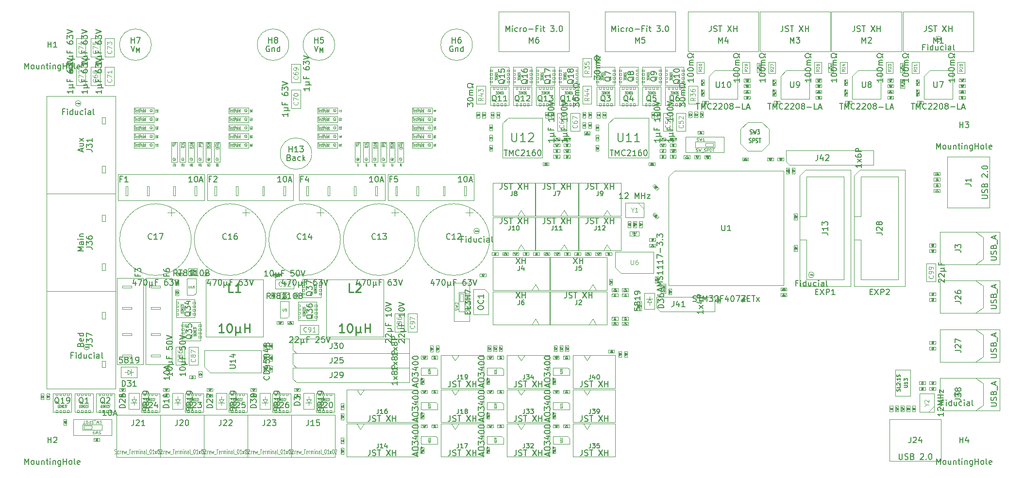
<source format=gbr>
%TF.GenerationSoftware,KiCad,Pcbnew,7.0.8-7.0.8~ubuntu22.04.1*%
%TF.CreationDate,2023-11-12T23:59:41-08:00*%
%TF.ProjectId,corevus-g,636f7265-7675-4732-9d67-2e6b69636164,rev?*%
%TF.SameCoordinates,Original*%
%TF.FileFunction,AssemblyDrawing,Top*%
%FSLAX46Y46*%
G04 Gerber Fmt 4.6, Leading zero omitted, Abs format (unit mm)*
G04 Created by KiCad (PCBNEW 7.0.8-7.0.8~ubuntu22.04.1) date 2023-11-12 23:59:41*
%MOMM*%
%LPD*%
G01*
G04 APERTURE LIST*
%ADD10C,0.050000*%
%ADD11C,0.025000*%
%ADD12C,0.125000*%
%ADD13C,0.150000*%
%ADD14C,0.120000*%
%ADD15C,0.075000*%
%ADD16C,0.080000*%
%ADD17C,0.040000*%
%ADD18C,0.250000*%
%ADD19C,0.105000*%
%ADD20C,0.060000*%
%ADD21C,0.100000*%
G04 APERTURE END LIST*
D10*
X105811465Y-58674971D02*
X105982894Y-58674971D01*
X105897179Y-59274971D02*
X105897179Y-58674971D01*
X106197179Y-59246400D02*
X106168607Y-59274971D01*
X106168607Y-59274971D02*
X106111465Y-59274971D01*
X106111465Y-59274971D02*
X106082893Y-59246400D01*
X106082893Y-59246400D02*
X106068607Y-59189257D01*
X106068607Y-59189257D02*
X106068607Y-58960685D01*
X106068607Y-58960685D02*
X106082893Y-58903542D01*
X106082893Y-58903542D02*
X106111465Y-58874971D01*
X106111465Y-58874971D02*
X106168607Y-58874971D01*
X106168607Y-58874971D02*
X106197179Y-58903542D01*
X106197179Y-58903542D02*
X106211465Y-58960685D01*
X106211465Y-58960685D02*
X106211465Y-59017828D01*
X106211465Y-59017828D02*
X106068607Y-59074971D01*
X106325750Y-59246400D02*
X106354322Y-59274971D01*
X106354322Y-59274971D02*
X106411465Y-59274971D01*
X106411465Y-59274971D02*
X106440036Y-59246400D01*
X106440036Y-59246400D02*
X106454322Y-59189257D01*
X106454322Y-59189257D02*
X106454322Y-59160685D01*
X106454322Y-59160685D02*
X106440036Y-59103542D01*
X106440036Y-59103542D02*
X106411465Y-59074971D01*
X106411465Y-59074971D02*
X106368608Y-59074971D01*
X106368608Y-59074971D02*
X106340036Y-59046400D01*
X106340036Y-59046400D02*
X106325750Y-58989257D01*
X106325750Y-58989257D02*
X106325750Y-58960685D01*
X106325750Y-58960685D02*
X106340036Y-58903542D01*
X106340036Y-58903542D02*
X106368608Y-58874971D01*
X106368608Y-58874971D02*
X106411465Y-58874971D01*
X106411465Y-58874971D02*
X106440036Y-58903542D01*
X106540036Y-58874971D02*
X106654322Y-58874971D01*
X106582893Y-58674971D02*
X106582893Y-59189257D01*
X106582893Y-59189257D02*
X106597179Y-59246400D01*
X106597179Y-59246400D02*
X106625750Y-59274971D01*
X106625750Y-59274971D02*
X106654322Y-59274971D01*
X106754322Y-59274971D02*
X106754322Y-58674971D01*
X106754322Y-58674971D02*
X106868608Y-58674971D01*
X106868608Y-58674971D02*
X106897179Y-58703542D01*
X106897179Y-58703542D02*
X106911465Y-58732114D01*
X106911465Y-58732114D02*
X106925751Y-58789257D01*
X106925751Y-58789257D02*
X106925751Y-58874971D01*
X106925751Y-58874971D02*
X106911465Y-58932114D01*
X106911465Y-58932114D02*
X106897179Y-58960685D01*
X106897179Y-58960685D02*
X106868608Y-58989257D01*
X106868608Y-58989257D02*
X106754322Y-58989257D01*
X107097179Y-59274971D02*
X107068608Y-59246400D01*
X107068608Y-59246400D02*
X107054322Y-59217828D01*
X107054322Y-59217828D02*
X107040036Y-59160685D01*
X107040036Y-59160685D02*
X107040036Y-58989257D01*
X107040036Y-58989257D02*
X107054322Y-58932114D01*
X107054322Y-58932114D02*
X107068608Y-58903542D01*
X107068608Y-58903542D02*
X107097179Y-58874971D01*
X107097179Y-58874971D02*
X107140036Y-58874971D01*
X107140036Y-58874971D02*
X107168608Y-58903542D01*
X107168608Y-58903542D02*
X107182894Y-58932114D01*
X107182894Y-58932114D02*
X107197179Y-58989257D01*
X107197179Y-58989257D02*
X107197179Y-59160685D01*
X107197179Y-59160685D02*
X107182894Y-59217828D01*
X107182894Y-59217828D02*
X107168608Y-59246400D01*
X107168608Y-59246400D02*
X107140036Y-59274971D01*
X107140036Y-59274971D02*
X107097179Y-59274971D01*
X107325751Y-59274971D02*
X107325751Y-58874971D01*
X107325751Y-58674971D02*
X107311465Y-58703542D01*
X107311465Y-58703542D02*
X107325751Y-58732114D01*
X107325751Y-58732114D02*
X107340037Y-58703542D01*
X107340037Y-58703542D02*
X107325751Y-58674971D01*
X107325751Y-58674971D02*
X107325751Y-58732114D01*
X107468608Y-58874971D02*
X107468608Y-59274971D01*
X107468608Y-58932114D02*
X107482894Y-58903542D01*
X107482894Y-58903542D02*
X107511465Y-58874971D01*
X107511465Y-58874971D02*
X107554322Y-58874971D01*
X107554322Y-58874971D02*
X107582894Y-58903542D01*
X107582894Y-58903542D02*
X107597180Y-58960685D01*
X107597180Y-58960685D02*
X107597180Y-59274971D01*
X107697180Y-58874971D02*
X107811466Y-58874971D01*
X107740037Y-58674971D02*
X107740037Y-59189257D01*
X107740037Y-59189257D02*
X107754323Y-59246400D01*
X107754323Y-59246400D02*
X107782894Y-59274971D01*
X107782894Y-59274971D02*
X107811466Y-59274971D01*
X109867552Y-58752381D02*
X109867552Y-58866667D01*
X109467552Y-58809524D02*
X109867552Y-58809524D01*
X109467552Y-59038095D02*
X109467552Y-58923810D01*
X109467552Y-58980953D02*
X109867552Y-58980953D01*
X109867552Y-58980953D02*
X109810409Y-58961905D01*
X109810409Y-58961905D02*
X109772314Y-58942857D01*
X109772314Y-58942857D02*
X109753266Y-58923810D01*
X109867552Y-59161905D02*
X109867552Y-59180952D01*
X109867552Y-59180952D02*
X109848504Y-59200000D01*
X109848504Y-59200000D02*
X109829457Y-59209524D01*
X109829457Y-59209524D02*
X109791361Y-59219048D01*
X109791361Y-59219048D02*
X109715171Y-59228571D01*
X109715171Y-59228571D02*
X109619933Y-59228571D01*
X109619933Y-59228571D02*
X109543742Y-59219048D01*
X109543742Y-59219048D02*
X109505647Y-59209524D01*
X109505647Y-59209524D02*
X109486600Y-59200000D01*
X109486600Y-59200000D02*
X109467552Y-59180952D01*
X109467552Y-59180952D02*
X109467552Y-59161905D01*
X109467552Y-59161905D02*
X109486600Y-59142857D01*
X109486600Y-59142857D02*
X109505647Y-59133333D01*
X109505647Y-59133333D02*
X109543742Y-59123810D01*
X109543742Y-59123810D02*
X109619933Y-59114286D01*
X109619933Y-59114286D02*
X109715171Y-59114286D01*
X109715171Y-59114286D02*
X109791361Y-59123810D01*
X109791361Y-59123810D02*
X109829457Y-59133333D01*
X109829457Y-59133333D02*
X109848504Y-59142857D01*
X109848504Y-59142857D02*
X109867552Y-59161905D01*
X57311465Y-60174971D02*
X57482894Y-60174971D01*
X57397179Y-60774971D02*
X57397179Y-60174971D01*
X57697179Y-60746400D02*
X57668607Y-60774971D01*
X57668607Y-60774971D02*
X57611465Y-60774971D01*
X57611465Y-60774971D02*
X57582893Y-60746400D01*
X57582893Y-60746400D02*
X57568607Y-60689257D01*
X57568607Y-60689257D02*
X57568607Y-60460685D01*
X57568607Y-60460685D02*
X57582893Y-60403542D01*
X57582893Y-60403542D02*
X57611465Y-60374971D01*
X57611465Y-60374971D02*
X57668607Y-60374971D01*
X57668607Y-60374971D02*
X57697179Y-60403542D01*
X57697179Y-60403542D02*
X57711465Y-60460685D01*
X57711465Y-60460685D02*
X57711465Y-60517828D01*
X57711465Y-60517828D02*
X57568607Y-60574971D01*
X57825750Y-60746400D02*
X57854322Y-60774971D01*
X57854322Y-60774971D02*
X57911465Y-60774971D01*
X57911465Y-60774971D02*
X57940036Y-60746400D01*
X57940036Y-60746400D02*
X57954322Y-60689257D01*
X57954322Y-60689257D02*
X57954322Y-60660685D01*
X57954322Y-60660685D02*
X57940036Y-60603542D01*
X57940036Y-60603542D02*
X57911465Y-60574971D01*
X57911465Y-60574971D02*
X57868608Y-60574971D01*
X57868608Y-60574971D02*
X57840036Y-60546400D01*
X57840036Y-60546400D02*
X57825750Y-60489257D01*
X57825750Y-60489257D02*
X57825750Y-60460685D01*
X57825750Y-60460685D02*
X57840036Y-60403542D01*
X57840036Y-60403542D02*
X57868608Y-60374971D01*
X57868608Y-60374971D02*
X57911465Y-60374971D01*
X57911465Y-60374971D02*
X57940036Y-60403542D01*
X58040036Y-60374971D02*
X58154322Y-60374971D01*
X58082893Y-60174971D02*
X58082893Y-60689257D01*
X58082893Y-60689257D02*
X58097179Y-60746400D01*
X58097179Y-60746400D02*
X58125750Y-60774971D01*
X58125750Y-60774971D02*
X58154322Y-60774971D01*
X58254322Y-60774971D02*
X58254322Y-60174971D01*
X58254322Y-60174971D02*
X58368608Y-60174971D01*
X58368608Y-60174971D02*
X58397179Y-60203542D01*
X58397179Y-60203542D02*
X58411465Y-60232114D01*
X58411465Y-60232114D02*
X58425751Y-60289257D01*
X58425751Y-60289257D02*
X58425751Y-60374971D01*
X58425751Y-60374971D02*
X58411465Y-60432114D01*
X58411465Y-60432114D02*
X58397179Y-60460685D01*
X58397179Y-60460685D02*
X58368608Y-60489257D01*
X58368608Y-60489257D02*
X58254322Y-60489257D01*
X58597179Y-60774971D02*
X58568608Y-60746400D01*
X58568608Y-60746400D02*
X58554322Y-60717828D01*
X58554322Y-60717828D02*
X58540036Y-60660685D01*
X58540036Y-60660685D02*
X58540036Y-60489257D01*
X58540036Y-60489257D02*
X58554322Y-60432114D01*
X58554322Y-60432114D02*
X58568608Y-60403542D01*
X58568608Y-60403542D02*
X58597179Y-60374971D01*
X58597179Y-60374971D02*
X58640036Y-60374971D01*
X58640036Y-60374971D02*
X58668608Y-60403542D01*
X58668608Y-60403542D02*
X58682894Y-60432114D01*
X58682894Y-60432114D02*
X58697179Y-60489257D01*
X58697179Y-60489257D02*
X58697179Y-60660685D01*
X58697179Y-60660685D02*
X58682894Y-60717828D01*
X58682894Y-60717828D02*
X58668608Y-60746400D01*
X58668608Y-60746400D02*
X58640036Y-60774971D01*
X58640036Y-60774971D02*
X58597179Y-60774971D01*
X58825751Y-60774971D02*
X58825751Y-60374971D01*
X58825751Y-60174971D02*
X58811465Y-60203542D01*
X58811465Y-60203542D02*
X58825751Y-60232114D01*
X58825751Y-60232114D02*
X58840037Y-60203542D01*
X58840037Y-60203542D02*
X58825751Y-60174971D01*
X58825751Y-60174971D02*
X58825751Y-60232114D01*
X58968608Y-60374971D02*
X58968608Y-60774971D01*
X58968608Y-60432114D02*
X58982894Y-60403542D01*
X58982894Y-60403542D02*
X59011465Y-60374971D01*
X59011465Y-60374971D02*
X59054322Y-60374971D01*
X59054322Y-60374971D02*
X59082894Y-60403542D01*
X59082894Y-60403542D02*
X59097180Y-60460685D01*
X59097180Y-60460685D02*
X59097180Y-60774971D01*
X59197180Y-60374971D02*
X59311466Y-60374971D01*
X59240037Y-60174971D02*
X59240037Y-60689257D01*
X59240037Y-60689257D02*
X59254323Y-60746400D01*
X59254323Y-60746400D02*
X59282894Y-60774971D01*
X59282894Y-60774971D02*
X59311466Y-60774971D01*
X61367552Y-60252381D02*
X61367552Y-60366667D01*
X60967552Y-60309524D02*
X61367552Y-60309524D01*
X61329457Y-60423810D02*
X61348504Y-60433334D01*
X61348504Y-60433334D02*
X61367552Y-60452381D01*
X61367552Y-60452381D02*
X61367552Y-60500000D01*
X61367552Y-60500000D02*
X61348504Y-60519048D01*
X61348504Y-60519048D02*
X61329457Y-60528572D01*
X61329457Y-60528572D02*
X61291361Y-60538095D01*
X61291361Y-60538095D02*
X61253266Y-60538095D01*
X61253266Y-60538095D02*
X61196123Y-60528572D01*
X61196123Y-60528572D02*
X60967552Y-60414286D01*
X60967552Y-60414286D02*
X60967552Y-60538095D01*
X61367552Y-60604762D02*
X61367552Y-60738095D01*
X61367552Y-60738095D02*
X60967552Y-60652381D01*
X105811465Y-57174971D02*
X105982894Y-57174971D01*
X105897179Y-57774971D02*
X105897179Y-57174971D01*
X106197179Y-57746400D02*
X106168607Y-57774971D01*
X106168607Y-57774971D02*
X106111465Y-57774971D01*
X106111465Y-57774971D02*
X106082893Y-57746400D01*
X106082893Y-57746400D02*
X106068607Y-57689257D01*
X106068607Y-57689257D02*
X106068607Y-57460685D01*
X106068607Y-57460685D02*
X106082893Y-57403542D01*
X106082893Y-57403542D02*
X106111465Y-57374971D01*
X106111465Y-57374971D02*
X106168607Y-57374971D01*
X106168607Y-57374971D02*
X106197179Y-57403542D01*
X106197179Y-57403542D02*
X106211465Y-57460685D01*
X106211465Y-57460685D02*
X106211465Y-57517828D01*
X106211465Y-57517828D02*
X106068607Y-57574971D01*
X106325750Y-57746400D02*
X106354322Y-57774971D01*
X106354322Y-57774971D02*
X106411465Y-57774971D01*
X106411465Y-57774971D02*
X106440036Y-57746400D01*
X106440036Y-57746400D02*
X106454322Y-57689257D01*
X106454322Y-57689257D02*
X106454322Y-57660685D01*
X106454322Y-57660685D02*
X106440036Y-57603542D01*
X106440036Y-57603542D02*
X106411465Y-57574971D01*
X106411465Y-57574971D02*
X106368608Y-57574971D01*
X106368608Y-57574971D02*
X106340036Y-57546400D01*
X106340036Y-57546400D02*
X106325750Y-57489257D01*
X106325750Y-57489257D02*
X106325750Y-57460685D01*
X106325750Y-57460685D02*
X106340036Y-57403542D01*
X106340036Y-57403542D02*
X106368608Y-57374971D01*
X106368608Y-57374971D02*
X106411465Y-57374971D01*
X106411465Y-57374971D02*
X106440036Y-57403542D01*
X106540036Y-57374971D02*
X106654322Y-57374971D01*
X106582893Y-57174971D02*
X106582893Y-57689257D01*
X106582893Y-57689257D02*
X106597179Y-57746400D01*
X106597179Y-57746400D02*
X106625750Y-57774971D01*
X106625750Y-57774971D02*
X106654322Y-57774971D01*
X106754322Y-57774971D02*
X106754322Y-57174971D01*
X106754322Y-57174971D02*
X106868608Y-57174971D01*
X106868608Y-57174971D02*
X106897179Y-57203542D01*
X106897179Y-57203542D02*
X106911465Y-57232114D01*
X106911465Y-57232114D02*
X106925751Y-57289257D01*
X106925751Y-57289257D02*
X106925751Y-57374971D01*
X106925751Y-57374971D02*
X106911465Y-57432114D01*
X106911465Y-57432114D02*
X106897179Y-57460685D01*
X106897179Y-57460685D02*
X106868608Y-57489257D01*
X106868608Y-57489257D02*
X106754322Y-57489257D01*
X107097179Y-57774971D02*
X107068608Y-57746400D01*
X107068608Y-57746400D02*
X107054322Y-57717828D01*
X107054322Y-57717828D02*
X107040036Y-57660685D01*
X107040036Y-57660685D02*
X107040036Y-57489257D01*
X107040036Y-57489257D02*
X107054322Y-57432114D01*
X107054322Y-57432114D02*
X107068608Y-57403542D01*
X107068608Y-57403542D02*
X107097179Y-57374971D01*
X107097179Y-57374971D02*
X107140036Y-57374971D01*
X107140036Y-57374971D02*
X107168608Y-57403542D01*
X107168608Y-57403542D02*
X107182894Y-57432114D01*
X107182894Y-57432114D02*
X107197179Y-57489257D01*
X107197179Y-57489257D02*
X107197179Y-57660685D01*
X107197179Y-57660685D02*
X107182894Y-57717828D01*
X107182894Y-57717828D02*
X107168608Y-57746400D01*
X107168608Y-57746400D02*
X107140036Y-57774971D01*
X107140036Y-57774971D02*
X107097179Y-57774971D01*
X107325751Y-57774971D02*
X107325751Y-57374971D01*
X107325751Y-57174971D02*
X107311465Y-57203542D01*
X107311465Y-57203542D02*
X107325751Y-57232114D01*
X107325751Y-57232114D02*
X107340037Y-57203542D01*
X107340037Y-57203542D02*
X107325751Y-57174971D01*
X107325751Y-57174971D02*
X107325751Y-57232114D01*
X107468608Y-57374971D02*
X107468608Y-57774971D01*
X107468608Y-57432114D02*
X107482894Y-57403542D01*
X107482894Y-57403542D02*
X107511465Y-57374971D01*
X107511465Y-57374971D02*
X107554322Y-57374971D01*
X107554322Y-57374971D02*
X107582894Y-57403542D01*
X107582894Y-57403542D02*
X107597180Y-57460685D01*
X107597180Y-57460685D02*
X107597180Y-57774971D01*
X107697180Y-57374971D02*
X107811466Y-57374971D01*
X107740037Y-57174971D02*
X107740037Y-57689257D01*
X107740037Y-57689257D02*
X107754323Y-57746400D01*
X107754323Y-57746400D02*
X107782894Y-57774971D01*
X107782894Y-57774971D02*
X107811466Y-57774971D01*
X109867552Y-57252381D02*
X109867552Y-57366667D01*
X109467552Y-57309524D02*
X109867552Y-57309524D01*
X109467552Y-57538095D02*
X109467552Y-57423810D01*
X109467552Y-57480953D02*
X109867552Y-57480953D01*
X109867552Y-57480953D02*
X109810409Y-57461905D01*
X109810409Y-57461905D02*
X109772314Y-57442857D01*
X109772314Y-57442857D02*
X109753266Y-57423810D01*
X109734219Y-57709524D02*
X109467552Y-57709524D01*
X109886600Y-57661905D02*
X109600885Y-57614286D01*
X109600885Y-57614286D02*
X109600885Y-57738095D01*
X89311465Y-57174971D02*
X89482894Y-57174971D01*
X89397179Y-57774971D02*
X89397179Y-57174971D01*
X89697179Y-57746400D02*
X89668607Y-57774971D01*
X89668607Y-57774971D02*
X89611465Y-57774971D01*
X89611465Y-57774971D02*
X89582893Y-57746400D01*
X89582893Y-57746400D02*
X89568607Y-57689257D01*
X89568607Y-57689257D02*
X89568607Y-57460685D01*
X89568607Y-57460685D02*
X89582893Y-57403542D01*
X89582893Y-57403542D02*
X89611465Y-57374971D01*
X89611465Y-57374971D02*
X89668607Y-57374971D01*
X89668607Y-57374971D02*
X89697179Y-57403542D01*
X89697179Y-57403542D02*
X89711465Y-57460685D01*
X89711465Y-57460685D02*
X89711465Y-57517828D01*
X89711465Y-57517828D02*
X89568607Y-57574971D01*
X89825750Y-57746400D02*
X89854322Y-57774971D01*
X89854322Y-57774971D02*
X89911465Y-57774971D01*
X89911465Y-57774971D02*
X89940036Y-57746400D01*
X89940036Y-57746400D02*
X89954322Y-57689257D01*
X89954322Y-57689257D02*
X89954322Y-57660685D01*
X89954322Y-57660685D02*
X89940036Y-57603542D01*
X89940036Y-57603542D02*
X89911465Y-57574971D01*
X89911465Y-57574971D02*
X89868608Y-57574971D01*
X89868608Y-57574971D02*
X89840036Y-57546400D01*
X89840036Y-57546400D02*
X89825750Y-57489257D01*
X89825750Y-57489257D02*
X89825750Y-57460685D01*
X89825750Y-57460685D02*
X89840036Y-57403542D01*
X89840036Y-57403542D02*
X89868608Y-57374971D01*
X89868608Y-57374971D02*
X89911465Y-57374971D01*
X89911465Y-57374971D02*
X89940036Y-57403542D01*
X90040036Y-57374971D02*
X90154322Y-57374971D01*
X90082893Y-57174971D02*
X90082893Y-57689257D01*
X90082893Y-57689257D02*
X90097179Y-57746400D01*
X90097179Y-57746400D02*
X90125750Y-57774971D01*
X90125750Y-57774971D02*
X90154322Y-57774971D01*
X90254322Y-57774971D02*
X90254322Y-57174971D01*
X90254322Y-57174971D02*
X90368608Y-57174971D01*
X90368608Y-57174971D02*
X90397179Y-57203542D01*
X90397179Y-57203542D02*
X90411465Y-57232114D01*
X90411465Y-57232114D02*
X90425751Y-57289257D01*
X90425751Y-57289257D02*
X90425751Y-57374971D01*
X90425751Y-57374971D02*
X90411465Y-57432114D01*
X90411465Y-57432114D02*
X90397179Y-57460685D01*
X90397179Y-57460685D02*
X90368608Y-57489257D01*
X90368608Y-57489257D02*
X90254322Y-57489257D01*
X90597179Y-57774971D02*
X90568608Y-57746400D01*
X90568608Y-57746400D02*
X90554322Y-57717828D01*
X90554322Y-57717828D02*
X90540036Y-57660685D01*
X90540036Y-57660685D02*
X90540036Y-57489257D01*
X90540036Y-57489257D02*
X90554322Y-57432114D01*
X90554322Y-57432114D02*
X90568608Y-57403542D01*
X90568608Y-57403542D02*
X90597179Y-57374971D01*
X90597179Y-57374971D02*
X90640036Y-57374971D01*
X90640036Y-57374971D02*
X90668608Y-57403542D01*
X90668608Y-57403542D02*
X90682894Y-57432114D01*
X90682894Y-57432114D02*
X90697179Y-57489257D01*
X90697179Y-57489257D02*
X90697179Y-57660685D01*
X90697179Y-57660685D02*
X90682894Y-57717828D01*
X90682894Y-57717828D02*
X90668608Y-57746400D01*
X90668608Y-57746400D02*
X90640036Y-57774971D01*
X90640036Y-57774971D02*
X90597179Y-57774971D01*
X90825751Y-57774971D02*
X90825751Y-57374971D01*
X90825751Y-57174971D02*
X90811465Y-57203542D01*
X90811465Y-57203542D02*
X90825751Y-57232114D01*
X90825751Y-57232114D02*
X90840037Y-57203542D01*
X90840037Y-57203542D02*
X90825751Y-57174971D01*
X90825751Y-57174971D02*
X90825751Y-57232114D01*
X90968608Y-57374971D02*
X90968608Y-57774971D01*
X90968608Y-57432114D02*
X90982894Y-57403542D01*
X90982894Y-57403542D02*
X91011465Y-57374971D01*
X91011465Y-57374971D02*
X91054322Y-57374971D01*
X91054322Y-57374971D02*
X91082894Y-57403542D01*
X91082894Y-57403542D02*
X91097180Y-57460685D01*
X91097180Y-57460685D02*
X91097180Y-57774971D01*
X91197180Y-57374971D02*
X91311466Y-57374971D01*
X91240037Y-57174971D02*
X91240037Y-57689257D01*
X91240037Y-57689257D02*
X91254323Y-57746400D01*
X91254323Y-57746400D02*
X91282894Y-57774971D01*
X91282894Y-57774971D02*
X91311466Y-57774971D01*
X93367552Y-57252381D02*
X93367552Y-57366667D01*
X92967552Y-57309524D02*
X93367552Y-57309524D01*
X92967552Y-57538095D02*
X92967552Y-57423810D01*
X92967552Y-57480953D02*
X93367552Y-57480953D01*
X93367552Y-57480953D02*
X93310409Y-57461905D01*
X93310409Y-57461905D02*
X93272314Y-57442857D01*
X93272314Y-57442857D02*
X93253266Y-57423810D01*
X93367552Y-57604762D02*
X93367552Y-57728571D01*
X93367552Y-57728571D02*
X93215171Y-57661905D01*
X93215171Y-57661905D02*
X93215171Y-57690476D01*
X93215171Y-57690476D02*
X93196123Y-57709524D01*
X93196123Y-57709524D02*
X93177076Y-57719048D01*
X93177076Y-57719048D02*
X93138980Y-57728571D01*
X93138980Y-57728571D02*
X93043742Y-57728571D01*
X93043742Y-57728571D02*
X93005647Y-57719048D01*
X93005647Y-57719048D02*
X92986600Y-57709524D01*
X92986600Y-57709524D02*
X92967552Y-57690476D01*
X92967552Y-57690476D02*
X92967552Y-57633333D01*
X92967552Y-57633333D02*
X92986600Y-57614286D01*
X92986600Y-57614286D02*
X93005647Y-57604762D01*
X73811465Y-55674971D02*
X73982894Y-55674971D01*
X73897179Y-56274971D02*
X73897179Y-55674971D01*
X74197179Y-56246400D02*
X74168607Y-56274971D01*
X74168607Y-56274971D02*
X74111465Y-56274971D01*
X74111465Y-56274971D02*
X74082893Y-56246400D01*
X74082893Y-56246400D02*
X74068607Y-56189257D01*
X74068607Y-56189257D02*
X74068607Y-55960685D01*
X74068607Y-55960685D02*
X74082893Y-55903542D01*
X74082893Y-55903542D02*
X74111465Y-55874971D01*
X74111465Y-55874971D02*
X74168607Y-55874971D01*
X74168607Y-55874971D02*
X74197179Y-55903542D01*
X74197179Y-55903542D02*
X74211465Y-55960685D01*
X74211465Y-55960685D02*
X74211465Y-56017828D01*
X74211465Y-56017828D02*
X74068607Y-56074971D01*
X74325750Y-56246400D02*
X74354322Y-56274971D01*
X74354322Y-56274971D02*
X74411465Y-56274971D01*
X74411465Y-56274971D02*
X74440036Y-56246400D01*
X74440036Y-56246400D02*
X74454322Y-56189257D01*
X74454322Y-56189257D02*
X74454322Y-56160685D01*
X74454322Y-56160685D02*
X74440036Y-56103542D01*
X74440036Y-56103542D02*
X74411465Y-56074971D01*
X74411465Y-56074971D02*
X74368608Y-56074971D01*
X74368608Y-56074971D02*
X74340036Y-56046400D01*
X74340036Y-56046400D02*
X74325750Y-55989257D01*
X74325750Y-55989257D02*
X74325750Y-55960685D01*
X74325750Y-55960685D02*
X74340036Y-55903542D01*
X74340036Y-55903542D02*
X74368608Y-55874971D01*
X74368608Y-55874971D02*
X74411465Y-55874971D01*
X74411465Y-55874971D02*
X74440036Y-55903542D01*
X74540036Y-55874971D02*
X74654322Y-55874971D01*
X74582893Y-55674971D02*
X74582893Y-56189257D01*
X74582893Y-56189257D02*
X74597179Y-56246400D01*
X74597179Y-56246400D02*
X74625750Y-56274971D01*
X74625750Y-56274971D02*
X74654322Y-56274971D01*
X74754322Y-56274971D02*
X74754322Y-55674971D01*
X74754322Y-55674971D02*
X74868608Y-55674971D01*
X74868608Y-55674971D02*
X74897179Y-55703542D01*
X74897179Y-55703542D02*
X74911465Y-55732114D01*
X74911465Y-55732114D02*
X74925751Y-55789257D01*
X74925751Y-55789257D02*
X74925751Y-55874971D01*
X74925751Y-55874971D02*
X74911465Y-55932114D01*
X74911465Y-55932114D02*
X74897179Y-55960685D01*
X74897179Y-55960685D02*
X74868608Y-55989257D01*
X74868608Y-55989257D02*
X74754322Y-55989257D01*
X75097179Y-56274971D02*
X75068608Y-56246400D01*
X75068608Y-56246400D02*
X75054322Y-56217828D01*
X75054322Y-56217828D02*
X75040036Y-56160685D01*
X75040036Y-56160685D02*
X75040036Y-55989257D01*
X75040036Y-55989257D02*
X75054322Y-55932114D01*
X75054322Y-55932114D02*
X75068608Y-55903542D01*
X75068608Y-55903542D02*
X75097179Y-55874971D01*
X75097179Y-55874971D02*
X75140036Y-55874971D01*
X75140036Y-55874971D02*
X75168608Y-55903542D01*
X75168608Y-55903542D02*
X75182894Y-55932114D01*
X75182894Y-55932114D02*
X75197179Y-55989257D01*
X75197179Y-55989257D02*
X75197179Y-56160685D01*
X75197179Y-56160685D02*
X75182894Y-56217828D01*
X75182894Y-56217828D02*
X75168608Y-56246400D01*
X75168608Y-56246400D02*
X75140036Y-56274971D01*
X75140036Y-56274971D02*
X75097179Y-56274971D01*
X75325751Y-56274971D02*
X75325751Y-55874971D01*
X75325751Y-55674971D02*
X75311465Y-55703542D01*
X75311465Y-55703542D02*
X75325751Y-55732114D01*
X75325751Y-55732114D02*
X75340037Y-55703542D01*
X75340037Y-55703542D02*
X75325751Y-55674971D01*
X75325751Y-55674971D02*
X75325751Y-55732114D01*
X75468608Y-55874971D02*
X75468608Y-56274971D01*
X75468608Y-55932114D02*
X75482894Y-55903542D01*
X75482894Y-55903542D02*
X75511465Y-55874971D01*
X75511465Y-55874971D02*
X75554322Y-55874971D01*
X75554322Y-55874971D02*
X75582894Y-55903542D01*
X75582894Y-55903542D02*
X75597180Y-55960685D01*
X75597180Y-55960685D02*
X75597180Y-56274971D01*
X75697180Y-55874971D02*
X75811466Y-55874971D01*
X75740037Y-55674971D02*
X75740037Y-56189257D01*
X75740037Y-56189257D02*
X75754323Y-56246400D01*
X75754323Y-56246400D02*
X75782894Y-56274971D01*
X75782894Y-56274971D02*
X75811466Y-56274971D01*
X77867552Y-55752381D02*
X77867552Y-55866667D01*
X77467552Y-55809524D02*
X77867552Y-55809524D01*
X77867552Y-55914286D02*
X77867552Y-56038095D01*
X77867552Y-56038095D02*
X77715171Y-55971429D01*
X77715171Y-55971429D02*
X77715171Y-56000000D01*
X77715171Y-56000000D02*
X77696123Y-56019048D01*
X77696123Y-56019048D02*
X77677076Y-56028572D01*
X77677076Y-56028572D02*
X77638980Y-56038095D01*
X77638980Y-56038095D02*
X77543742Y-56038095D01*
X77543742Y-56038095D02*
X77505647Y-56028572D01*
X77505647Y-56028572D02*
X77486600Y-56019048D01*
X77486600Y-56019048D02*
X77467552Y-56000000D01*
X77467552Y-56000000D02*
X77467552Y-55942857D01*
X77467552Y-55942857D02*
X77486600Y-55923810D01*
X77486600Y-55923810D02*
X77505647Y-55914286D01*
X77829457Y-56114286D02*
X77848504Y-56123810D01*
X77848504Y-56123810D02*
X77867552Y-56142857D01*
X77867552Y-56142857D02*
X77867552Y-56190476D01*
X77867552Y-56190476D02*
X77848504Y-56209524D01*
X77848504Y-56209524D02*
X77829457Y-56219048D01*
X77829457Y-56219048D02*
X77791361Y-56228571D01*
X77791361Y-56228571D02*
X77753266Y-56228571D01*
X77753266Y-56228571D02*
X77696123Y-56219048D01*
X77696123Y-56219048D02*
X77467552Y-56104762D01*
X77467552Y-56104762D02*
X77467552Y-56228571D01*
X105811465Y-60174971D02*
X105982894Y-60174971D01*
X105897179Y-60774971D02*
X105897179Y-60174971D01*
X106197179Y-60746400D02*
X106168607Y-60774971D01*
X106168607Y-60774971D02*
X106111465Y-60774971D01*
X106111465Y-60774971D02*
X106082893Y-60746400D01*
X106082893Y-60746400D02*
X106068607Y-60689257D01*
X106068607Y-60689257D02*
X106068607Y-60460685D01*
X106068607Y-60460685D02*
X106082893Y-60403542D01*
X106082893Y-60403542D02*
X106111465Y-60374971D01*
X106111465Y-60374971D02*
X106168607Y-60374971D01*
X106168607Y-60374971D02*
X106197179Y-60403542D01*
X106197179Y-60403542D02*
X106211465Y-60460685D01*
X106211465Y-60460685D02*
X106211465Y-60517828D01*
X106211465Y-60517828D02*
X106068607Y-60574971D01*
X106325750Y-60746400D02*
X106354322Y-60774971D01*
X106354322Y-60774971D02*
X106411465Y-60774971D01*
X106411465Y-60774971D02*
X106440036Y-60746400D01*
X106440036Y-60746400D02*
X106454322Y-60689257D01*
X106454322Y-60689257D02*
X106454322Y-60660685D01*
X106454322Y-60660685D02*
X106440036Y-60603542D01*
X106440036Y-60603542D02*
X106411465Y-60574971D01*
X106411465Y-60574971D02*
X106368608Y-60574971D01*
X106368608Y-60574971D02*
X106340036Y-60546400D01*
X106340036Y-60546400D02*
X106325750Y-60489257D01*
X106325750Y-60489257D02*
X106325750Y-60460685D01*
X106325750Y-60460685D02*
X106340036Y-60403542D01*
X106340036Y-60403542D02*
X106368608Y-60374971D01*
X106368608Y-60374971D02*
X106411465Y-60374971D01*
X106411465Y-60374971D02*
X106440036Y-60403542D01*
X106540036Y-60374971D02*
X106654322Y-60374971D01*
X106582893Y-60174971D02*
X106582893Y-60689257D01*
X106582893Y-60689257D02*
X106597179Y-60746400D01*
X106597179Y-60746400D02*
X106625750Y-60774971D01*
X106625750Y-60774971D02*
X106654322Y-60774971D01*
X106754322Y-60774971D02*
X106754322Y-60174971D01*
X106754322Y-60174971D02*
X106868608Y-60174971D01*
X106868608Y-60174971D02*
X106897179Y-60203542D01*
X106897179Y-60203542D02*
X106911465Y-60232114D01*
X106911465Y-60232114D02*
X106925751Y-60289257D01*
X106925751Y-60289257D02*
X106925751Y-60374971D01*
X106925751Y-60374971D02*
X106911465Y-60432114D01*
X106911465Y-60432114D02*
X106897179Y-60460685D01*
X106897179Y-60460685D02*
X106868608Y-60489257D01*
X106868608Y-60489257D02*
X106754322Y-60489257D01*
X107097179Y-60774971D02*
X107068608Y-60746400D01*
X107068608Y-60746400D02*
X107054322Y-60717828D01*
X107054322Y-60717828D02*
X107040036Y-60660685D01*
X107040036Y-60660685D02*
X107040036Y-60489257D01*
X107040036Y-60489257D02*
X107054322Y-60432114D01*
X107054322Y-60432114D02*
X107068608Y-60403542D01*
X107068608Y-60403542D02*
X107097179Y-60374971D01*
X107097179Y-60374971D02*
X107140036Y-60374971D01*
X107140036Y-60374971D02*
X107168608Y-60403542D01*
X107168608Y-60403542D02*
X107182894Y-60432114D01*
X107182894Y-60432114D02*
X107197179Y-60489257D01*
X107197179Y-60489257D02*
X107197179Y-60660685D01*
X107197179Y-60660685D02*
X107182894Y-60717828D01*
X107182894Y-60717828D02*
X107168608Y-60746400D01*
X107168608Y-60746400D02*
X107140036Y-60774971D01*
X107140036Y-60774971D02*
X107097179Y-60774971D01*
X107325751Y-60774971D02*
X107325751Y-60374971D01*
X107325751Y-60174971D02*
X107311465Y-60203542D01*
X107311465Y-60203542D02*
X107325751Y-60232114D01*
X107325751Y-60232114D02*
X107340037Y-60203542D01*
X107340037Y-60203542D02*
X107325751Y-60174971D01*
X107325751Y-60174971D02*
X107325751Y-60232114D01*
X107468608Y-60374971D02*
X107468608Y-60774971D01*
X107468608Y-60432114D02*
X107482894Y-60403542D01*
X107482894Y-60403542D02*
X107511465Y-60374971D01*
X107511465Y-60374971D02*
X107554322Y-60374971D01*
X107554322Y-60374971D02*
X107582894Y-60403542D01*
X107582894Y-60403542D02*
X107597180Y-60460685D01*
X107597180Y-60460685D02*
X107597180Y-60774971D01*
X107697180Y-60374971D02*
X107811466Y-60374971D01*
X107740037Y-60174971D02*
X107740037Y-60689257D01*
X107740037Y-60689257D02*
X107754323Y-60746400D01*
X107754323Y-60746400D02*
X107782894Y-60774971D01*
X107782894Y-60774971D02*
X107811466Y-60774971D01*
X109867552Y-60252381D02*
X109867552Y-60366667D01*
X109467552Y-60309524D02*
X109867552Y-60309524D01*
X109467552Y-60538095D02*
X109467552Y-60423810D01*
X109467552Y-60480953D02*
X109867552Y-60480953D01*
X109867552Y-60480953D02*
X109810409Y-60461905D01*
X109810409Y-60461905D02*
X109772314Y-60442857D01*
X109772314Y-60442857D02*
X109753266Y-60423810D01*
X109829457Y-60614286D02*
X109848504Y-60623810D01*
X109848504Y-60623810D02*
X109867552Y-60642857D01*
X109867552Y-60642857D02*
X109867552Y-60690476D01*
X109867552Y-60690476D02*
X109848504Y-60709524D01*
X109848504Y-60709524D02*
X109829457Y-60719048D01*
X109829457Y-60719048D02*
X109791361Y-60728571D01*
X109791361Y-60728571D02*
X109753266Y-60728571D01*
X109753266Y-60728571D02*
X109696123Y-60719048D01*
X109696123Y-60719048D02*
X109467552Y-60604762D01*
X109467552Y-60604762D02*
X109467552Y-60728571D01*
X57311465Y-57174971D02*
X57482894Y-57174971D01*
X57397179Y-57774971D02*
X57397179Y-57174971D01*
X57697179Y-57746400D02*
X57668607Y-57774971D01*
X57668607Y-57774971D02*
X57611465Y-57774971D01*
X57611465Y-57774971D02*
X57582893Y-57746400D01*
X57582893Y-57746400D02*
X57568607Y-57689257D01*
X57568607Y-57689257D02*
X57568607Y-57460685D01*
X57568607Y-57460685D02*
X57582893Y-57403542D01*
X57582893Y-57403542D02*
X57611465Y-57374971D01*
X57611465Y-57374971D02*
X57668607Y-57374971D01*
X57668607Y-57374971D02*
X57697179Y-57403542D01*
X57697179Y-57403542D02*
X57711465Y-57460685D01*
X57711465Y-57460685D02*
X57711465Y-57517828D01*
X57711465Y-57517828D02*
X57568607Y-57574971D01*
X57825750Y-57746400D02*
X57854322Y-57774971D01*
X57854322Y-57774971D02*
X57911465Y-57774971D01*
X57911465Y-57774971D02*
X57940036Y-57746400D01*
X57940036Y-57746400D02*
X57954322Y-57689257D01*
X57954322Y-57689257D02*
X57954322Y-57660685D01*
X57954322Y-57660685D02*
X57940036Y-57603542D01*
X57940036Y-57603542D02*
X57911465Y-57574971D01*
X57911465Y-57574971D02*
X57868608Y-57574971D01*
X57868608Y-57574971D02*
X57840036Y-57546400D01*
X57840036Y-57546400D02*
X57825750Y-57489257D01*
X57825750Y-57489257D02*
X57825750Y-57460685D01*
X57825750Y-57460685D02*
X57840036Y-57403542D01*
X57840036Y-57403542D02*
X57868608Y-57374971D01*
X57868608Y-57374971D02*
X57911465Y-57374971D01*
X57911465Y-57374971D02*
X57940036Y-57403542D01*
X58040036Y-57374971D02*
X58154322Y-57374971D01*
X58082893Y-57174971D02*
X58082893Y-57689257D01*
X58082893Y-57689257D02*
X58097179Y-57746400D01*
X58097179Y-57746400D02*
X58125750Y-57774971D01*
X58125750Y-57774971D02*
X58154322Y-57774971D01*
X58254322Y-57774971D02*
X58254322Y-57174971D01*
X58254322Y-57174971D02*
X58368608Y-57174971D01*
X58368608Y-57174971D02*
X58397179Y-57203542D01*
X58397179Y-57203542D02*
X58411465Y-57232114D01*
X58411465Y-57232114D02*
X58425751Y-57289257D01*
X58425751Y-57289257D02*
X58425751Y-57374971D01*
X58425751Y-57374971D02*
X58411465Y-57432114D01*
X58411465Y-57432114D02*
X58397179Y-57460685D01*
X58397179Y-57460685D02*
X58368608Y-57489257D01*
X58368608Y-57489257D02*
X58254322Y-57489257D01*
X58597179Y-57774971D02*
X58568608Y-57746400D01*
X58568608Y-57746400D02*
X58554322Y-57717828D01*
X58554322Y-57717828D02*
X58540036Y-57660685D01*
X58540036Y-57660685D02*
X58540036Y-57489257D01*
X58540036Y-57489257D02*
X58554322Y-57432114D01*
X58554322Y-57432114D02*
X58568608Y-57403542D01*
X58568608Y-57403542D02*
X58597179Y-57374971D01*
X58597179Y-57374971D02*
X58640036Y-57374971D01*
X58640036Y-57374971D02*
X58668608Y-57403542D01*
X58668608Y-57403542D02*
X58682894Y-57432114D01*
X58682894Y-57432114D02*
X58697179Y-57489257D01*
X58697179Y-57489257D02*
X58697179Y-57660685D01*
X58697179Y-57660685D02*
X58682894Y-57717828D01*
X58682894Y-57717828D02*
X58668608Y-57746400D01*
X58668608Y-57746400D02*
X58640036Y-57774971D01*
X58640036Y-57774971D02*
X58597179Y-57774971D01*
X58825751Y-57774971D02*
X58825751Y-57374971D01*
X58825751Y-57174971D02*
X58811465Y-57203542D01*
X58811465Y-57203542D02*
X58825751Y-57232114D01*
X58825751Y-57232114D02*
X58840037Y-57203542D01*
X58840037Y-57203542D02*
X58825751Y-57174971D01*
X58825751Y-57174971D02*
X58825751Y-57232114D01*
X58968608Y-57374971D02*
X58968608Y-57774971D01*
X58968608Y-57432114D02*
X58982894Y-57403542D01*
X58982894Y-57403542D02*
X59011465Y-57374971D01*
X59011465Y-57374971D02*
X59054322Y-57374971D01*
X59054322Y-57374971D02*
X59082894Y-57403542D01*
X59082894Y-57403542D02*
X59097180Y-57460685D01*
X59097180Y-57460685D02*
X59097180Y-57774971D01*
X59197180Y-57374971D02*
X59311466Y-57374971D01*
X59240037Y-57174971D02*
X59240037Y-57689257D01*
X59240037Y-57689257D02*
X59254323Y-57746400D01*
X59254323Y-57746400D02*
X59282894Y-57774971D01*
X59282894Y-57774971D02*
X59311466Y-57774971D01*
X61367552Y-57252381D02*
X61367552Y-57366667D01*
X60967552Y-57309524D02*
X61367552Y-57309524D01*
X61329457Y-57423810D02*
X61348504Y-57433334D01*
X61348504Y-57433334D02*
X61367552Y-57452381D01*
X61367552Y-57452381D02*
X61367552Y-57500000D01*
X61367552Y-57500000D02*
X61348504Y-57519048D01*
X61348504Y-57519048D02*
X61329457Y-57528572D01*
X61329457Y-57528572D02*
X61291361Y-57538095D01*
X61291361Y-57538095D02*
X61253266Y-57538095D01*
X61253266Y-57538095D02*
X61196123Y-57528572D01*
X61196123Y-57528572D02*
X60967552Y-57414286D01*
X60967552Y-57414286D02*
X60967552Y-57538095D01*
X60967552Y-57633333D02*
X60967552Y-57671429D01*
X60967552Y-57671429D02*
X60986600Y-57690476D01*
X60986600Y-57690476D02*
X61005647Y-57700000D01*
X61005647Y-57700000D02*
X61062790Y-57719048D01*
X61062790Y-57719048D02*
X61138980Y-57728571D01*
X61138980Y-57728571D02*
X61291361Y-57728571D01*
X61291361Y-57728571D02*
X61329457Y-57719048D01*
X61329457Y-57719048D02*
X61348504Y-57709524D01*
X61348504Y-57709524D02*
X61367552Y-57690476D01*
X61367552Y-57690476D02*
X61367552Y-57652381D01*
X61367552Y-57652381D02*
X61348504Y-57633333D01*
X61348504Y-57633333D02*
X61329457Y-57623810D01*
X61329457Y-57623810D02*
X61291361Y-57614286D01*
X61291361Y-57614286D02*
X61196123Y-57614286D01*
X61196123Y-57614286D02*
X61158028Y-57623810D01*
X61158028Y-57623810D02*
X61138980Y-57633333D01*
X61138980Y-57633333D02*
X61119933Y-57652381D01*
X61119933Y-57652381D02*
X61119933Y-57690476D01*
X61119933Y-57690476D02*
X61138980Y-57709524D01*
X61138980Y-57709524D02*
X61158028Y-57719048D01*
X61158028Y-57719048D02*
X61196123Y-57728571D01*
X57311465Y-55674971D02*
X57482894Y-55674971D01*
X57397179Y-56274971D02*
X57397179Y-55674971D01*
X57697179Y-56246400D02*
X57668607Y-56274971D01*
X57668607Y-56274971D02*
X57611465Y-56274971D01*
X57611465Y-56274971D02*
X57582893Y-56246400D01*
X57582893Y-56246400D02*
X57568607Y-56189257D01*
X57568607Y-56189257D02*
X57568607Y-55960685D01*
X57568607Y-55960685D02*
X57582893Y-55903542D01*
X57582893Y-55903542D02*
X57611465Y-55874971D01*
X57611465Y-55874971D02*
X57668607Y-55874971D01*
X57668607Y-55874971D02*
X57697179Y-55903542D01*
X57697179Y-55903542D02*
X57711465Y-55960685D01*
X57711465Y-55960685D02*
X57711465Y-56017828D01*
X57711465Y-56017828D02*
X57568607Y-56074971D01*
X57825750Y-56246400D02*
X57854322Y-56274971D01*
X57854322Y-56274971D02*
X57911465Y-56274971D01*
X57911465Y-56274971D02*
X57940036Y-56246400D01*
X57940036Y-56246400D02*
X57954322Y-56189257D01*
X57954322Y-56189257D02*
X57954322Y-56160685D01*
X57954322Y-56160685D02*
X57940036Y-56103542D01*
X57940036Y-56103542D02*
X57911465Y-56074971D01*
X57911465Y-56074971D02*
X57868608Y-56074971D01*
X57868608Y-56074971D02*
X57840036Y-56046400D01*
X57840036Y-56046400D02*
X57825750Y-55989257D01*
X57825750Y-55989257D02*
X57825750Y-55960685D01*
X57825750Y-55960685D02*
X57840036Y-55903542D01*
X57840036Y-55903542D02*
X57868608Y-55874971D01*
X57868608Y-55874971D02*
X57911465Y-55874971D01*
X57911465Y-55874971D02*
X57940036Y-55903542D01*
X58040036Y-55874971D02*
X58154322Y-55874971D01*
X58082893Y-55674971D02*
X58082893Y-56189257D01*
X58082893Y-56189257D02*
X58097179Y-56246400D01*
X58097179Y-56246400D02*
X58125750Y-56274971D01*
X58125750Y-56274971D02*
X58154322Y-56274971D01*
X58254322Y-56274971D02*
X58254322Y-55674971D01*
X58254322Y-55674971D02*
X58368608Y-55674971D01*
X58368608Y-55674971D02*
X58397179Y-55703542D01*
X58397179Y-55703542D02*
X58411465Y-55732114D01*
X58411465Y-55732114D02*
X58425751Y-55789257D01*
X58425751Y-55789257D02*
X58425751Y-55874971D01*
X58425751Y-55874971D02*
X58411465Y-55932114D01*
X58411465Y-55932114D02*
X58397179Y-55960685D01*
X58397179Y-55960685D02*
X58368608Y-55989257D01*
X58368608Y-55989257D02*
X58254322Y-55989257D01*
X58597179Y-56274971D02*
X58568608Y-56246400D01*
X58568608Y-56246400D02*
X58554322Y-56217828D01*
X58554322Y-56217828D02*
X58540036Y-56160685D01*
X58540036Y-56160685D02*
X58540036Y-55989257D01*
X58540036Y-55989257D02*
X58554322Y-55932114D01*
X58554322Y-55932114D02*
X58568608Y-55903542D01*
X58568608Y-55903542D02*
X58597179Y-55874971D01*
X58597179Y-55874971D02*
X58640036Y-55874971D01*
X58640036Y-55874971D02*
X58668608Y-55903542D01*
X58668608Y-55903542D02*
X58682894Y-55932114D01*
X58682894Y-55932114D02*
X58697179Y-55989257D01*
X58697179Y-55989257D02*
X58697179Y-56160685D01*
X58697179Y-56160685D02*
X58682894Y-56217828D01*
X58682894Y-56217828D02*
X58668608Y-56246400D01*
X58668608Y-56246400D02*
X58640036Y-56274971D01*
X58640036Y-56274971D02*
X58597179Y-56274971D01*
X58825751Y-56274971D02*
X58825751Y-55874971D01*
X58825751Y-55674971D02*
X58811465Y-55703542D01*
X58811465Y-55703542D02*
X58825751Y-55732114D01*
X58825751Y-55732114D02*
X58840037Y-55703542D01*
X58840037Y-55703542D02*
X58825751Y-55674971D01*
X58825751Y-55674971D02*
X58825751Y-55732114D01*
X58968608Y-55874971D02*
X58968608Y-56274971D01*
X58968608Y-55932114D02*
X58982894Y-55903542D01*
X58982894Y-55903542D02*
X59011465Y-55874971D01*
X59011465Y-55874971D02*
X59054322Y-55874971D01*
X59054322Y-55874971D02*
X59082894Y-55903542D01*
X59082894Y-55903542D02*
X59097180Y-55960685D01*
X59097180Y-55960685D02*
X59097180Y-56274971D01*
X59197180Y-55874971D02*
X59311466Y-55874971D01*
X59240037Y-55674971D02*
X59240037Y-56189257D01*
X59240037Y-56189257D02*
X59254323Y-56246400D01*
X59254323Y-56246400D02*
X59282894Y-56274971D01*
X59282894Y-56274971D02*
X59311466Y-56274971D01*
X61367552Y-55752381D02*
X61367552Y-55866667D01*
X60967552Y-55809524D02*
X61367552Y-55809524D01*
X61367552Y-55914286D02*
X61367552Y-56038095D01*
X61367552Y-56038095D02*
X61215171Y-55971429D01*
X61215171Y-55971429D02*
X61215171Y-56000000D01*
X61215171Y-56000000D02*
X61196123Y-56019048D01*
X61196123Y-56019048D02*
X61177076Y-56028572D01*
X61177076Y-56028572D02*
X61138980Y-56038095D01*
X61138980Y-56038095D02*
X61043742Y-56038095D01*
X61043742Y-56038095D02*
X61005647Y-56028572D01*
X61005647Y-56028572D02*
X60986600Y-56019048D01*
X60986600Y-56019048D02*
X60967552Y-56000000D01*
X60967552Y-56000000D02*
X60967552Y-55942857D01*
X60967552Y-55942857D02*
X60986600Y-55923810D01*
X60986600Y-55923810D02*
X61005647Y-55914286D01*
X60967552Y-56228571D02*
X60967552Y-56114286D01*
X60967552Y-56171429D02*
X61367552Y-56171429D01*
X61367552Y-56171429D02*
X61310409Y-56152381D01*
X61310409Y-56152381D02*
X61272314Y-56133333D01*
X61272314Y-56133333D02*
X61253266Y-56114286D01*
X89311465Y-55674971D02*
X89482894Y-55674971D01*
X89397179Y-56274971D02*
X89397179Y-55674971D01*
X89697179Y-56246400D02*
X89668607Y-56274971D01*
X89668607Y-56274971D02*
X89611465Y-56274971D01*
X89611465Y-56274971D02*
X89582893Y-56246400D01*
X89582893Y-56246400D02*
X89568607Y-56189257D01*
X89568607Y-56189257D02*
X89568607Y-55960685D01*
X89568607Y-55960685D02*
X89582893Y-55903542D01*
X89582893Y-55903542D02*
X89611465Y-55874971D01*
X89611465Y-55874971D02*
X89668607Y-55874971D01*
X89668607Y-55874971D02*
X89697179Y-55903542D01*
X89697179Y-55903542D02*
X89711465Y-55960685D01*
X89711465Y-55960685D02*
X89711465Y-56017828D01*
X89711465Y-56017828D02*
X89568607Y-56074971D01*
X89825750Y-56246400D02*
X89854322Y-56274971D01*
X89854322Y-56274971D02*
X89911465Y-56274971D01*
X89911465Y-56274971D02*
X89940036Y-56246400D01*
X89940036Y-56246400D02*
X89954322Y-56189257D01*
X89954322Y-56189257D02*
X89954322Y-56160685D01*
X89954322Y-56160685D02*
X89940036Y-56103542D01*
X89940036Y-56103542D02*
X89911465Y-56074971D01*
X89911465Y-56074971D02*
X89868608Y-56074971D01*
X89868608Y-56074971D02*
X89840036Y-56046400D01*
X89840036Y-56046400D02*
X89825750Y-55989257D01*
X89825750Y-55989257D02*
X89825750Y-55960685D01*
X89825750Y-55960685D02*
X89840036Y-55903542D01*
X89840036Y-55903542D02*
X89868608Y-55874971D01*
X89868608Y-55874971D02*
X89911465Y-55874971D01*
X89911465Y-55874971D02*
X89940036Y-55903542D01*
X90040036Y-55874971D02*
X90154322Y-55874971D01*
X90082893Y-55674971D02*
X90082893Y-56189257D01*
X90082893Y-56189257D02*
X90097179Y-56246400D01*
X90097179Y-56246400D02*
X90125750Y-56274971D01*
X90125750Y-56274971D02*
X90154322Y-56274971D01*
X90254322Y-56274971D02*
X90254322Y-55674971D01*
X90254322Y-55674971D02*
X90368608Y-55674971D01*
X90368608Y-55674971D02*
X90397179Y-55703542D01*
X90397179Y-55703542D02*
X90411465Y-55732114D01*
X90411465Y-55732114D02*
X90425751Y-55789257D01*
X90425751Y-55789257D02*
X90425751Y-55874971D01*
X90425751Y-55874971D02*
X90411465Y-55932114D01*
X90411465Y-55932114D02*
X90397179Y-55960685D01*
X90397179Y-55960685D02*
X90368608Y-55989257D01*
X90368608Y-55989257D02*
X90254322Y-55989257D01*
X90597179Y-56274971D02*
X90568608Y-56246400D01*
X90568608Y-56246400D02*
X90554322Y-56217828D01*
X90554322Y-56217828D02*
X90540036Y-56160685D01*
X90540036Y-56160685D02*
X90540036Y-55989257D01*
X90540036Y-55989257D02*
X90554322Y-55932114D01*
X90554322Y-55932114D02*
X90568608Y-55903542D01*
X90568608Y-55903542D02*
X90597179Y-55874971D01*
X90597179Y-55874971D02*
X90640036Y-55874971D01*
X90640036Y-55874971D02*
X90668608Y-55903542D01*
X90668608Y-55903542D02*
X90682894Y-55932114D01*
X90682894Y-55932114D02*
X90697179Y-55989257D01*
X90697179Y-55989257D02*
X90697179Y-56160685D01*
X90697179Y-56160685D02*
X90682894Y-56217828D01*
X90682894Y-56217828D02*
X90668608Y-56246400D01*
X90668608Y-56246400D02*
X90640036Y-56274971D01*
X90640036Y-56274971D02*
X90597179Y-56274971D01*
X90825751Y-56274971D02*
X90825751Y-55874971D01*
X90825751Y-55674971D02*
X90811465Y-55703542D01*
X90811465Y-55703542D02*
X90825751Y-55732114D01*
X90825751Y-55732114D02*
X90840037Y-55703542D01*
X90840037Y-55703542D02*
X90825751Y-55674971D01*
X90825751Y-55674971D02*
X90825751Y-55732114D01*
X90968608Y-55874971D02*
X90968608Y-56274971D01*
X90968608Y-55932114D02*
X90982894Y-55903542D01*
X90982894Y-55903542D02*
X91011465Y-55874971D01*
X91011465Y-55874971D02*
X91054322Y-55874971D01*
X91054322Y-55874971D02*
X91082894Y-55903542D01*
X91082894Y-55903542D02*
X91097180Y-55960685D01*
X91097180Y-55960685D02*
X91097180Y-56274971D01*
X91197180Y-55874971D02*
X91311466Y-55874971D01*
X91240037Y-55674971D02*
X91240037Y-56189257D01*
X91240037Y-56189257D02*
X91254323Y-56246400D01*
X91254323Y-56246400D02*
X91282894Y-56274971D01*
X91282894Y-56274971D02*
X91311466Y-56274971D01*
X93367552Y-55752381D02*
X93367552Y-55866667D01*
X92967552Y-55809524D02*
X93367552Y-55809524D01*
X92967552Y-56038095D02*
X92967552Y-55923810D01*
X92967552Y-55980953D02*
X93367552Y-55980953D01*
X93367552Y-55980953D02*
X93310409Y-55961905D01*
X93310409Y-55961905D02*
X93272314Y-55942857D01*
X93272314Y-55942857D02*
X93253266Y-55923810D01*
X93367552Y-56219048D02*
X93367552Y-56123810D01*
X93367552Y-56123810D02*
X93177076Y-56114286D01*
X93177076Y-56114286D02*
X93196123Y-56123810D01*
X93196123Y-56123810D02*
X93215171Y-56142857D01*
X93215171Y-56142857D02*
X93215171Y-56190476D01*
X93215171Y-56190476D02*
X93196123Y-56209524D01*
X93196123Y-56209524D02*
X93177076Y-56219048D01*
X93177076Y-56219048D02*
X93138980Y-56228571D01*
X93138980Y-56228571D02*
X93043742Y-56228571D01*
X93043742Y-56228571D02*
X93005647Y-56219048D01*
X93005647Y-56219048D02*
X92986600Y-56209524D01*
X92986600Y-56209524D02*
X92967552Y-56190476D01*
X92967552Y-56190476D02*
X92967552Y-56142857D01*
X92967552Y-56142857D02*
X92986600Y-56123810D01*
X92986600Y-56123810D02*
X93005647Y-56114286D01*
X57311465Y-54174971D02*
X57482894Y-54174971D01*
X57397179Y-54774971D02*
X57397179Y-54174971D01*
X57697179Y-54746400D02*
X57668607Y-54774971D01*
X57668607Y-54774971D02*
X57611465Y-54774971D01*
X57611465Y-54774971D02*
X57582893Y-54746400D01*
X57582893Y-54746400D02*
X57568607Y-54689257D01*
X57568607Y-54689257D02*
X57568607Y-54460685D01*
X57568607Y-54460685D02*
X57582893Y-54403542D01*
X57582893Y-54403542D02*
X57611465Y-54374971D01*
X57611465Y-54374971D02*
X57668607Y-54374971D01*
X57668607Y-54374971D02*
X57697179Y-54403542D01*
X57697179Y-54403542D02*
X57711465Y-54460685D01*
X57711465Y-54460685D02*
X57711465Y-54517828D01*
X57711465Y-54517828D02*
X57568607Y-54574971D01*
X57825750Y-54746400D02*
X57854322Y-54774971D01*
X57854322Y-54774971D02*
X57911465Y-54774971D01*
X57911465Y-54774971D02*
X57940036Y-54746400D01*
X57940036Y-54746400D02*
X57954322Y-54689257D01*
X57954322Y-54689257D02*
X57954322Y-54660685D01*
X57954322Y-54660685D02*
X57940036Y-54603542D01*
X57940036Y-54603542D02*
X57911465Y-54574971D01*
X57911465Y-54574971D02*
X57868608Y-54574971D01*
X57868608Y-54574971D02*
X57840036Y-54546400D01*
X57840036Y-54546400D02*
X57825750Y-54489257D01*
X57825750Y-54489257D02*
X57825750Y-54460685D01*
X57825750Y-54460685D02*
X57840036Y-54403542D01*
X57840036Y-54403542D02*
X57868608Y-54374971D01*
X57868608Y-54374971D02*
X57911465Y-54374971D01*
X57911465Y-54374971D02*
X57940036Y-54403542D01*
X58040036Y-54374971D02*
X58154322Y-54374971D01*
X58082893Y-54174971D02*
X58082893Y-54689257D01*
X58082893Y-54689257D02*
X58097179Y-54746400D01*
X58097179Y-54746400D02*
X58125750Y-54774971D01*
X58125750Y-54774971D02*
X58154322Y-54774971D01*
X58254322Y-54774971D02*
X58254322Y-54174971D01*
X58254322Y-54174971D02*
X58368608Y-54174971D01*
X58368608Y-54174971D02*
X58397179Y-54203542D01*
X58397179Y-54203542D02*
X58411465Y-54232114D01*
X58411465Y-54232114D02*
X58425751Y-54289257D01*
X58425751Y-54289257D02*
X58425751Y-54374971D01*
X58425751Y-54374971D02*
X58411465Y-54432114D01*
X58411465Y-54432114D02*
X58397179Y-54460685D01*
X58397179Y-54460685D02*
X58368608Y-54489257D01*
X58368608Y-54489257D02*
X58254322Y-54489257D01*
X58597179Y-54774971D02*
X58568608Y-54746400D01*
X58568608Y-54746400D02*
X58554322Y-54717828D01*
X58554322Y-54717828D02*
X58540036Y-54660685D01*
X58540036Y-54660685D02*
X58540036Y-54489257D01*
X58540036Y-54489257D02*
X58554322Y-54432114D01*
X58554322Y-54432114D02*
X58568608Y-54403542D01*
X58568608Y-54403542D02*
X58597179Y-54374971D01*
X58597179Y-54374971D02*
X58640036Y-54374971D01*
X58640036Y-54374971D02*
X58668608Y-54403542D01*
X58668608Y-54403542D02*
X58682894Y-54432114D01*
X58682894Y-54432114D02*
X58697179Y-54489257D01*
X58697179Y-54489257D02*
X58697179Y-54660685D01*
X58697179Y-54660685D02*
X58682894Y-54717828D01*
X58682894Y-54717828D02*
X58668608Y-54746400D01*
X58668608Y-54746400D02*
X58640036Y-54774971D01*
X58640036Y-54774971D02*
X58597179Y-54774971D01*
X58825751Y-54774971D02*
X58825751Y-54374971D01*
X58825751Y-54174971D02*
X58811465Y-54203542D01*
X58811465Y-54203542D02*
X58825751Y-54232114D01*
X58825751Y-54232114D02*
X58840037Y-54203542D01*
X58840037Y-54203542D02*
X58825751Y-54174971D01*
X58825751Y-54174971D02*
X58825751Y-54232114D01*
X58968608Y-54374971D02*
X58968608Y-54774971D01*
X58968608Y-54432114D02*
X58982894Y-54403542D01*
X58982894Y-54403542D02*
X59011465Y-54374971D01*
X59011465Y-54374971D02*
X59054322Y-54374971D01*
X59054322Y-54374971D02*
X59082894Y-54403542D01*
X59082894Y-54403542D02*
X59097180Y-54460685D01*
X59097180Y-54460685D02*
X59097180Y-54774971D01*
X59197180Y-54374971D02*
X59311466Y-54374971D01*
X59240037Y-54174971D02*
X59240037Y-54689257D01*
X59240037Y-54689257D02*
X59254323Y-54746400D01*
X59254323Y-54746400D02*
X59282894Y-54774971D01*
X59282894Y-54774971D02*
X59311466Y-54774971D01*
X61367552Y-54252381D02*
X61367552Y-54366667D01*
X60967552Y-54309524D02*
X61367552Y-54309524D01*
X61329457Y-54423810D02*
X61348504Y-54433334D01*
X61348504Y-54433334D02*
X61367552Y-54452381D01*
X61367552Y-54452381D02*
X61367552Y-54500000D01*
X61367552Y-54500000D02*
X61348504Y-54519048D01*
X61348504Y-54519048D02*
X61329457Y-54528572D01*
X61329457Y-54528572D02*
X61291361Y-54538095D01*
X61291361Y-54538095D02*
X61253266Y-54538095D01*
X61253266Y-54538095D02*
X61196123Y-54528572D01*
X61196123Y-54528572D02*
X60967552Y-54414286D01*
X60967552Y-54414286D02*
X60967552Y-54538095D01*
X61367552Y-54604762D02*
X61367552Y-54728571D01*
X61367552Y-54728571D02*
X61215171Y-54661905D01*
X61215171Y-54661905D02*
X61215171Y-54690476D01*
X61215171Y-54690476D02*
X61196123Y-54709524D01*
X61196123Y-54709524D02*
X61177076Y-54719048D01*
X61177076Y-54719048D02*
X61138980Y-54728571D01*
X61138980Y-54728571D02*
X61043742Y-54728571D01*
X61043742Y-54728571D02*
X61005647Y-54719048D01*
X61005647Y-54719048D02*
X60986600Y-54709524D01*
X60986600Y-54709524D02*
X60967552Y-54690476D01*
X60967552Y-54690476D02*
X60967552Y-54633333D01*
X60967552Y-54633333D02*
X60986600Y-54614286D01*
X60986600Y-54614286D02*
X61005647Y-54604762D01*
X97503600Y-60090036D02*
X97475028Y-60132894D01*
X97475028Y-60132894D02*
X97475028Y-60204322D01*
X97475028Y-60204322D02*
X97503600Y-60232894D01*
X97503600Y-60232894D02*
X97532171Y-60247179D01*
X97532171Y-60247179D02*
X97589314Y-60261465D01*
X97589314Y-60261465D02*
X97646457Y-60261465D01*
X97646457Y-60261465D02*
X97703600Y-60247179D01*
X97703600Y-60247179D02*
X97732171Y-60232894D01*
X97732171Y-60232894D02*
X97760742Y-60204322D01*
X97760742Y-60204322D02*
X97789314Y-60147179D01*
X97789314Y-60147179D02*
X97817885Y-60118608D01*
X97817885Y-60118608D02*
X97846457Y-60104322D01*
X97846457Y-60104322D02*
X97903600Y-60090036D01*
X97903600Y-60090036D02*
X97960742Y-60090036D01*
X97960742Y-60090036D02*
X98017885Y-60104322D01*
X98017885Y-60104322D02*
X98046457Y-60118608D01*
X98046457Y-60118608D02*
X98075028Y-60147179D01*
X98075028Y-60147179D02*
X98075028Y-60218608D01*
X98075028Y-60218608D02*
X98046457Y-60261465D01*
X97532171Y-60561465D02*
X97503600Y-60547179D01*
X97503600Y-60547179D02*
X97475028Y-60504322D01*
X97475028Y-60504322D02*
X97475028Y-60475750D01*
X97475028Y-60475750D02*
X97503600Y-60432893D01*
X97503600Y-60432893D02*
X97560742Y-60404322D01*
X97560742Y-60404322D02*
X97617885Y-60390036D01*
X97617885Y-60390036D02*
X97732171Y-60375750D01*
X97732171Y-60375750D02*
X97817885Y-60375750D01*
X97817885Y-60375750D02*
X97932171Y-60390036D01*
X97932171Y-60390036D02*
X97989314Y-60404322D01*
X97989314Y-60404322D02*
X98046457Y-60432893D01*
X98046457Y-60432893D02*
X98075028Y-60475750D01*
X98075028Y-60475750D02*
X98075028Y-60504322D01*
X98075028Y-60504322D02*
X98046457Y-60547179D01*
X98046457Y-60547179D02*
X98017885Y-60561465D01*
X97475028Y-60732893D02*
X97503600Y-60704322D01*
X97503600Y-60704322D02*
X97560742Y-60690036D01*
X97560742Y-60690036D02*
X98075028Y-60690036D01*
X97475028Y-60847179D02*
X98075028Y-60847179D01*
X97703600Y-60875751D02*
X97475028Y-60961465D01*
X97875028Y-60961465D02*
X97646457Y-60847179D01*
X97902380Y-64117552D02*
X97788094Y-64117552D01*
X97845237Y-63717552D02*
X97845237Y-64117552D01*
X97730951Y-64079457D02*
X97721427Y-64098504D01*
X97721427Y-64098504D02*
X97702380Y-64117552D01*
X97702380Y-64117552D02*
X97654761Y-64117552D01*
X97654761Y-64117552D02*
X97635713Y-64098504D01*
X97635713Y-64098504D02*
X97626189Y-64079457D01*
X97626189Y-64079457D02*
X97616666Y-64041361D01*
X97616666Y-64041361D02*
X97616666Y-64003266D01*
X97616666Y-64003266D02*
X97626189Y-63946123D01*
X97626189Y-63946123D02*
X97740475Y-63717552D01*
X97740475Y-63717552D02*
X97616666Y-63717552D01*
X69046457Y-60261465D02*
X69075028Y-60232894D01*
X69075028Y-60232894D02*
X69075028Y-60190036D01*
X69075028Y-60190036D02*
X69046457Y-60147179D01*
X69046457Y-60147179D02*
X68989314Y-60118608D01*
X68989314Y-60118608D02*
X68932171Y-60104322D01*
X68932171Y-60104322D02*
X68817885Y-60090036D01*
X68817885Y-60090036D02*
X68732171Y-60090036D01*
X68732171Y-60090036D02*
X68617885Y-60104322D01*
X68617885Y-60104322D02*
X68560742Y-60118608D01*
X68560742Y-60118608D02*
X68503600Y-60147179D01*
X68503600Y-60147179D02*
X68475028Y-60190036D01*
X68475028Y-60190036D02*
X68475028Y-60218608D01*
X68475028Y-60218608D02*
X68503600Y-60261465D01*
X68503600Y-60261465D02*
X68532171Y-60275751D01*
X68532171Y-60275751D02*
X68732171Y-60275751D01*
X68732171Y-60275751D02*
X68732171Y-60218608D01*
X68875028Y-60404322D02*
X68475028Y-60404322D01*
X68817885Y-60404322D02*
X68846457Y-60418608D01*
X68846457Y-60418608D02*
X68875028Y-60447179D01*
X68875028Y-60447179D02*
X68875028Y-60490036D01*
X68875028Y-60490036D02*
X68846457Y-60518608D01*
X68846457Y-60518608D02*
X68789314Y-60532894D01*
X68789314Y-60532894D02*
X68475028Y-60532894D01*
X68475028Y-60804323D02*
X69075028Y-60804323D01*
X68503600Y-60804323D02*
X68475028Y-60775751D01*
X68475028Y-60775751D02*
X68475028Y-60718608D01*
X68475028Y-60718608D02*
X68503600Y-60690037D01*
X68503600Y-60690037D02*
X68532171Y-60675751D01*
X68532171Y-60675751D02*
X68589314Y-60661465D01*
X68589314Y-60661465D02*
X68760742Y-60661465D01*
X68760742Y-60661465D02*
X68817885Y-60675751D01*
X68817885Y-60675751D02*
X68846457Y-60690037D01*
X68846457Y-60690037D02*
X68875028Y-60718608D01*
X68875028Y-60718608D02*
X68875028Y-60775751D01*
X68875028Y-60775751D02*
X68846457Y-60804323D01*
X68997618Y-64117552D02*
X68883332Y-64117552D01*
X68940475Y-63717552D02*
X68940475Y-64117552D01*
X68711904Y-63717552D02*
X68826189Y-63717552D01*
X68769046Y-63717552D02*
X68769046Y-64117552D01*
X68769046Y-64117552D02*
X68788094Y-64060409D01*
X68788094Y-64060409D02*
X68807142Y-64022314D01*
X68807142Y-64022314D02*
X68826189Y-64003266D01*
X68616666Y-63717552D02*
X68578570Y-63717552D01*
X68578570Y-63717552D02*
X68559523Y-63736600D01*
X68559523Y-63736600D02*
X68549999Y-63755647D01*
X68549999Y-63755647D02*
X68530951Y-63812790D01*
X68530951Y-63812790D02*
X68521428Y-63888980D01*
X68521428Y-63888980D02*
X68521428Y-64041361D01*
X68521428Y-64041361D02*
X68530951Y-64079457D01*
X68530951Y-64079457D02*
X68540475Y-64098504D01*
X68540475Y-64098504D02*
X68559523Y-64117552D01*
X68559523Y-64117552D02*
X68597618Y-64117552D01*
X68597618Y-64117552D02*
X68616666Y-64098504D01*
X68616666Y-64098504D02*
X68626189Y-64079457D01*
X68626189Y-64079457D02*
X68635713Y-64041361D01*
X68635713Y-64041361D02*
X68635713Y-63946123D01*
X68635713Y-63946123D02*
X68626189Y-63908028D01*
X68626189Y-63908028D02*
X68616666Y-63888980D01*
X68616666Y-63888980D02*
X68597618Y-63869933D01*
X68597618Y-63869933D02*
X68559523Y-63869933D01*
X68559523Y-63869933D02*
X68540475Y-63888980D01*
X68540475Y-63888980D02*
X68530951Y-63908028D01*
X68530951Y-63908028D02*
X68521428Y-63946123D01*
X69975028Y-60104322D02*
X70575028Y-60104322D01*
X70575028Y-60104322D02*
X70146457Y-60204322D01*
X70146457Y-60204322D02*
X70575028Y-60304322D01*
X70575028Y-60304322D02*
X69975028Y-60304322D01*
X69975028Y-60447179D02*
X70575028Y-60447179D01*
X70003600Y-60575750D02*
X69975028Y-60618608D01*
X69975028Y-60618608D02*
X69975028Y-60690036D01*
X69975028Y-60690036D02*
X70003600Y-60718608D01*
X70003600Y-60718608D02*
X70032171Y-60732893D01*
X70032171Y-60732893D02*
X70089314Y-60747179D01*
X70089314Y-60747179D02*
X70146457Y-60747179D01*
X70146457Y-60747179D02*
X70203600Y-60732893D01*
X70203600Y-60732893D02*
X70232171Y-60718608D01*
X70232171Y-60718608D02*
X70260742Y-60690036D01*
X70260742Y-60690036D02*
X70289314Y-60632893D01*
X70289314Y-60632893D02*
X70317885Y-60604322D01*
X70317885Y-60604322D02*
X70346457Y-60590036D01*
X70346457Y-60590036D02*
X70403600Y-60575750D01*
X70403600Y-60575750D02*
X70460742Y-60575750D01*
X70460742Y-60575750D02*
X70517885Y-60590036D01*
X70517885Y-60590036D02*
X70546457Y-60604322D01*
X70546457Y-60604322D02*
X70575028Y-60632893D01*
X70575028Y-60632893D02*
X70575028Y-60704322D01*
X70575028Y-60704322D02*
X70546457Y-60747179D01*
X70575028Y-60932893D02*
X70575028Y-60990036D01*
X70575028Y-60990036D02*
X70546457Y-61018607D01*
X70546457Y-61018607D02*
X70489314Y-61047179D01*
X70489314Y-61047179D02*
X70375028Y-61061464D01*
X70375028Y-61061464D02*
X70175028Y-61061464D01*
X70175028Y-61061464D02*
X70060742Y-61047179D01*
X70060742Y-61047179D02*
X70003600Y-61018607D01*
X70003600Y-61018607D02*
X69975028Y-60990036D01*
X69975028Y-60990036D02*
X69975028Y-60932893D01*
X69975028Y-60932893D02*
X70003600Y-60904322D01*
X70003600Y-60904322D02*
X70060742Y-60875750D01*
X70060742Y-60875750D02*
X70175028Y-60861464D01*
X70175028Y-60861464D02*
X70375028Y-60861464D01*
X70375028Y-60861464D02*
X70489314Y-60875750D01*
X70489314Y-60875750D02*
X70546457Y-60904322D01*
X70546457Y-60904322D02*
X70575028Y-60932893D01*
X70497618Y-64117552D02*
X70383332Y-64117552D01*
X70440475Y-63717552D02*
X70440475Y-64117552D01*
X70326189Y-64079457D02*
X70316665Y-64098504D01*
X70316665Y-64098504D02*
X70297618Y-64117552D01*
X70297618Y-64117552D02*
X70249999Y-64117552D01*
X70249999Y-64117552D02*
X70230951Y-64098504D01*
X70230951Y-64098504D02*
X70221427Y-64079457D01*
X70221427Y-64079457D02*
X70211904Y-64041361D01*
X70211904Y-64041361D02*
X70211904Y-64003266D01*
X70211904Y-64003266D02*
X70221427Y-63946123D01*
X70221427Y-63946123D02*
X70335713Y-63717552D01*
X70335713Y-63717552D02*
X70211904Y-63717552D01*
X70021428Y-63717552D02*
X70135713Y-63717552D01*
X70078570Y-63717552D02*
X70078570Y-64117552D01*
X70078570Y-64117552D02*
X70097618Y-64060409D01*
X70097618Y-64060409D02*
X70116666Y-64022314D01*
X70116666Y-64022314D02*
X70135713Y-64003266D01*
X104075028Y-60061465D02*
X103475028Y-60161465D01*
X103475028Y-60161465D02*
X104075028Y-60261465D01*
X103454457Y-60484322D02*
X103431600Y-60472894D01*
X103431600Y-60472894D02*
X103408742Y-60438608D01*
X103408742Y-60438608D02*
X103408742Y-60415751D01*
X103408742Y-60415751D02*
X103431600Y-60381465D01*
X103431600Y-60381465D02*
X103477314Y-60358608D01*
X103477314Y-60358608D02*
X103523028Y-60347179D01*
X103523028Y-60347179D02*
X103614457Y-60335751D01*
X103614457Y-60335751D02*
X103683028Y-60335751D01*
X103683028Y-60335751D02*
X103774457Y-60347179D01*
X103774457Y-60347179D02*
X103820171Y-60358608D01*
X103820171Y-60358608D02*
X103865885Y-60381465D01*
X103865885Y-60381465D02*
X103888742Y-60415751D01*
X103888742Y-60415751D02*
X103888742Y-60438608D01*
X103888742Y-60438608D02*
X103865885Y-60472894D01*
X103865885Y-60472894D02*
X103843028Y-60484322D01*
X103454457Y-60724322D02*
X103431600Y-60712894D01*
X103431600Y-60712894D02*
X103408742Y-60678608D01*
X103408742Y-60678608D02*
X103408742Y-60655751D01*
X103408742Y-60655751D02*
X103431600Y-60621465D01*
X103431600Y-60621465D02*
X103477314Y-60598608D01*
X103477314Y-60598608D02*
X103523028Y-60587179D01*
X103523028Y-60587179D02*
X103614457Y-60575751D01*
X103614457Y-60575751D02*
X103683028Y-60575751D01*
X103683028Y-60575751D02*
X103774457Y-60587179D01*
X103774457Y-60587179D02*
X103820171Y-60598608D01*
X103820171Y-60598608D02*
X103865885Y-60621465D01*
X103865885Y-60621465D02*
X103888742Y-60655751D01*
X103888742Y-60655751D02*
X103888742Y-60678608D01*
X103888742Y-60678608D02*
X103865885Y-60712894D01*
X103865885Y-60712894D02*
X103843028Y-60724322D01*
X103475028Y-60841465D02*
X104075028Y-60841465D01*
X104075028Y-61041465D02*
X104075028Y-61098608D01*
X104075028Y-61098608D02*
X104046457Y-61127179D01*
X104046457Y-61127179D02*
X103989314Y-61155751D01*
X103989314Y-61155751D02*
X103875028Y-61170036D01*
X103875028Y-61170036D02*
X103675028Y-61170036D01*
X103675028Y-61170036D02*
X103560742Y-61155751D01*
X103560742Y-61155751D02*
X103503600Y-61127179D01*
X103503600Y-61127179D02*
X103475028Y-61098608D01*
X103475028Y-61098608D02*
X103475028Y-61041465D01*
X103475028Y-61041465D02*
X103503600Y-61012894D01*
X103503600Y-61012894D02*
X103560742Y-60984322D01*
X103560742Y-60984322D02*
X103675028Y-60970036D01*
X103675028Y-60970036D02*
X103875028Y-60970036D01*
X103875028Y-60970036D02*
X103989314Y-60984322D01*
X103989314Y-60984322D02*
X104046457Y-61012894D01*
X104046457Y-61012894D02*
X104075028Y-61041465D01*
X103902380Y-64117552D02*
X103788094Y-64117552D01*
X103845237Y-63717552D02*
X103845237Y-64117552D01*
X103635713Y-64117552D02*
X103673808Y-64117552D01*
X103673808Y-64117552D02*
X103692856Y-64098504D01*
X103692856Y-64098504D02*
X103702380Y-64079457D01*
X103702380Y-64079457D02*
X103721427Y-64022314D01*
X103721427Y-64022314D02*
X103730951Y-63946123D01*
X103730951Y-63946123D02*
X103730951Y-63793742D01*
X103730951Y-63793742D02*
X103721427Y-63755647D01*
X103721427Y-63755647D02*
X103711904Y-63736600D01*
X103711904Y-63736600D02*
X103692856Y-63717552D01*
X103692856Y-63717552D02*
X103654761Y-63717552D01*
X103654761Y-63717552D02*
X103635713Y-63736600D01*
X103635713Y-63736600D02*
X103626189Y-63755647D01*
X103626189Y-63755647D02*
X103616666Y-63793742D01*
X103616666Y-63793742D02*
X103616666Y-63888980D01*
X103616666Y-63888980D02*
X103626189Y-63927076D01*
X103626189Y-63927076D02*
X103635713Y-63946123D01*
X103635713Y-63946123D02*
X103654761Y-63965171D01*
X103654761Y-63965171D02*
X103692856Y-63965171D01*
X103692856Y-63965171D02*
X103711904Y-63946123D01*
X103711904Y-63946123D02*
X103721427Y-63927076D01*
X103721427Y-63927076D02*
X103730951Y-63888980D01*
X101975028Y-60104322D02*
X102575028Y-60104322D01*
X102575028Y-60104322D02*
X102146457Y-60204322D01*
X102146457Y-60204322D02*
X102575028Y-60304322D01*
X102575028Y-60304322D02*
X101975028Y-60304322D01*
X101975028Y-60447179D02*
X102575028Y-60447179D01*
X102003600Y-60575750D02*
X101975028Y-60618608D01*
X101975028Y-60618608D02*
X101975028Y-60690036D01*
X101975028Y-60690036D02*
X102003600Y-60718608D01*
X102003600Y-60718608D02*
X102032171Y-60732893D01*
X102032171Y-60732893D02*
X102089314Y-60747179D01*
X102089314Y-60747179D02*
X102146457Y-60747179D01*
X102146457Y-60747179D02*
X102203600Y-60732893D01*
X102203600Y-60732893D02*
X102232171Y-60718608D01*
X102232171Y-60718608D02*
X102260742Y-60690036D01*
X102260742Y-60690036D02*
X102289314Y-60632893D01*
X102289314Y-60632893D02*
X102317885Y-60604322D01*
X102317885Y-60604322D02*
X102346457Y-60590036D01*
X102346457Y-60590036D02*
X102403600Y-60575750D01*
X102403600Y-60575750D02*
X102460742Y-60575750D01*
X102460742Y-60575750D02*
X102517885Y-60590036D01*
X102517885Y-60590036D02*
X102546457Y-60604322D01*
X102546457Y-60604322D02*
X102575028Y-60632893D01*
X102575028Y-60632893D02*
X102575028Y-60704322D01*
X102575028Y-60704322D02*
X102546457Y-60747179D01*
X102575028Y-60932893D02*
X102575028Y-60990036D01*
X102575028Y-60990036D02*
X102546457Y-61018607D01*
X102546457Y-61018607D02*
X102489314Y-61047179D01*
X102489314Y-61047179D02*
X102375028Y-61061464D01*
X102375028Y-61061464D02*
X102175028Y-61061464D01*
X102175028Y-61061464D02*
X102060742Y-61047179D01*
X102060742Y-61047179D02*
X102003600Y-61018607D01*
X102003600Y-61018607D02*
X101975028Y-60990036D01*
X101975028Y-60990036D02*
X101975028Y-60932893D01*
X101975028Y-60932893D02*
X102003600Y-60904322D01*
X102003600Y-60904322D02*
X102060742Y-60875750D01*
X102060742Y-60875750D02*
X102175028Y-60861464D01*
X102175028Y-60861464D02*
X102375028Y-60861464D01*
X102375028Y-60861464D02*
X102489314Y-60875750D01*
X102489314Y-60875750D02*
X102546457Y-60904322D01*
X102546457Y-60904322D02*
X102575028Y-60932893D01*
X102402380Y-64117552D02*
X102288094Y-64117552D01*
X102345237Y-63717552D02*
X102345237Y-64117552D01*
X102126189Y-64117552D02*
X102221427Y-64117552D01*
X102221427Y-64117552D02*
X102230951Y-63927076D01*
X102230951Y-63927076D02*
X102221427Y-63946123D01*
X102221427Y-63946123D02*
X102202380Y-63965171D01*
X102202380Y-63965171D02*
X102154761Y-63965171D01*
X102154761Y-63965171D02*
X102135713Y-63946123D01*
X102135713Y-63946123D02*
X102126189Y-63927076D01*
X102126189Y-63927076D02*
X102116666Y-63888980D01*
X102116666Y-63888980D02*
X102116666Y-63793742D01*
X102116666Y-63793742D02*
X102126189Y-63755647D01*
X102126189Y-63755647D02*
X102135713Y-63736600D01*
X102135713Y-63736600D02*
X102154761Y-63717552D01*
X102154761Y-63717552D02*
X102202380Y-63717552D01*
X102202380Y-63717552D02*
X102221427Y-63736600D01*
X102221427Y-63736600D02*
X102230951Y-63755647D01*
X65503600Y-60090036D02*
X65475028Y-60132894D01*
X65475028Y-60132894D02*
X65475028Y-60204322D01*
X65475028Y-60204322D02*
X65503600Y-60232894D01*
X65503600Y-60232894D02*
X65532171Y-60247179D01*
X65532171Y-60247179D02*
X65589314Y-60261465D01*
X65589314Y-60261465D02*
X65646457Y-60261465D01*
X65646457Y-60261465D02*
X65703600Y-60247179D01*
X65703600Y-60247179D02*
X65732171Y-60232894D01*
X65732171Y-60232894D02*
X65760742Y-60204322D01*
X65760742Y-60204322D02*
X65789314Y-60147179D01*
X65789314Y-60147179D02*
X65817885Y-60118608D01*
X65817885Y-60118608D02*
X65846457Y-60104322D01*
X65846457Y-60104322D02*
X65903600Y-60090036D01*
X65903600Y-60090036D02*
X65960742Y-60090036D01*
X65960742Y-60090036D02*
X66017885Y-60104322D01*
X66017885Y-60104322D02*
X66046457Y-60118608D01*
X66046457Y-60118608D02*
X66075028Y-60147179D01*
X66075028Y-60147179D02*
X66075028Y-60218608D01*
X66075028Y-60218608D02*
X66046457Y-60261465D01*
X65532171Y-60561465D02*
X65503600Y-60547179D01*
X65503600Y-60547179D02*
X65475028Y-60504322D01*
X65475028Y-60504322D02*
X65475028Y-60475750D01*
X65475028Y-60475750D02*
X65503600Y-60432893D01*
X65503600Y-60432893D02*
X65560742Y-60404322D01*
X65560742Y-60404322D02*
X65617885Y-60390036D01*
X65617885Y-60390036D02*
X65732171Y-60375750D01*
X65732171Y-60375750D02*
X65817885Y-60375750D01*
X65817885Y-60375750D02*
X65932171Y-60390036D01*
X65932171Y-60390036D02*
X65989314Y-60404322D01*
X65989314Y-60404322D02*
X66046457Y-60432893D01*
X66046457Y-60432893D02*
X66075028Y-60475750D01*
X66075028Y-60475750D02*
X66075028Y-60504322D01*
X66075028Y-60504322D02*
X66046457Y-60547179D01*
X66046457Y-60547179D02*
X66017885Y-60561465D01*
X65475028Y-60732893D02*
X65503600Y-60704322D01*
X65503600Y-60704322D02*
X65560742Y-60690036D01*
X65560742Y-60690036D02*
X66075028Y-60690036D01*
X65475028Y-60847179D02*
X66075028Y-60847179D01*
X65703600Y-60875751D02*
X65475028Y-60961465D01*
X65875028Y-60961465D02*
X65646457Y-60847179D01*
X65997618Y-64117552D02*
X65883332Y-64117552D01*
X65940475Y-63717552D02*
X65940475Y-64117552D01*
X65711904Y-63717552D02*
X65826189Y-63717552D01*
X65769046Y-63717552D02*
X65769046Y-64117552D01*
X65769046Y-64117552D02*
X65788094Y-64060409D01*
X65788094Y-64060409D02*
X65807142Y-64022314D01*
X65807142Y-64022314D02*
X65826189Y-64003266D01*
X65597618Y-63946123D02*
X65616666Y-63965171D01*
X65616666Y-63965171D02*
X65626189Y-63984219D01*
X65626189Y-63984219D02*
X65635713Y-64022314D01*
X65635713Y-64022314D02*
X65635713Y-64041361D01*
X65635713Y-64041361D02*
X65626189Y-64079457D01*
X65626189Y-64079457D02*
X65616666Y-64098504D01*
X65616666Y-64098504D02*
X65597618Y-64117552D01*
X65597618Y-64117552D02*
X65559523Y-64117552D01*
X65559523Y-64117552D02*
X65540475Y-64098504D01*
X65540475Y-64098504D02*
X65530951Y-64079457D01*
X65530951Y-64079457D02*
X65521428Y-64041361D01*
X65521428Y-64041361D02*
X65521428Y-64022314D01*
X65521428Y-64022314D02*
X65530951Y-63984219D01*
X65530951Y-63984219D02*
X65540475Y-63965171D01*
X65540475Y-63965171D02*
X65559523Y-63946123D01*
X65559523Y-63946123D02*
X65597618Y-63946123D01*
X65597618Y-63946123D02*
X65616666Y-63927076D01*
X65616666Y-63927076D02*
X65626189Y-63908028D01*
X65626189Y-63908028D02*
X65635713Y-63869933D01*
X65635713Y-63869933D02*
X65635713Y-63793742D01*
X65635713Y-63793742D02*
X65626189Y-63755647D01*
X65626189Y-63755647D02*
X65616666Y-63736600D01*
X65616666Y-63736600D02*
X65597618Y-63717552D01*
X65597618Y-63717552D02*
X65559523Y-63717552D01*
X65559523Y-63717552D02*
X65540475Y-63736600D01*
X65540475Y-63736600D02*
X65530951Y-63755647D01*
X65530951Y-63755647D02*
X65521428Y-63793742D01*
X65521428Y-63793742D02*
X65521428Y-63869933D01*
X65521428Y-63869933D02*
X65530951Y-63908028D01*
X65530951Y-63908028D02*
X65540475Y-63927076D01*
X65540475Y-63927076D02*
X65559523Y-63946123D01*
X105811465Y-55674971D02*
X105982894Y-55674971D01*
X105897179Y-56274971D02*
X105897179Y-55674971D01*
X106197179Y-56246400D02*
X106168607Y-56274971D01*
X106168607Y-56274971D02*
X106111465Y-56274971D01*
X106111465Y-56274971D02*
X106082893Y-56246400D01*
X106082893Y-56246400D02*
X106068607Y-56189257D01*
X106068607Y-56189257D02*
X106068607Y-55960685D01*
X106068607Y-55960685D02*
X106082893Y-55903542D01*
X106082893Y-55903542D02*
X106111465Y-55874971D01*
X106111465Y-55874971D02*
X106168607Y-55874971D01*
X106168607Y-55874971D02*
X106197179Y-55903542D01*
X106197179Y-55903542D02*
X106211465Y-55960685D01*
X106211465Y-55960685D02*
X106211465Y-56017828D01*
X106211465Y-56017828D02*
X106068607Y-56074971D01*
X106325750Y-56246400D02*
X106354322Y-56274971D01*
X106354322Y-56274971D02*
X106411465Y-56274971D01*
X106411465Y-56274971D02*
X106440036Y-56246400D01*
X106440036Y-56246400D02*
X106454322Y-56189257D01*
X106454322Y-56189257D02*
X106454322Y-56160685D01*
X106454322Y-56160685D02*
X106440036Y-56103542D01*
X106440036Y-56103542D02*
X106411465Y-56074971D01*
X106411465Y-56074971D02*
X106368608Y-56074971D01*
X106368608Y-56074971D02*
X106340036Y-56046400D01*
X106340036Y-56046400D02*
X106325750Y-55989257D01*
X106325750Y-55989257D02*
X106325750Y-55960685D01*
X106325750Y-55960685D02*
X106340036Y-55903542D01*
X106340036Y-55903542D02*
X106368608Y-55874971D01*
X106368608Y-55874971D02*
X106411465Y-55874971D01*
X106411465Y-55874971D02*
X106440036Y-55903542D01*
X106540036Y-55874971D02*
X106654322Y-55874971D01*
X106582893Y-55674971D02*
X106582893Y-56189257D01*
X106582893Y-56189257D02*
X106597179Y-56246400D01*
X106597179Y-56246400D02*
X106625750Y-56274971D01*
X106625750Y-56274971D02*
X106654322Y-56274971D01*
X106754322Y-56274971D02*
X106754322Y-55674971D01*
X106754322Y-55674971D02*
X106868608Y-55674971D01*
X106868608Y-55674971D02*
X106897179Y-55703542D01*
X106897179Y-55703542D02*
X106911465Y-55732114D01*
X106911465Y-55732114D02*
X106925751Y-55789257D01*
X106925751Y-55789257D02*
X106925751Y-55874971D01*
X106925751Y-55874971D02*
X106911465Y-55932114D01*
X106911465Y-55932114D02*
X106897179Y-55960685D01*
X106897179Y-55960685D02*
X106868608Y-55989257D01*
X106868608Y-55989257D02*
X106754322Y-55989257D01*
X107097179Y-56274971D02*
X107068608Y-56246400D01*
X107068608Y-56246400D02*
X107054322Y-56217828D01*
X107054322Y-56217828D02*
X107040036Y-56160685D01*
X107040036Y-56160685D02*
X107040036Y-55989257D01*
X107040036Y-55989257D02*
X107054322Y-55932114D01*
X107054322Y-55932114D02*
X107068608Y-55903542D01*
X107068608Y-55903542D02*
X107097179Y-55874971D01*
X107097179Y-55874971D02*
X107140036Y-55874971D01*
X107140036Y-55874971D02*
X107168608Y-55903542D01*
X107168608Y-55903542D02*
X107182894Y-55932114D01*
X107182894Y-55932114D02*
X107197179Y-55989257D01*
X107197179Y-55989257D02*
X107197179Y-56160685D01*
X107197179Y-56160685D02*
X107182894Y-56217828D01*
X107182894Y-56217828D02*
X107168608Y-56246400D01*
X107168608Y-56246400D02*
X107140036Y-56274971D01*
X107140036Y-56274971D02*
X107097179Y-56274971D01*
X107325751Y-56274971D02*
X107325751Y-55874971D01*
X107325751Y-55674971D02*
X107311465Y-55703542D01*
X107311465Y-55703542D02*
X107325751Y-55732114D01*
X107325751Y-55732114D02*
X107340037Y-55703542D01*
X107340037Y-55703542D02*
X107325751Y-55674971D01*
X107325751Y-55674971D02*
X107325751Y-55732114D01*
X107468608Y-55874971D02*
X107468608Y-56274971D01*
X107468608Y-55932114D02*
X107482894Y-55903542D01*
X107482894Y-55903542D02*
X107511465Y-55874971D01*
X107511465Y-55874971D02*
X107554322Y-55874971D01*
X107554322Y-55874971D02*
X107582894Y-55903542D01*
X107582894Y-55903542D02*
X107597180Y-55960685D01*
X107597180Y-55960685D02*
X107597180Y-56274971D01*
X107697180Y-55874971D02*
X107811466Y-55874971D01*
X107740037Y-55674971D02*
X107740037Y-56189257D01*
X107740037Y-56189257D02*
X107754323Y-56246400D01*
X107754323Y-56246400D02*
X107782894Y-56274971D01*
X107782894Y-56274971D02*
X107811466Y-56274971D01*
X109867552Y-55752381D02*
X109867552Y-55866667D01*
X109467552Y-55809524D02*
X109867552Y-55809524D01*
X109467552Y-56038095D02*
X109467552Y-55923810D01*
X109467552Y-55980953D02*
X109867552Y-55980953D01*
X109867552Y-55980953D02*
X109810409Y-55961905D01*
X109810409Y-55961905D02*
X109772314Y-55942857D01*
X109772314Y-55942857D02*
X109753266Y-55923810D01*
X109867552Y-56209524D02*
X109867552Y-56171429D01*
X109867552Y-56171429D02*
X109848504Y-56152381D01*
X109848504Y-56152381D02*
X109829457Y-56142857D01*
X109829457Y-56142857D02*
X109772314Y-56123810D01*
X109772314Y-56123810D02*
X109696123Y-56114286D01*
X109696123Y-56114286D02*
X109543742Y-56114286D01*
X109543742Y-56114286D02*
X109505647Y-56123810D01*
X109505647Y-56123810D02*
X109486600Y-56133333D01*
X109486600Y-56133333D02*
X109467552Y-56152381D01*
X109467552Y-56152381D02*
X109467552Y-56190476D01*
X109467552Y-56190476D02*
X109486600Y-56209524D01*
X109486600Y-56209524D02*
X109505647Y-56219048D01*
X109505647Y-56219048D02*
X109543742Y-56228571D01*
X109543742Y-56228571D02*
X109638980Y-56228571D01*
X109638980Y-56228571D02*
X109677076Y-56219048D01*
X109677076Y-56219048D02*
X109696123Y-56209524D01*
X109696123Y-56209524D02*
X109715171Y-56190476D01*
X109715171Y-56190476D02*
X109715171Y-56152381D01*
X109715171Y-56152381D02*
X109696123Y-56133333D01*
X109696123Y-56133333D02*
X109677076Y-56123810D01*
X109677076Y-56123810D02*
X109638980Y-56114286D01*
X105811465Y-54174971D02*
X105982894Y-54174971D01*
X105897179Y-54774971D02*
X105897179Y-54174971D01*
X106197179Y-54746400D02*
X106168607Y-54774971D01*
X106168607Y-54774971D02*
X106111465Y-54774971D01*
X106111465Y-54774971D02*
X106082893Y-54746400D01*
X106082893Y-54746400D02*
X106068607Y-54689257D01*
X106068607Y-54689257D02*
X106068607Y-54460685D01*
X106068607Y-54460685D02*
X106082893Y-54403542D01*
X106082893Y-54403542D02*
X106111465Y-54374971D01*
X106111465Y-54374971D02*
X106168607Y-54374971D01*
X106168607Y-54374971D02*
X106197179Y-54403542D01*
X106197179Y-54403542D02*
X106211465Y-54460685D01*
X106211465Y-54460685D02*
X106211465Y-54517828D01*
X106211465Y-54517828D02*
X106068607Y-54574971D01*
X106325750Y-54746400D02*
X106354322Y-54774971D01*
X106354322Y-54774971D02*
X106411465Y-54774971D01*
X106411465Y-54774971D02*
X106440036Y-54746400D01*
X106440036Y-54746400D02*
X106454322Y-54689257D01*
X106454322Y-54689257D02*
X106454322Y-54660685D01*
X106454322Y-54660685D02*
X106440036Y-54603542D01*
X106440036Y-54603542D02*
X106411465Y-54574971D01*
X106411465Y-54574971D02*
X106368608Y-54574971D01*
X106368608Y-54574971D02*
X106340036Y-54546400D01*
X106340036Y-54546400D02*
X106325750Y-54489257D01*
X106325750Y-54489257D02*
X106325750Y-54460685D01*
X106325750Y-54460685D02*
X106340036Y-54403542D01*
X106340036Y-54403542D02*
X106368608Y-54374971D01*
X106368608Y-54374971D02*
X106411465Y-54374971D01*
X106411465Y-54374971D02*
X106440036Y-54403542D01*
X106540036Y-54374971D02*
X106654322Y-54374971D01*
X106582893Y-54174971D02*
X106582893Y-54689257D01*
X106582893Y-54689257D02*
X106597179Y-54746400D01*
X106597179Y-54746400D02*
X106625750Y-54774971D01*
X106625750Y-54774971D02*
X106654322Y-54774971D01*
X106754322Y-54774971D02*
X106754322Y-54174971D01*
X106754322Y-54174971D02*
X106868608Y-54174971D01*
X106868608Y-54174971D02*
X106897179Y-54203542D01*
X106897179Y-54203542D02*
X106911465Y-54232114D01*
X106911465Y-54232114D02*
X106925751Y-54289257D01*
X106925751Y-54289257D02*
X106925751Y-54374971D01*
X106925751Y-54374971D02*
X106911465Y-54432114D01*
X106911465Y-54432114D02*
X106897179Y-54460685D01*
X106897179Y-54460685D02*
X106868608Y-54489257D01*
X106868608Y-54489257D02*
X106754322Y-54489257D01*
X107097179Y-54774971D02*
X107068608Y-54746400D01*
X107068608Y-54746400D02*
X107054322Y-54717828D01*
X107054322Y-54717828D02*
X107040036Y-54660685D01*
X107040036Y-54660685D02*
X107040036Y-54489257D01*
X107040036Y-54489257D02*
X107054322Y-54432114D01*
X107054322Y-54432114D02*
X107068608Y-54403542D01*
X107068608Y-54403542D02*
X107097179Y-54374971D01*
X107097179Y-54374971D02*
X107140036Y-54374971D01*
X107140036Y-54374971D02*
X107168608Y-54403542D01*
X107168608Y-54403542D02*
X107182894Y-54432114D01*
X107182894Y-54432114D02*
X107197179Y-54489257D01*
X107197179Y-54489257D02*
X107197179Y-54660685D01*
X107197179Y-54660685D02*
X107182894Y-54717828D01*
X107182894Y-54717828D02*
X107168608Y-54746400D01*
X107168608Y-54746400D02*
X107140036Y-54774971D01*
X107140036Y-54774971D02*
X107097179Y-54774971D01*
X107325751Y-54774971D02*
X107325751Y-54374971D01*
X107325751Y-54174971D02*
X107311465Y-54203542D01*
X107311465Y-54203542D02*
X107325751Y-54232114D01*
X107325751Y-54232114D02*
X107340037Y-54203542D01*
X107340037Y-54203542D02*
X107325751Y-54174971D01*
X107325751Y-54174971D02*
X107325751Y-54232114D01*
X107468608Y-54374971D02*
X107468608Y-54774971D01*
X107468608Y-54432114D02*
X107482894Y-54403542D01*
X107482894Y-54403542D02*
X107511465Y-54374971D01*
X107511465Y-54374971D02*
X107554322Y-54374971D01*
X107554322Y-54374971D02*
X107582894Y-54403542D01*
X107582894Y-54403542D02*
X107597180Y-54460685D01*
X107597180Y-54460685D02*
X107597180Y-54774971D01*
X107697180Y-54374971D02*
X107811466Y-54374971D01*
X107740037Y-54174971D02*
X107740037Y-54689257D01*
X107740037Y-54689257D02*
X107754323Y-54746400D01*
X107754323Y-54746400D02*
X107782894Y-54774971D01*
X107782894Y-54774971D02*
X107811466Y-54774971D01*
X109867552Y-54347619D02*
X109867552Y-54461905D01*
X109467552Y-54404762D02*
X109867552Y-54404762D01*
X109696123Y-54557143D02*
X109715171Y-54538095D01*
X109715171Y-54538095D02*
X109734219Y-54528572D01*
X109734219Y-54528572D02*
X109772314Y-54519048D01*
X109772314Y-54519048D02*
X109791361Y-54519048D01*
X109791361Y-54519048D02*
X109829457Y-54528572D01*
X109829457Y-54528572D02*
X109848504Y-54538095D01*
X109848504Y-54538095D02*
X109867552Y-54557143D01*
X109867552Y-54557143D02*
X109867552Y-54595238D01*
X109867552Y-54595238D02*
X109848504Y-54614286D01*
X109848504Y-54614286D02*
X109829457Y-54623810D01*
X109829457Y-54623810D02*
X109791361Y-54633333D01*
X109791361Y-54633333D02*
X109772314Y-54633333D01*
X109772314Y-54633333D02*
X109734219Y-54623810D01*
X109734219Y-54623810D02*
X109715171Y-54614286D01*
X109715171Y-54614286D02*
X109696123Y-54595238D01*
X109696123Y-54595238D02*
X109696123Y-54557143D01*
X109696123Y-54557143D02*
X109677076Y-54538095D01*
X109677076Y-54538095D02*
X109658028Y-54528572D01*
X109658028Y-54528572D02*
X109619933Y-54519048D01*
X109619933Y-54519048D02*
X109543742Y-54519048D01*
X109543742Y-54519048D02*
X109505647Y-54528572D01*
X109505647Y-54528572D02*
X109486600Y-54538095D01*
X109486600Y-54538095D02*
X109467552Y-54557143D01*
X109467552Y-54557143D02*
X109467552Y-54595238D01*
X109467552Y-54595238D02*
X109486600Y-54614286D01*
X109486600Y-54614286D02*
X109505647Y-54623810D01*
X109505647Y-54623810D02*
X109543742Y-54633333D01*
X109543742Y-54633333D02*
X109619933Y-54633333D01*
X109619933Y-54633333D02*
X109658028Y-54623810D01*
X109658028Y-54623810D02*
X109677076Y-54614286D01*
X109677076Y-54614286D02*
X109696123Y-54595238D01*
X73811465Y-58674971D02*
X73982894Y-58674971D01*
X73897179Y-59274971D02*
X73897179Y-58674971D01*
X74197179Y-59246400D02*
X74168607Y-59274971D01*
X74168607Y-59274971D02*
X74111465Y-59274971D01*
X74111465Y-59274971D02*
X74082893Y-59246400D01*
X74082893Y-59246400D02*
X74068607Y-59189257D01*
X74068607Y-59189257D02*
X74068607Y-58960685D01*
X74068607Y-58960685D02*
X74082893Y-58903542D01*
X74082893Y-58903542D02*
X74111465Y-58874971D01*
X74111465Y-58874971D02*
X74168607Y-58874971D01*
X74168607Y-58874971D02*
X74197179Y-58903542D01*
X74197179Y-58903542D02*
X74211465Y-58960685D01*
X74211465Y-58960685D02*
X74211465Y-59017828D01*
X74211465Y-59017828D02*
X74068607Y-59074971D01*
X74325750Y-59246400D02*
X74354322Y-59274971D01*
X74354322Y-59274971D02*
X74411465Y-59274971D01*
X74411465Y-59274971D02*
X74440036Y-59246400D01*
X74440036Y-59246400D02*
X74454322Y-59189257D01*
X74454322Y-59189257D02*
X74454322Y-59160685D01*
X74454322Y-59160685D02*
X74440036Y-59103542D01*
X74440036Y-59103542D02*
X74411465Y-59074971D01*
X74411465Y-59074971D02*
X74368608Y-59074971D01*
X74368608Y-59074971D02*
X74340036Y-59046400D01*
X74340036Y-59046400D02*
X74325750Y-58989257D01*
X74325750Y-58989257D02*
X74325750Y-58960685D01*
X74325750Y-58960685D02*
X74340036Y-58903542D01*
X74340036Y-58903542D02*
X74368608Y-58874971D01*
X74368608Y-58874971D02*
X74411465Y-58874971D01*
X74411465Y-58874971D02*
X74440036Y-58903542D01*
X74540036Y-58874971D02*
X74654322Y-58874971D01*
X74582893Y-58674971D02*
X74582893Y-59189257D01*
X74582893Y-59189257D02*
X74597179Y-59246400D01*
X74597179Y-59246400D02*
X74625750Y-59274971D01*
X74625750Y-59274971D02*
X74654322Y-59274971D01*
X74754322Y-59274971D02*
X74754322Y-58674971D01*
X74754322Y-58674971D02*
X74868608Y-58674971D01*
X74868608Y-58674971D02*
X74897179Y-58703542D01*
X74897179Y-58703542D02*
X74911465Y-58732114D01*
X74911465Y-58732114D02*
X74925751Y-58789257D01*
X74925751Y-58789257D02*
X74925751Y-58874971D01*
X74925751Y-58874971D02*
X74911465Y-58932114D01*
X74911465Y-58932114D02*
X74897179Y-58960685D01*
X74897179Y-58960685D02*
X74868608Y-58989257D01*
X74868608Y-58989257D02*
X74754322Y-58989257D01*
X75097179Y-59274971D02*
X75068608Y-59246400D01*
X75068608Y-59246400D02*
X75054322Y-59217828D01*
X75054322Y-59217828D02*
X75040036Y-59160685D01*
X75040036Y-59160685D02*
X75040036Y-58989257D01*
X75040036Y-58989257D02*
X75054322Y-58932114D01*
X75054322Y-58932114D02*
X75068608Y-58903542D01*
X75068608Y-58903542D02*
X75097179Y-58874971D01*
X75097179Y-58874971D02*
X75140036Y-58874971D01*
X75140036Y-58874971D02*
X75168608Y-58903542D01*
X75168608Y-58903542D02*
X75182894Y-58932114D01*
X75182894Y-58932114D02*
X75197179Y-58989257D01*
X75197179Y-58989257D02*
X75197179Y-59160685D01*
X75197179Y-59160685D02*
X75182894Y-59217828D01*
X75182894Y-59217828D02*
X75168608Y-59246400D01*
X75168608Y-59246400D02*
X75140036Y-59274971D01*
X75140036Y-59274971D02*
X75097179Y-59274971D01*
X75325751Y-59274971D02*
X75325751Y-58874971D01*
X75325751Y-58674971D02*
X75311465Y-58703542D01*
X75311465Y-58703542D02*
X75325751Y-58732114D01*
X75325751Y-58732114D02*
X75340037Y-58703542D01*
X75340037Y-58703542D02*
X75325751Y-58674971D01*
X75325751Y-58674971D02*
X75325751Y-58732114D01*
X75468608Y-58874971D02*
X75468608Y-59274971D01*
X75468608Y-58932114D02*
X75482894Y-58903542D01*
X75482894Y-58903542D02*
X75511465Y-58874971D01*
X75511465Y-58874971D02*
X75554322Y-58874971D01*
X75554322Y-58874971D02*
X75582894Y-58903542D01*
X75582894Y-58903542D02*
X75597180Y-58960685D01*
X75597180Y-58960685D02*
X75597180Y-59274971D01*
X75697180Y-58874971D02*
X75811466Y-58874971D01*
X75740037Y-58674971D02*
X75740037Y-59189257D01*
X75740037Y-59189257D02*
X75754323Y-59246400D01*
X75754323Y-59246400D02*
X75782894Y-59274971D01*
X75782894Y-59274971D02*
X75811466Y-59274971D01*
X77867552Y-58752381D02*
X77867552Y-58866667D01*
X77467552Y-58809524D02*
X77867552Y-58809524D01*
X77829457Y-58923810D02*
X77848504Y-58933334D01*
X77848504Y-58933334D02*
X77867552Y-58952381D01*
X77867552Y-58952381D02*
X77867552Y-59000000D01*
X77867552Y-59000000D02*
X77848504Y-59019048D01*
X77848504Y-59019048D02*
X77829457Y-59028572D01*
X77829457Y-59028572D02*
X77791361Y-59038095D01*
X77791361Y-59038095D02*
X77753266Y-59038095D01*
X77753266Y-59038095D02*
X77696123Y-59028572D01*
X77696123Y-59028572D02*
X77467552Y-58914286D01*
X77467552Y-58914286D02*
X77467552Y-59038095D01*
X77867552Y-59209524D02*
X77867552Y-59171429D01*
X77867552Y-59171429D02*
X77848504Y-59152381D01*
X77848504Y-59152381D02*
X77829457Y-59142857D01*
X77829457Y-59142857D02*
X77772314Y-59123810D01*
X77772314Y-59123810D02*
X77696123Y-59114286D01*
X77696123Y-59114286D02*
X77543742Y-59114286D01*
X77543742Y-59114286D02*
X77505647Y-59123810D01*
X77505647Y-59123810D02*
X77486600Y-59133333D01*
X77486600Y-59133333D02*
X77467552Y-59152381D01*
X77467552Y-59152381D02*
X77467552Y-59190476D01*
X77467552Y-59190476D02*
X77486600Y-59209524D01*
X77486600Y-59209524D02*
X77505647Y-59219048D01*
X77505647Y-59219048D02*
X77543742Y-59228571D01*
X77543742Y-59228571D02*
X77638980Y-59228571D01*
X77638980Y-59228571D02*
X77677076Y-59219048D01*
X77677076Y-59219048D02*
X77696123Y-59209524D01*
X77696123Y-59209524D02*
X77715171Y-59190476D01*
X77715171Y-59190476D02*
X77715171Y-59152381D01*
X77715171Y-59152381D02*
X77696123Y-59133333D01*
X77696123Y-59133333D02*
X77677076Y-59123810D01*
X77677076Y-59123810D02*
X77638980Y-59114286D01*
X98975028Y-60104322D02*
X99575028Y-60104322D01*
X99575028Y-60104322D02*
X99146457Y-60204322D01*
X99146457Y-60204322D02*
X99575028Y-60304322D01*
X99575028Y-60304322D02*
X98975028Y-60304322D01*
X99575028Y-60504322D02*
X99575028Y-60561465D01*
X99575028Y-60561465D02*
X99546457Y-60590036D01*
X99546457Y-60590036D02*
X99489314Y-60618608D01*
X99489314Y-60618608D02*
X99375028Y-60632893D01*
X99375028Y-60632893D02*
X99175028Y-60632893D01*
X99175028Y-60632893D02*
X99060742Y-60618608D01*
X99060742Y-60618608D02*
X99003600Y-60590036D01*
X99003600Y-60590036D02*
X98975028Y-60561465D01*
X98975028Y-60561465D02*
X98975028Y-60504322D01*
X98975028Y-60504322D02*
X99003600Y-60475751D01*
X99003600Y-60475751D02*
X99060742Y-60447179D01*
X99060742Y-60447179D02*
X99175028Y-60432893D01*
X99175028Y-60432893D02*
X99375028Y-60432893D01*
X99375028Y-60432893D02*
X99489314Y-60447179D01*
X99489314Y-60447179D02*
X99546457Y-60475751D01*
X99546457Y-60475751D02*
X99575028Y-60504322D01*
X99003600Y-60747179D02*
X98975028Y-60790037D01*
X98975028Y-60790037D02*
X98975028Y-60861465D01*
X98975028Y-60861465D02*
X99003600Y-60890037D01*
X99003600Y-60890037D02*
X99032171Y-60904322D01*
X99032171Y-60904322D02*
X99089314Y-60918608D01*
X99089314Y-60918608D02*
X99146457Y-60918608D01*
X99146457Y-60918608D02*
X99203600Y-60904322D01*
X99203600Y-60904322D02*
X99232171Y-60890037D01*
X99232171Y-60890037D02*
X99260742Y-60861465D01*
X99260742Y-60861465D02*
X99289314Y-60804322D01*
X99289314Y-60804322D02*
X99317885Y-60775751D01*
X99317885Y-60775751D02*
X99346457Y-60761465D01*
X99346457Y-60761465D02*
X99403600Y-60747179D01*
X99403600Y-60747179D02*
X99460742Y-60747179D01*
X99460742Y-60747179D02*
X99517885Y-60761465D01*
X99517885Y-60761465D02*
X99546457Y-60775751D01*
X99546457Y-60775751D02*
X99575028Y-60804322D01*
X99575028Y-60804322D02*
X99575028Y-60875751D01*
X99575028Y-60875751D02*
X99546457Y-60918608D01*
X98975028Y-61047179D02*
X99575028Y-61047179D01*
X99402380Y-64117552D02*
X99288094Y-64117552D01*
X99345237Y-63717552D02*
X99345237Y-64117552D01*
X99135713Y-63984219D02*
X99135713Y-63717552D01*
X99183332Y-64136600D02*
X99230951Y-63850885D01*
X99230951Y-63850885D02*
X99107142Y-63850885D01*
X96575028Y-60061465D02*
X95975028Y-60161465D01*
X95975028Y-60161465D02*
X96575028Y-60261465D01*
X95931600Y-60335751D02*
X95908742Y-60370037D01*
X95908742Y-60370037D02*
X95908742Y-60427179D01*
X95908742Y-60427179D02*
X95931600Y-60450037D01*
X95931600Y-60450037D02*
X95954457Y-60461465D01*
X95954457Y-60461465D02*
X96000171Y-60472894D01*
X96000171Y-60472894D02*
X96045885Y-60472894D01*
X96045885Y-60472894D02*
X96091600Y-60461465D01*
X96091600Y-60461465D02*
X96114457Y-60450037D01*
X96114457Y-60450037D02*
X96137314Y-60427179D01*
X96137314Y-60427179D02*
X96160171Y-60381465D01*
X96160171Y-60381465D02*
X96183028Y-60358608D01*
X96183028Y-60358608D02*
X96205885Y-60347179D01*
X96205885Y-60347179D02*
X96251600Y-60335751D01*
X96251600Y-60335751D02*
X96297314Y-60335751D01*
X96297314Y-60335751D02*
X96343028Y-60347179D01*
X96343028Y-60347179D02*
X96365885Y-60358608D01*
X96365885Y-60358608D02*
X96388742Y-60381465D01*
X96388742Y-60381465D02*
X96388742Y-60438608D01*
X96388742Y-60438608D02*
X96365885Y-60472894D01*
X96045885Y-60564322D02*
X96045885Y-60678608D01*
X95908742Y-60541465D02*
X96388742Y-60621465D01*
X96388742Y-60621465D02*
X95908742Y-60701465D01*
X96402380Y-64117552D02*
X96288094Y-64117552D01*
X96345237Y-63717552D02*
X96345237Y-64117552D01*
X96116666Y-63717552D02*
X96230951Y-63717552D01*
X96173808Y-63717552D02*
X96173808Y-64117552D01*
X96173808Y-64117552D02*
X96192856Y-64060409D01*
X96192856Y-64060409D02*
X96211904Y-64022314D01*
X96211904Y-64022314D02*
X96230951Y-64003266D01*
X64575028Y-60061465D02*
X63975028Y-60161465D01*
X63975028Y-60161465D02*
X64575028Y-60261465D01*
X63931600Y-60335751D02*
X63908742Y-60370037D01*
X63908742Y-60370037D02*
X63908742Y-60427179D01*
X63908742Y-60427179D02*
X63931600Y-60450037D01*
X63931600Y-60450037D02*
X63954457Y-60461465D01*
X63954457Y-60461465D02*
X64000171Y-60472894D01*
X64000171Y-60472894D02*
X64045885Y-60472894D01*
X64045885Y-60472894D02*
X64091600Y-60461465D01*
X64091600Y-60461465D02*
X64114457Y-60450037D01*
X64114457Y-60450037D02*
X64137314Y-60427179D01*
X64137314Y-60427179D02*
X64160171Y-60381465D01*
X64160171Y-60381465D02*
X64183028Y-60358608D01*
X64183028Y-60358608D02*
X64205885Y-60347179D01*
X64205885Y-60347179D02*
X64251600Y-60335751D01*
X64251600Y-60335751D02*
X64297314Y-60335751D01*
X64297314Y-60335751D02*
X64343028Y-60347179D01*
X64343028Y-60347179D02*
X64365885Y-60358608D01*
X64365885Y-60358608D02*
X64388742Y-60381465D01*
X64388742Y-60381465D02*
X64388742Y-60438608D01*
X64388742Y-60438608D02*
X64365885Y-60472894D01*
X64045885Y-60564322D02*
X64045885Y-60678608D01*
X63908742Y-60541465D02*
X64388742Y-60621465D01*
X64388742Y-60621465D02*
X63908742Y-60701465D01*
X64497618Y-64117552D02*
X64383332Y-64117552D01*
X64440475Y-63717552D02*
X64440475Y-64117552D01*
X64211904Y-63717552D02*
X64326189Y-63717552D01*
X64269046Y-63717552D02*
X64269046Y-64117552D01*
X64269046Y-64117552D02*
X64288094Y-64060409D01*
X64288094Y-64060409D02*
X64307142Y-64022314D01*
X64307142Y-64022314D02*
X64326189Y-64003266D01*
X64145237Y-64117552D02*
X64011904Y-64117552D01*
X64011904Y-64117552D02*
X64097618Y-63717552D01*
X73811465Y-60174971D02*
X73982894Y-60174971D01*
X73897179Y-60774971D02*
X73897179Y-60174971D01*
X74197179Y-60746400D02*
X74168607Y-60774971D01*
X74168607Y-60774971D02*
X74111465Y-60774971D01*
X74111465Y-60774971D02*
X74082893Y-60746400D01*
X74082893Y-60746400D02*
X74068607Y-60689257D01*
X74068607Y-60689257D02*
X74068607Y-60460685D01*
X74068607Y-60460685D02*
X74082893Y-60403542D01*
X74082893Y-60403542D02*
X74111465Y-60374971D01*
X74111465Y-60374971D02*
X74168607Y-60374971D01*
X74168607Y-60374971D02*
X74197179Y-60403542D01*
X74197179Y-60403542D02*
X74211465Y-60460685D01*
X74211465Y-60460685D02*
X74211465Y-60517828D01*
X74211465Y-60517828D02*
X74068607Y-60574971D01*
X74325750Y-60746400D02*
X74354322Y-60774971D01*
X74354322Y-60774971D02*
X74411465Y-60774971D01*
X74411465Y-60774971D02*
X74440036Y-60746400D01*
X74440036Y-60746400D02*
X74454322Y-60689257D01*
X74454322Y-60689257D02*
X74454322Y-60660685D01*
X74454322Y-60660685D02*
X74440036Y-60603542D01*
X74440036Y-60603542D02*
X74411465Y-60574971D01*
X74411465Y-60574971D02*
X74368608Y-60574971D01*
X74368608Y-60574971D02*
X74340036Y-60546400D01*
X74340036Y-60546400D02*
X74325750Y-60489257D01*
X74325750Y-60489257D02*
X74325750Y-60460685D01*
X74325750Y-60460685D02*
X74340036Y-60403542D01*
X74340036Y-60403542D02*
X74368608Y-60374971D01*
X74368608Y-60374971D02*
X74411465Y-60374971D01*
X74411465Y-60374971D02*
X74440036Y-60403542D01*
X74540036Y-60374971D02*
X74654322Y-60374971D01*
X74582893Y-60174971D02*
X74582893Y-60689257D01*
X74582893Y-60689257D02*
X74597179Y-60746400D01*
X74597179Y-60746400D02*
X74625750Y-60774971D01*
X74625750Y-60774971D02*
X74654322Y-60774971D01*
X74754322Y-60774971D02*
X74754322Y-60174971D01*
X74754322Y-60174971D02*
X74868608Y-60174971D01*
X74868608Y-60174971D02*
X74897179Y-60203542D01*
X74897179Y-60203542D02*
X74911465Y-60232114D01*
X74911465Y-60232114D02*
X74925751Y-60289257D01*
X74925751Y-60289257D02*
X74925751Y-60374971D01*
X74925751Y-60374971D02*
X74911465Y-60432114D01*
X74911465Y-60432114D02*
X74897179Y-60460685D01*
X74897179Y-60460685D02*
X74868608Y-60489257D01*
X74868608Y-60489257D02*
X74754322Y-60489257D01*
X75097179Y-60774971D02*
X75068608Y-60746400D01*
X75068608Y-60746400D02*
X75054322Y-60717828D01*
X75054322Y-60717828D02*
X75040036Y-60660685D01*
X75040036Y-60660685D02*
X75040036Y-60489257D01*
X75040036Y-60489257D02*
X75054322Y-60432114D01*
X75054322Y-60432114D02*
X75068608Y-60403542D01*
X75068608Y-60403542D02*
X75097179Y-60374971D01*
X75097179Y-60374971D02*
X75140036Y-60374971D01*
X75140036Y-60374971D02*
X75168608Y-60403542D01*
X75168608Y-60403542D02*
X75182894Y-60432114D01*
X75182894Y-60432114D02*
X75197179Y-60489257D01*
X75197179Y-60489257D02*
X75197179Y-60660685D01*
X75197179Y-60660685D02*
X75182894Y-60717828D01*
X75182894Y-60717828D02*
X75168608Y-60746400D01*
X75168608Y-60746400D02*
X75140036Y-60774971D01*
X75140036Y-60774971D02*
X75097179Y-60774971D01*
X75325751Y-60774971D02*
X75325751Y-60374971D01*
X75325751Y-60174971D02*
X75311465Y-60203542D01*
X75311465Y-60203542D02*
X75325751Y-60232114D01*
X75325751Y-60232114D02*
X75340037Y-60203542D01*
X75340037Y-60203542D02*
X75325751Y-60174971D01*
X75325751Y-60174971D02*
X75325751Y-60232114D01*
X75468608Y-60374971D02*
X75468608Y-60774971D01*
X75468608Y-60432114D02*
X75482894Y-60403542D01*
X75482894Y-60403542D02*
X75511465Y-60374971D01*
X75511465Y-60374971D02*
X75554322Y-60374971D01*
X75554322Y-60374971D02*
X75582894Y-60403542D01*
X75582894Y-60403542D02*
X75597180Y-60460685D01*
X75597180Y-60460685D02*
X75597180Y-60774971D01*
X75697180Y-60374971D02*
X75811466Y-60374971D01*
X75740037Y-60174971D02*
X75740037Y-60689257D01*
X75740037Y-60689257D02*
X75754323Y-60746400D01*
X75754323Y-60746400D02*
X75782894Y-60774971D01*
X75782894Y-60774971D02*
X75811466Y-60774971D01*
X77867552Y-60252381D02*
X77867552Y-60366667D01*
X77467552Y-60309524D02*
X77867552Y-60309524D01*
X77829457Y-60423810D02*
X77848504Y-60433334D01*
X77848504Y-60433334D02*
X77867552Y-60452381D01*
X77867552Y-60452381D02*
X77867552Y-60500000D01*
X77867552Y-60500000D02*
X77848504Y-60519048D01*
X77848504Y-60519048D02*
X77829457Y-60528572D01*
X77829457Y-60528572D02*
X77791361Y-60538095D01*
X77791361Y-60538095D02*
X77753266Y-60538095D01*
X77753266Y-60538095D02*
X77696123Y-60528572D01*
X77696123Y-60528572D02*
X77467552Y-60414286D01*
X77467552Y-60414286D02*
X77467552Y-60538095D01*
X77696123Y-60652381D02*
X77715171Y-60633333D01*
X77715171Y-60633333D02*
X77734219Y-60623810D01*
X77734219Y-60623810D02*
X77772314Y-60614286D01*
X77772314Y-60614286D02*
X77791361Y-60614286D01*
X77791361Y-60614286D02*
X77829457Y-60623810D01*
X77829457Y-60623810D02*
X77848504Y-60633333D01*
X77848504Y-60633333D02*
X77867552Y-60652381D01*
X77867552Y-60652381D02*
X77867552Y-60690476D01*
X77867552Y-60690476D02*
X77848504Y-60709524D01*
X77848504Y-60709524D02*
X77829457Y-60719048D01*
X77829457Y-60719048D02*
X77791361Y-60728571D01*
X77791361Y-60728571D02*
X77772314Y-60728571D01*
X77772314Y-60728571D02*
X77734219Y-60719048D01*
X77734219Y-60719048D02*
X77715171Y-60709524D01*
X77715171Y-60709524D02*
X77696123Y-60690476D01*
X77696123Y-60690476D02*
X77696123Y-60652381D01*
X77696123Y-60652381D02*
X77677076Y-60633333D01*
X77677076Y-60633333D02*
X77658028Y-60623810D01*
X77658028Y-60623810D02*
X77619933Y-60614286D01*
X77619933Y-60614286D02*
X77543742Y-60614286D01*
X77543742Y-60614286D02*
X77505647Y-60623810D01*
X77505647Y-60623810D02*
X77486600Y-60633333D01*
X77486600Y-60633333D02*
X77467552Y-60652381D01*
X77467552Y-60652381D02*
X77467552Y-60690476D01*
X77467552Y-60690476D02*
X77486600Y-60709524D01*
X77486600Y-60709524D02*
X77505647Y-60719048D01*
X77505647Y-60719048D02*
X77543742Y-60728571D01*
X77543742Y-60728571D02*
X77619933Y-60728571D01*
X77619933Y-60728571D02*
X77658028Y-60719048D01*
X77658028Y-60719048D02*
X77677076Y-60709524D01*
X77677076Y-60709524D02*
X77696123Y-60690476D01*
X66975028Y-60104322D02*
X67575028Y-60104322D01*
X67575028Y-60104322D02*
X67146457Y-60204322D01*
X67146457Y-60204322D02*
X67575028Y-60304322D01*
X67575028Y-60304322D02*
X66975028Y-60304322D01*
X67575028Y-60504322D02*
X67575028Y-60561465D01*
X67575028Y-60561465D02*
X67546457Y-60590036D01*
X67546457Y-60590036D02*
X67489314Y-60618608D01*
X67489314Y-60618608D02*
X67375028Y-60632893D01*
X67375028Y-60632893D02*
X67175028Y-60632893D01*
X67175028Y-60632893D02*
X67060742Y-60618608D01*
X67060742Y-60618608D02*
X67003600Y-60590036D01*
X67003600Y-60590036D02*
X66975028Y-60561465D01*
X66975028Y-60561465D02*
X66975028Y-60504322D01*
X66975028Y-60504322D02*
X67003600Y-60475751D01*
X67003600Y-60475751D02*
X67060742Y-60447179D01*
X67060742Y-60447179D02*
X67175028Y-60432893D01*
X67175028Y-60432893D02*
X67375028Y-60432893D01*
X67375028Y-60432893D02*
X67489314Y-60447179D01*
X67489314Y-60447179D02*
X67546457Y-60475751D01*
X67546457Y-60475751D02*
X67575028Y-60504322D01*
X67003600Y-60747179D02*
X66975028Y-60790037D01*
X66975028Y-60790037D02*
X66975028Y-60861465D01*
X66975028Y-60861465D02*
X67003600Y-60890037D01*
X67003600Y-60890037D02*
X67032171Y-60904322D01*
X67032171Y-60904322D02*
X67089314Y-60918608D01*
X67089314Y-60918608D02*
X67146457Y-60918608D01*
X67146457Y-60918608D02*
X67203600Y-60904322D01*
X67203600Y-60904322D02*
X67232171Y-60890037D01*
X67232171Y-60890037D02*
X67260742Y-60861465D01*
X67260742Y-60861465D02*
X67289314Y-60804322D01*
X67289314Y-60804322D02*
X67317885Y-60775751D01*
X67317885Y-60775751D02*
X67346457Y-60761465D01*
X67346457Y-60761465D02*
X67403600Y-60747179D01*
X67403600Y-60747179D02*
X67460742Y-60747179D01*
X67460742Y-60747179D02*
X67517885Y-60761465D01*
X67517885Y-60761465D02*
X67546457Y-60775751D01*
X67546457Y-60775751D02*
X67575028Y-60804322D01*
X67575028Y-60804322D02*
X67575028Y-60875751D01*
X67575028Y-60875751D02*
X67546457Y-60918608D01*
X66975028Y-61047179D02*
X67575028Y-61047179D01*
X67497618Y-64117552D02*
X67383332Y-64117552D01*
X67440475Y-63717552D02*
X67440475Y-64117552D01*
X67326189Y-64079457D02*
X67316665Y-64098504D01*
X67316665Y-64098504D02*
X67297618Y-64117552D01*
X67297618Y-64117552D02*
X67249999Y-64117552D01*
X67249999Y-64117552D02*
X67230951Y-64098504D01*
X67230951Y-64098504D02*
X67221427Y-64079457D01*
X67221427Y-64079457D02*
X67211904Y-64041361D01*
X67211904Y-64041361D02*
X67211904Y-64003266D01*
X67211904Y-64003266D02*
X67221427Y-63946123D01*
X67221427Y-63946123D02*
X67335713Y-63717552D01*
X67335713Y-63717552D02*
X67211904Y-63717552D01*
X67088094Y-64117552D02*
X67069047Y-64117552D01*
X67069047Y-64117552D02*
X67049999Y-64098504D01*
X67049999Y-64098504D02*
X67040475Y-64079457D01*
X67040475Y-64079457D02*
X67030951Y-64041361D01*
X67030951Y-64041361D02*
X67021428Y-63965171D01*
X67021428Y-63965171D02*
X67021428Y-63869933D01*
X67021428Y-63869933D02*
X67030951Y-63793742D01*
X67030951Y-63793742D02*
X67040475Y-63755647D01*
X67040475Y-63755647D02*
X67049999Y-63736600D01*
X67049999Y-63736600D02*
X67069047Y-63717552D01*
X67069047Y-63717552D02*
X67088094Y-63717552D01*
X67088094Y-63717552D02*
X67107142Y-63736600D01*
X67107142Y-63736600D02*
X67116666Y-63755647D01*
X67116666Y-63755647D02*
X67126189Y-63793742D01*
X67126189Y-63793742D02*
X67135713Y-63869933D01*
X67135713Y-63869933D02*
X67135713Y-63965171D01*
X67135713Y-63965171D02*
X67126189Y-64041361D01*
X67126189Y-64041361D02*
X67116666Y-64079457D01*
X67116666Y-64079457D02*
X67107142Y-64098504D01*
X67107142Y-64098504D02*
X67088094Y-64117552D01*
X89311465Y-54174971D02*
X89482894Y-54174971D01*
X89397179Y-54774971D02*
X89397179Y-54174971D01*
X89697179Y-54746400D02*
X89668607Y-54774971D01*
X89668607Y-54774971D02*
X89611465Y-54774971D01*
X89611465Y-54774971D02*
X89582893Y-54746400D01*
X89582893Y-54746400D02*
X89568607Y-54689257D01*
X89568607Y-54689257D02*
X89568607Y-54460685D01*
X89568607Y-54460685D02*
X89582893Y-54403542D01*
X89582893Y-54403542D02*
X89611465Y-54374971D01*
X89611465Y-54374971D02*
X89668607Y-54374971D01*
X89668607Y-54374971D02*
X89697179Y-54403542D01*
X89697179Y-54403542D02*
X89711465Y-54460685D01*
X89711465Y-54460685D02*
X89711465Y-54517828D01*
X89711465Y-54517828D02*
X89568607Y-54574971D01*
X89825750Y-54746400D02*
X89854322Y-54774971D01*
X89854322Y-54774971D02*
X89911465Y-54774971D01*
X89911465Y-54774971D02*
X89940036Y-54746400D01*
X89940036Y-54746400D02*
X89954322Y-54689257D01*
X89954322Y-54689257D02*
X89954322Y-54660685D01*
X89954322Y-54660685D02*
X89940036Y-54603542D01*
X89940036Y-54603542D02*
X89911465Y-54574971D01*
X89911465Y-54574971D02*
X89868608Y-54574971D01*
X89868608Y-54574971D02*
X89840036Y-54546400D01*
X89840036Y-54546400D02*
X89825750Y-54489257D01*
X89825750Y-54489257D02*
X89825750Y-54460685D01*
X89825750Y-54460685D02*
X89840036Y-54403542D01*
X89840036Y-54403542D02*
X89868608Y-54374971D01*
X89868608Y-54374971D02*
X89911465Y-54374971D01*
X89911465Y-54374971D02*
X89940036Y-54403542D01*
X90040036Y-54374971D02*
X90154322Y-54374971D01*
X90082893Y-54174971D02*
X90082893Y-54689257D01*
X90082893Y-54689257D02*
X90097179Y-54746400D01*
X90097179Y-54746400D02*
X90125750Y-54774971D01*
X90125750Y-54774971D02*
X90154322Y-54774971D01*
X90254322Y-54774971D02*
X90254322Y-54174971D01*
X90254322Y-54174971D02*
X90368608Y-54174971D01*
X90368608Y-54174971D02*
X90397179Y-54203542D01*
X90397179Y-54203542D02*
X90411465Y-54232114D01*
X90411465Y-54232114D02*
X90425751Y-54289257D01*
X90425751Y-54289257D02*
X90425751Y-54374971D01*
X90425751Y-54374971D02*
X90411465Y-54432114D01*
X90411465Y-54432114D02*
X90397179Y-54460685D01*
X90397179Y-54460685D02*
X90368608Y-54489257D01*
X90368608Y-54489257D02*
X90254322Y-54489257D01*
X90597179Y-54774971D02*
X90568608Y-54746400D01*
X90568608Y-54746400D02*
X90554322Y-54717828D01*
X90554322Y-54717828D02*
X90540036Y-54660685D01*
X90540036Y-54660685D02*
X90540036Y-54489257D01*
X90540036Y-54489257D02*
X90554322Y-54432114D01*
X90554322Y-54432114D02*
X90568608Y-54403542D01*
X90568608Y-54403542D02*
X90597179Y-54374971D01*
X90597179Y-54374971D02*
X90640036Y-54374971D01*
X90640036Y-54374971D02*
X90668608Y-54403542D01*
X90668608Y-54403542D02*
X90682894Y-54432114D01*
X90682894Y-54432114D02*
X90697179Y-54489257D01*
X90697179Y-54489257D02*
X90697179Y-54660685D01*
X90697179Y-54660685D02*
X90682894Y-54717828D01*
X90682894Y-54717828D02*
X90668608Y-54746400D01*
X90668608Y-54746400D02*
X90640036Y-54774971D01*
X90640036Y-54774971D02*
X90597179Y-54774971D01*
X90825751Y-54774971D02*
X90825751Y-54374971D01*
X90825751Y-54174971D02*
X90811465Y-54203542D01*
X90811465Y-54203542D02*
X90825751Y-54232114D01*
X90825751Y-54232114D02*
X90840037Y-54203542D01*
X90840037Y-54203542D02*
X90825751Y-54174971D01*
X90825751Y-54174971D02*
X90825751Y-54232114D01*
X90968608Y-54374971D02*
X90968608Y-54774971D01*
X90968608Y-54432114D02*
X90982894Y-54403542D01*
X90982894Y-54403542D02*
X91011465Y-54374971D01*
X91011465Y-54374971D02*
X91054322Y-54374971D01*
X91054322Y-54374971D02*
X91082894Y-54403542D01*
X91082894Y-54403542D02*
X91097180Y-54460685D01*
X91097180Y-54460685D02*
X91097180Y-54774971D01*
X91197180Y-54374971D02*
X91311466Y-54374971D01*
X91240037Y-54174971D02*
X91240037Y-54689257D01*
X91240037Y-54689257D02*
X91254323Y-54746400D01*
X91254323Y-54746400D02*
X91282894Y-54774971D01*
X91282894Y-54774971D02*
X91311466Y-54774971D01*
X93367552Y-54347619D02*
X93367552Y-54461905D01*
X92967552Y-54404762D02*
X93367552Y-54404762D01*
X93367552Y-54509524D02*
X93367552Y-54642857D01*
X93367552Y-54642857D02*
X92967552Y-54557143D01*
X73811465Y-57174971D02*
X73982894Y-57174971D01*
X73897179Y-57774971D02*
X73897179Y-57174971D01*
X74197179Y-57746400D02*
X74168607Y-57774971D01*
X74168607Y-57774971D02*
X74111465Y-57774971D01*
X74111465Y-57774971D02*
X74082893Y-57746400D01*
X74082893Y-57746400D02*
X74068607Y-57689257D01*
X74068607Y-57689257D02*
X74068607Y-57460685D01*
X74068607Y-57460685D02*
X74082893Y-57403542D01*
X74082893Y-57403542D02*
X74111465Y-57374971D01*
X74111465Y-57374971D02*
X74168607Y-57374971D01*
X74168607Y-57374971D02*
X74197179Y-57403542D01*
X74197179Y-57403542D02*
X74211465Y-57460685D01*
X74211465Y-57460685D02*
X74211465Y-57517828D01*
X74211465Y-57517828D02*
X74068607Y-57574971D01*
X74325750Y-57746400D02*
X74354322Y-57774971D01*
X74354322Y-57774971D02*
X74411465Y-57774971D01*
X74411465Y-57774971D02*
X74440036Y-57746400D01*
X74440036Y-57746400D02*
X74454322Y-57689257D01*
X74454322Y-57689257D02*
X74454322Y-57660685D01*
X74454322Y-57660685D02*
X74440036Y-57603542D01*
X74440036Y-57603542D02*
X74411465Y-57574971D01*
X74411465Y-57574971D02*
X74368608Y-57574971D01*
X74368608Y-57574971D02*
X74340036Y-57546400D01*
X74340036Y-57546400D02*
X74325750Y-57489257D01*
X74325750Y-57489257D02*
X74325750Y-57460685D01*
X74325750Y-57460685D02*
X74340036Y-57403542D01*
X74340036Y-57403542D02*
X74368608Y-57374971D01*
X74368608Y-57374971D02*
X74411465Y-57374971D01*
X74411465Y-57374971D02*
X74440036Y-57403542D01*
X74540036Y-57374971D02*
X74654322Y-57374971D01*
X74582893Y-57174971D02*
X74582893Y-57689257D01*
X74582893Y-57689257D02*
X74597179Y-57746400D01*
X74597179Y-57746400D02*
X74625750Y-57774971D01*
X74625750Y-57774971D02*
X74654322Y-57774971D01*
X74754322Y-57774971D02*
X74754322Y-57174971D01*
X74754322Y-57174971D02*
X74868608Y-57174971D01*
X74868608Y-57174971D02*
X74897179Y-57203542D01*
X74897179Y-57203542D02*
X74911465Y-57232114D01*
X74911465Y-57232114D02*
X74925751Y-57289257D01*
X74925751Y-57289257D02*
X74925751Y-57374971D01*
X74925751Y-57374971D02*
X74911465Y-57432114D01*
X74911465Y-57432114D02*
X74897179Y-57460685D01*
X74897179Y-57460685D02*
X74868608Y-57489257D01*
X74868608Y-57489257D02*
X74754322Y-57489257D01*
X75097179Y-57774971D02*
X75068608Y-57746400D01*
X75068608Y-57746400D02*
X75054322Y-57717828D01*
X75054322Y-57717828D02*
X75040036Y-57660685D01*
X75040036Y-57660685D02*
X75040036Y-57489257D01*
X75040036Y-57489257D02*
X75054322Y-57432114D01*
X75054322Y-57432114D02*
X75068608Y-57403542D01*
X75068608Y-57403542D02*
X75097179Y-57374971D01*
X75097179Y-57374971D02*
X75140036Y-57374971D01*
X75140036Y-57374971D02*
X75168608Y-57403542D01*
X75168608Y-57403542D02*
X75182894Y-57432114D01*
X75182894Y-57432114D02*
X75197179Y-57489257D01*
X75197179Y-57489257D02*
X75197179Y-57660685D01*
X75197179Y-57660685D02*
X75182894Y-57717828D01*
X75182894Y-57717828D02*
X75168608Y-57746400D01*
X75168608Y-57746400D02*
X75140036Y-57774971D01*
X75140036Y-57774971D02*
X75097179Y-57774971D01*
X75325751Y-57774971D02*
X75325751Y-57374971D01*
X75325751Y-57174971D02*
X75311465Y-57203542D01*
X75311465Y-57203542D02*
X75325751Y-57232114D01*
X75325751Y-57232114D02*
X75340037Y-57203542D01*
X75340037Y-57203542D02*
X75325751Y-57174971D01*
X75325751Y-57174971D02*
X75325751Y-57232114D01*
X75468608Y-57374971D02*
X75468608Y-57774971D01*
X75468608Y-57432114D02*
X75482894Y-57403542D01*
X75482894Y-57403542D02*
X75511465Y-57374971D01*
X75511465Y-57374971D02*
X75554322Y-57374971D01*
X75554322Y-57374971D02*
X75582894Y-57403542D01*
X75582894Y-57403542D02*
X75597180Y-57460685D01*
X75597180Y-57460685D02*
X75597180Y-57774971D01*
X75697180Y-57374971D02*
X75811466Y-57374971D01*
X75740037Y-57174971D02*
X75740037Y-57689257D01*
X75740037Y-57689257D02*
X75754323Y-57746400D01*
X75754323Y-57746400D02*
X75782894Y-57774971D01*
X75782894Y-57774971D02*
X75811466Y-57774971D01*
X77867552Y-57252381D02*
X77867552Y-57366667D01*
X77467552Y-57309524D02*
X77867552Y-57309524D01*
X77867552Y-57414286D02*
X77867552Y-57538095D01*
X77867552Y-57538095D02*
X77715171Y-57471429D01*
X77715171Y-57471429D02*
X77715171Y-57500000D01*
X77715171Y-57500000D02*
X77696123Y-57519048D01*
X77696123Y-57519048D02*
X77677076Y-57528572D01*
X77677076Y-57528572D02*
X77638980Y-57538095D01*
X77638980Y-57538095D02*
X77543742Y-57538095D01*
X77543742Y-57538095D02*
X77505647Y-57528572D01*
X77505647Y-57528572D02*
X77486600Y-57519048D01*
X77486600Y-57519048D02*
X77467552Y-57500000D01*
X77467552Y-57500000D02*
X77467552Y-57442857D01*
X77467552Y-57442857D02*
X77486600Y-57423810D01*
X77486600Y-57423810D02*
X77505647Y-57414286D01*
X77867552Y-57661905D02*
X77867552Y-57680952D01*
X77867552Y-57680952D02*
X77848504Y-57700000D01*
X77848504Y-57700000D02*
X77829457Y-57709524D01*
X77829457Y-57709524D02*
X77791361Y-57719048D01*
X77791361Y-57719048D02*
X77715171Y-57728571D01*
X77715171Y-57728571D02*
X77619933Y-57728571D01*
X77619933Y-57728571D02*
X77543742Y-57719048D01*
X77543742Y-57719048D02*
X77505647Y-57709524D01*
X77505647Y-57709524D02*
X77486600Y-57700000D01*
X77486600Y-57700000D02*
X77467552Y-57680952D01*
X77467552Y-57680952D02*
X77467552Y-57661905D01*
X77467552Y-57661905D02*
X77486600Y-57642857D01*
X77486600Y-57642857D02*
X77505647Y-57633333D01*
X77505647Y-57633333D02*
X77543742Y-57623810D01*
X77543742Y-57623810D02*
X77619933Y-57614286D01*
X77619933Y-57614286D02*
X77715171Y-57614286D01*
X77715171Y-57614286D02*
X77791361Y-57623810D01*
X77791361Y-57623810D02*
X77829457Y-57633333D01*
X77829457Y-57633333D02*
X77848504Y-57642857D01*
X77848504Y-57642857D02*
X77867552Y-57661905D01*
X73811465Y-54174971D02*
X73982894Y-54174971D01*
X73897179Y-54774971D02*
X73897179Y-54174971D01*
X74197179Y-54746400D02*
X74168607Y-54774971D01*
X74168607Y-54774971D02*
X74111465Y-54774971D01*
X74111465Y-54774971D02*
X74082893Y-54746400D01*
X74082893Y-54746400D02*
X74068607Y-54689257D01*
X74068607Y-54689257D02*
X74068607Y-54460685D01*
X74068607Y-54460685D02*
X74082893Y-54403542D01*
X74082893Y-54403542D02*
X74111465Y-54374971D01*
X74111465Y-54374971D02*
X74168607Y-54374971D01*
X74168607Y-54374971D02*
X74197179Y-54403542D01*
X74197179Y-54403542D02*
X74211465Y-54460685D01*
X74211465Y-54460685D02*
X74211465Y-54517828D01*
X74211465Y-54517828D02*
X74068607Y-54574971D01*
X74325750Y-54746400D02*
X74354322Y-54774971D01*
X74354322Y-54774971D02*
X74411465Y-54774971D01*
X74411465Y-54774971D02*
X74440036Y-54746400D01*
X74440036Y-54746400D02*
X74454322Y-54689257D01*
X74454322Y-54689257D02*
X74454322Y-54660685D01*
X74454322Y-54660685D02*
X74440036Y-54603542D01*
X74440036Y-54603542D02*
X74411465Y-54574971D01*
X74411465Y-54574971D02*
X74368608Y-54574971D01*
X74368608Y-54574971D02*
X74340036Y-54546400D01*
X74340036Y-54546400D02*
X74325750Y-54489257D01*
X74325750Y-54489257D02*
X74325750Y-54460685D01*
X74325750Y-54460685D02*
X74340036Y-54403542D01*
X74340036Y-54403542D02*
X74368608Y-54374971D01*
X74368608Y-54374971D02*
X74411465Y-54374971D01*
X74411465Y-54374971D02*
X74440036Y-54403542D01*
X74540036Y-54374971D02*
X74654322Y-54374971D01*
X74582893Y-54174971D02*
X74582893Y-54689257D01*
X74582893Y-54689257D02*
X74597179Y-54746400D01*
X74597179Y-54746400D02*
X74625750Y-54774971D01*
X74625750Y-54774971D02*
X74654322Y-54774971D01*
X74754322Y-54774971D02*
X74754322Y-54174971D01*
X74754322Y-54174971D02*
X74868608Y-54174971D01*
X74868608Y-54174971D02*
X74897179Y-54203542D01*
X74897179Y-54203542D02*
X74911465Y-54232114D01*
X74911465Y-54232114D02*
X74925751Y-54289257D01*
X74925751Y-54289257D02*
X74925751Y-54374971D01*
X74925751Y-54374971D02*
X74911465Y-54432114D01*
X74911465Y-54432114D02*
X74897179Y-54460685D01*
X74897179Y-54460685D02*
X74868608Y-54489257D01*
X74868608Y-54489257D02*
X74754322Y-54489257D01*
X75097179Y-54774971D02*
X75068608Y-54746400D01*
X75068608Y-54746400D02*
X75054322Y-54717828D01*
X75054322Y-54717828D02*
X75040036Y-54660685D01*
X75040036Y-54660685D02*
X75040036Y-54489257D01*
X75040036Y-54489257D02*
X75054322Y-54432114D01*
X75054322Y-54432114D02*
X75068608Y-54403542D01*
X75068608Y-54403542D02*
X75097179Y-54374971D01*
X75097179Y-54374971D02*
X75140036Y-54374971D01*
X75140036Y-54374971D02*
X75168608Y-54403542D01*
X75168608Y-54403542D02*
X75182894Y-54432114D01*
X75182894Y-54432114D02*
X75197179Y-54489257D01*
X75197179Y-54489257D02*
X75197179Y-54660685D01*
X75197179Y-54660685D02*
X75182894Y-54717828D01*
X75182894Y-54717828D02*
X75168608Y-54746400D01*
X75168608Y-54746400D02*
X75140036Y-54774971D01*
X75140036Y-54774971D02*
X75097179Y-54774971D01*
X75325751Y-54774971D02*
X75325751Y-54374971D01*
X75325751Y-54174971D02*
X75311465Y-54203542D01*
X75311465Y-54203542D02*
X75325751Y-54232114D01*
X75325751Y-54232114D02*
X75340037Y-54203542D01*
X75340037Y-54203542D02*
X75325751Y-54174971D01*
X75325751Y-54174971D02*
X75325751Y-54232114D01*
X75468608Y-54374971D02*
X75468608Y-54774971D01*
X75468608Y-54432114D02*
X75482894Y-54403542D01*
X75482894Y-54403542D02*
X75511465Y-54374971D01*
X75511465Y-54374971D02*
X75554322Y-54374971D01*
X75554322Y-54374971D02*
X75582894Y-54403542D01*
X75582894Y-54403542D02*
X75597180Y-54460685D01*
X75597180Y-54460685D02*
X75597180Y-54774971D01*
X75697180Y-54374971D02*
X75811466Y-54374971D01*
X75740037Y-54174971D02*
X75740037Y-54689257D01*
X75740037Y-54689257D02*
X75754323Y-54746400D01*
X75754323Y-54746400D02*
X75782894Y-54774971D01*
X75782894Y-54774971D02*
X75811466Y-54774971D01*
X77867552Y-54252381D02*
X77867552Y-54366667D01*
X77467552Y-54309524D02*
X77867552Y-54309524D01*
X77829457Y-54423810D02*
X77848504Y-54433334D01*
X77848504Y-54433334D02*
X77867552Y-54452381D01*
X77867552Y-54452381D02*
X77867552Y-54500000D01*
X77867552Y-54500000D02*
X77848504Y-54519048D01*
X77848504Y-54519048D02*
X77829457Y-54528572D01*
X77829457Y-54528572D02*
X77791361Y-54538095D01*
X77791361Y-54538095D02*
X77753266Y-54538095D01*
X77753266Y-54538095D02*
X77696123Y-54528572D01*
X77696123Y-54528572D02*
X77467552Y-54414286D01*
X77467552Y-54414286D02*
X77467552Y-54538095D01*
X77734219Y-54709524D02*
X77467552Y-54709524D01*
X77886600Y-54661905D02*
X77600885Y-54614286D01*
X77600885Y-54614286D02*
X77600885Y-54738095D01*
X89311465Y-58674971D02*
X89482894Y-58674971D01*
X89397179Y-59274971D02*
X89397179Y-58674971D01*
X89697179Y-59246400D02*
X89668607Y-59274971D01*
X89668607Y-59274971D02*
X89611465Y-59274971D01*
X89611465Y-59274971D02*
X89582893Y-59246400D01*
X89582893Y-59246400D02*
X89568607Y-59189257D01*
X89568607Y-59189257D02*
X89568607Y-58960685D01*
X89568607Y-58960685D02*
X89582893Y-58903542D01*
X89582893Y-58903542D02*
X89611465Y-58874971D01*
X89611465Y-58874971D02*
X89668607Y-58874971D01*
X89668607Y-58874971D02*
X89697179Y-58903542D01*
X89697179Y-58903542D02*
X89711465Y-58960685D01*
X89711465Y-58960685D02*
X89711465Y-59017828D01*
X89711465Y-59017828D02*
X89568607Y-59074971D01*
X89825750Y-59246400D02*
X89854322Y-59274971D01*
X89854322Y-59274971D02*
X89911465Y-59274971D01*
X89911465Y-59274971D02*
X89940036Y-59246400D01*
X89940036Y-59246400D02*
X89954322Y-59189257D01*
X89954322Y-59189257D02*
X89954322Y-59160685D01*
X89954322Y-59160685D02*
X89940036Y-59103542D01*
X89940036Y-59103542D02*
X89911465Y-59074971D01*
X89911465Y-59074971D02*
X89868608Y-59074971D01*
X89868608Y-59074971D02*
X89840036Y-59046400D01*
X89840036Y-59046400D02*
X89825750Y-58989257D01*
X89825750Y-58989257D02*
X89825750Y-58960685D01*
X89825750Y-58960685D02*
X89840036Y-58903542D01*
X89840036Y-58903542D02*
X89868608Y-58874971D01*
X89868608Y-58874971D02*
X89911465Y-58874971D01*
X89911465Y-58874971D02*
X89940036Y-58903542D01*
X90040036Y-58874971D02*
X90154322Y-58874971D01*
X90082893Y-58674971D02*
X90082893Y-59189257D01*
X90082893Y-59189257D02*
X90097179Y-59246400D01*
X90097179Y-59246400D02*
X90125750Y-59274971D01*
X90125750Y-59274971D02*
X90154322Y-59274971D01*
X90254322Y-59274971D02*
X90254322Y-58674971D01*
X90254322Y-58674971D02*
X90368608Y-58674971D01*
X90368608Y-58674971D02*
X90397179Y-58703542D01*
X90397179Y-58703542D02*
X90411465Y-58732114D01*
X90411465Y-58732114D02*
X90425751Y-58789257D01*
X90425751Y-58789257D02*
X90425751Y-58874971D01*
X90425751Y-58874971D02*
X90411465Y-58932114D01*
X90411465Y-58932114D02*
X90397179Y-58960685D01*
X90397179Y-58960685D02*
X90368608Y-58989257D01*
X90368608Y-58989257D02*
X90254322Y-58989257D01*
X90597179Y-59274971D02*
X90568608Y-59246400D01*
X90568608Y-59246400D02*
X90554322Y-59217828D01*
X90554322Y-59217828D02*
X90540036Y-59160685D01*
X90540036Y-59160685D02*
X90540036Y-58989257D01*
X90540036Y-58989257D02*
X90554322Y-58932114D01*
X90554322Y-58932114D02*
X90568608Y-58903542D01*
X90568608Y-58903542D02*
X90597179Y-58874971D01*
X90597179Y-58874971D02*
X90640036Y-58874971D01*
X90640036Y-58874971D02*
X90668608Y-58903542D01*
X90668608Y-58903542D02*
X90682894Y-58932114D01*
X90682894Y-58932114D02*
X90697179Y-58989257D01*
X90697179Y-58989257D02*
X90697179Y-59160685D01*
X90697179Y-59160685D02*
X90682894Y-59217828D01*
X90682894Y-59217828D02*
X90668608Y-59246400D01*
X90668608Y-59246400D02*
X90640036Y-59274971D01*
X90640036Y-59274971D02*
X90597179Y-59274971D01*
X90825751Y-59274971D02*
X90825751Y-58874971D01*
X90825751Y-58674971D02*
X90811465Y-58703542D01*
X90811465Y-58703542D02*
X90825751Y-58732114D01*
X90825751Y-58732114D02*
X90840037Y-58703542D01*
X90840037Y-58703542D02*
X90825751Y-58674971D01*
X90825751Y-58674971D02*
X90825751Y-58732114D01*
X90968608Y-58874971D02*
X90968608Y-59274971D01*
X90968608Y-58932114D02*
X90982894Y-58903542D01*
X90982894Y-58903542D02*
X91011465Y-58874971D01*
X91011465Y-58874971D02*
X91054322Y-58874971D01*
X91054322Y-58874971D02*
X91082894Y-58903542D01*
X91082894Y-58903542D02*
X91097180Y-58960685D01*
X91097180Y-58960685D02*
X91097180Y-59274971D01*
X91197180Y-58874971D02*
X91311466Y-58874971D01*
X91240037Y-58674971D02*
X91240037Y-59189257D01*
X91240037Y-59189257D02*
X91254323Y-59246400D01*
X91254323Y-59246400D02*
X91282894Y-59274971D01*
X91282894Y-59274971D02*
X91311466Y-59274971D01*
X93367552Y-58847619D02*
X93367552Y-58961905D01*
X92967552Y-58904762D02*
X93367552Y-58904762D01*
X92967552Y-59038095D02*
X92967552Y-59076191D01*
X92967552Y-59076191D02*
X92986600Y-59095238D01*
X92986600Y-59095238D02*
X93005647Y-59104762D01*
X93005647Y-59104762D02*
X93062790Y-59123810D01*
X93062790Y-59123810D02*
X93138980Y-59133333D01*
X93138980Y-59133333D02*
X93291361Y-59133333D01*
X93291361Y-59133333D02*
X93329457Y-59123810D01*
X93329457Y-59123810D02*
X93348504Y-59114286D01*
X93348504Y-59114286D02*
X93367552Y-59095238D01*
X93367552Y-59095238D02*
X93367552Y-59057143D01*
X93367552Y-59057143D02*
X93348504Y-59038095D01*
X93348504Y-59038095D02*
X93329457Y-59028572D01*
X93329457Y-59028572D02*
X93291361Y-59019048D01*
X93291361Y-59019048D02*
X93196123Y-59019048D01*
X93196123Y-59019048D02*
X93158028Y-59028572D01*
X93158028Y-59028572D02*
X93138980Y-59038095D01*
X93138980Y-59038095D02*
X93119933Y-59057143D01*
X93119933Y-59057143D02*
X93119933Y-59095238D01*
X93119933Y-59095238D02*
X93138980Y-59114286D01*
X93138980Y-59114286D02*
X93158028Y-59123810D01*
X93158028Y-59123810D02*
X93196123Y-59133333D01*
X57311465Y-58674971D02*
X57482894Y-58674971D01*
X57397179Y-59274971D02*
X57397179Y-58674971D01*
X57697179Y-59246400D02*
X57668607Y-59274971D01*
X57668607Y-59274971D02*
X57611465Y-59274971D01*
X57611465Y-59274971D02*
X57582893Y-59246400D01*
X57582893Y-59246400D02*
X57568607Y-59189257D01*
X57568607Y-59189257D02*
X57568607Y-58960685D01*
X57568607Y-58960685D02*
X57582893Y-58903542D01*
X57582893Y-58903542D02*
X57611465Y-58874971D01*
X57611465Y-58874971D02*
X57668607Y-58874971D01*
X57668607Y-58874971D02*
X57697179Y-58903542D01*
X57697179Y-58903542D02*
X57711465Y-58960685D01*
X57711465Y-58960685D02*
X57711465Y-59017828D01*
X57711465Y-59017828D02*
X57568607Y-59074971D01*
X57825750Y-59246400D02*
X57854322Y-59274971D01*
X57854322Y-59274971D02*
X57911465Y-59274971D01*
X57911465Y-59274971D02*
X57940036Y-59246400D01*
X57940036Y-59246400D02*
X57954322Y-59189257D01*
X57954322Y-59189257D02*
X57954322Y-59160685D01*
X57954322Y-59160685D02*
X57940036Y-59103542D01*
X57940036Y-59103542D02*
X57911465Y-59074971D01*
X57911465Y-59074971D02*
X57868608Y-59074971D01*
X57868608Y-59074971D02*
X57840036Y-59046400D01*
X57840036Y-59046400D02*
X57825750Y-58989257D01*
X57825750Y-58989257D02*
X57825750Y-58960685D01*
X57825750Y-58960685D02*
X57840036Y-58903542D01*
X57840036Y-58903542D02*
X57868608Y-58874971D01*
X57868608Y-58874971D02*
X57911465Y-58874971D01*
X57911465Y-58874971D02*
X57940036Y-58903542D01*
X58040036Y-58874971D02*
X58154322Y-58874971D01*
X58082893Y-58674971D02*
X58082893Y-59189257D01*
X58082893Y-59189257D02*
X58097179Y-59246400D01*
X58097179Y-59246400D02*
X58125750Y-59274971D01*
X58125750Y-59274971D02*
X58154322Y-59274971D01*
X58254322Y-59274971D02*
X58254322Y-58674971D01*
X58254322Y-58674971D02*
X58368608Y-58674971D01*
X58368608Y-58674971D02*
X58397179Y-58703542D01*
X58397179Y-58703542D02*
X58411465Y-58732114D01*
X58411465Y-58732114D02*
X58425751Y-58789257D01*
X58425751Y-58789257D02*
X58425751Y-58874971D01*
X58425751Y-58874971D02*
X58411465Y-58932114D01*
X58411465Y-58932114D02*
X58397179Y-58960685D01*
X58397179Y-58960685D02*
X58368608Y-58989257D01*
X58368608Y-58989257D02*
X58254322Y-58989257D01*
X58597179Y-59274971D02*
X58568608Y-59246400D01*
X58568608Y-59246400D02*
X58554322Y-59217828D01*
X58554322Y-59217828D02*
X58540036Y-59160685D01*
X58540036Y-59160685D02*
X58540036Y-58989257D01*
X58540036Y-58989257D02*
X58554322Y-58932114D01*
X58554322Y-58932114D02*
X58568608Y-58903542D01*
X58568608Y-58903542D02*
X58597179Y-58874971D01*
X58597179Y-58874971D02*
X58640036Y-58874971D01*
X58640036Y-58874971D02*
X58668608Y-58903542D01*
X58668608Y-58903542D02*
X58682894Y-58932114D01*
X58682894Y-58932114D02*
X58697179Y-58989257D01*
X58697179Y-58989257D02*
X58697179Y-59160685D01*
X58697179Y-59160685D02*
X58682894Y-59217828D01*
X58682894Y-59217828D02*
X58668608Y-59246400D01*
X58668608Y-59246400D02*
X58640036Y-59274971D01*
X58640036Y-59274971D02*
X58597179Y-59274971D01*
X58825751Y-59274971D02*
X58825751Y-58874971D01*
X58825751Y-58674971D02*
X58811465Y-58703542D01*
X58811465Y-58703542D02*
X58825751Y-58732114D01*
X58825751Y-58732114D02*
X58840037Y-58703542D01*
X58840037Y-58703542D02*
X58825751Y-58674971D01*
X58825751Y-58674971D02*
X58825751Y-58732114D01*
X58968608Y-58874971D02*
X58968608Y-59274971D01*
X58968608Y-58932114D02*
X58982894Y-58903542D01*
X58982894Y-58903542D02*
X59011465Y-58874971D01*
X59011465Y-58874971D02*
X59054322Y-58874971D01*
X59054322Y-58874971D02*
X59082894Y-58903542D01*
X59082894Y-58903542D02*
X59097180Y-58960685D01*
X59097180Y-58960685D02*
X59097180Y-59274971D01*
X59197180Y-58874971D02*
X59311466Y-58874971D01*
X59240037Y-58674971D02*
X59240037Y-59189257D01*
X59240037Y-59189257D02*
X59254323Y-59246400D01*
X59254323Y-59246400D02*
X59282894Y-59274971D01*
X59282894Y-59274971D02*
X59311466Y-59274971D01*
X61367552Y-58752381D02*
X61367552Y-58866667D01*
X60967552Y-58809524D02*
X61367552Y-58809524D01*
X61329457Y-58923810D02*
X61348504Y-58933334D01*
X61348504Y-58933334D02*
X61367552Y-58952381D01*
X61367552Y-58952381D02*
X61367552Y-59000000D01*
X61367552Y-59000000D02*
X61348504Y-59019048D01*
X61348504Y-59019048D02*
X61329457Y-59028572D01*
X61329457Y-59028572D02*
X61291361Y-59038095D01*
X61291361Y-59038095D02*
X61253266Y-59038095D01*
X61253266Y-59038095D02*
X61196123Y-59028572D01*
X61196123Y-59028572D02*
X60967552Y-58914286D01*
X60967552Y-58914286D02*
X60967552Y-59038095D01*
X61367552Y-59219048D02*
X61367552Y-59123810D01*
X61367552Y-59123810D02*
X61177076Y-59114286D01*
X61177076Y-59114286D02*
X61196123Y-59123810D01*
X61196123Y-59123810D02*
X61215171Y-59142857D01*
X61215171Y-59142857D02*
X61215171Y-59190476D01*
X61215171Y-59190476D02*
X61196123Y-59209524D01*
X61196123Y-59209524D02*
X61177076Y-59219048D01*
X61177076Y-59219048D02*
X61138980Y-59228571D01*
X61138980Y-59228571D02*
X61043742Y-59228571D01*
X61043742Y-59228571D02*
X61005647Y-59219048D01*
X61005647Y-59219048D02*
X60986600Y-59209524D01*
X60986600Y-59209524D02*
X60967552Y-59190476D01*
X60967552Y-59190476D02*
X60967552Y-59142857D01*
X60967552Y-59142857D02*
X60986600Y-59123810D01*
X60986600Y-59123810D02*
X61005647Y-59114286D01*
X89311465Y-60174971D02*
X89482894Y-60174971D01*
X89397179Y-60774971D02*
X89397179Y-60174971D01*
X89697179Y-60746400D02*
X89668607Y-60774971D01*
X89668607Y-60774971D02*
X89611465Y-60774971D01*
X89611465Y-60774971D02*
X89582893Y-60746400D01*
X89582893Y-60746400D02*
X89568607Y-60689257D01*
X89568607Y-60689257D02*
X89568607Y-60460685D01*
X89568607Y-60460685D02*
X89582893Y-60403542D01*
X89582893Y-60403542D02*
X89611465Y-60374971D01*
X89611465Y-60374971D02*
X89668607Y-60374971D01*
X89668607Y-60374971D02*
X89697179Y-60403542D01*
X89697179Y-60403542D02*
X89711465Y-60460685D01*
X89711465Y-60460685D02*
X89711465Y-60517828D01*
X89711465Y-60517828D02*
X89568607Y-60574971D01*
X89825750Y-60746400D02*
X89854322Y-60774971D01*
X89854322Y-60774971D02*
X89911465Y-60774971D01*
X89911465Y-60774971D02*
X89940036Y-60746400D01*
X89940036Y-60746400D02*
X89954322Y-60689257D01*
X89954322Y-60689257D02*
X89954322Y-60660685D01*
X89954322Y-60660685D02*
X89940036Y-60603542D01*
X89940036Y-60603542D02*
X89911465Y-60574971D01*
X89911465Y-60574971D02*
X89868608Y-60574971D01*
X89868608Y-60574971D02*
X89840036Y-60546400D01*
X89840036Y-60546400D02*
X89825750Y-60489257D01*
X89825750Y-60489257D02*
X89825750Y-60460685D01*
X89825750Y-60460685D02*
X89840036Y-60403542D01*
X89840036Y-60403542D02*
X89868608Y-60374971D01*
X89868608Y-60374971D02*
X89911465Y-60374971D01*
X89911465Y-60374971D02*
X89940036Y-60403542D01*
X90040036Y-60374971D02*
X90154322Y-60374971D01*
X90082893Y-60174971D02*
X90082893Y-60689257D01*
X90082893Y-60689257D02*
X90097179Y-60746400D01*
X90097179Y-60746400D02*
X90125750Y-60774971D01*
X90125750Y-60774971D02*
X90154322Y-60774971D01*
X90254322Y-60774971D02*
X90254322Y-60174971D01*
X90254322Y-60174971D02*
X90368608Y-60174971D01*
X90368608Y-60174971D02*
X90397179Y-60203542D01*
X90397179Y-60203542D02*
X90411465Y-60232114D01*
X90411465Y-60232114D02*
X90425751Y-60289257D01*
X90425751Y-60289257D02*
X90425751Y-60374971D01*
X90425751Y-60374971D02*
X90411465Y-60432114D01*
X90411465Y-60432114D02*
X90397179Y-60460685D01*
X90397179Y-60460685D02*
X90368608Y-60489257D01*
X90368608Y-60489257D02*
X90254322Y-60489257D01*
X90597179Y-60774971D02*
X90568608Y-60746400D01*
X90568608Y-60746400D02*
X90554322Y-60717828D01*
X90554322Y-60717828D02*
X90540036Y-60660685D01*
X90540036Y-60660685D02*
X90540036Y-60489257D01*
X90540036Y-60489257D02*
X90554322Y-60432114D01*
X90554322Y-60432114D02*
X90568608Y-60403542D01*
X90568608Y-60403542D02*
X90597179Y-60374971D01*
X90597179Y-60374971D02*
X90640036Y-60374971D01*
X90640036Y-60374971D02*
X90668608Y-60403542D01*
X90668608Y-60403542D02*
X90682894Y-60432114D01*
X90682894Y-60432114D02*
X90697179Y-60489257D01*
X90697179Y-60489257D02*
X90697179Y-60660685D01*
X90697179Y-60660685D02*
X90682894Y-60717828D01*
X90682894Y-60717828D02*
X90668608Y-60746400D01*
X90668608Y-60746400D02*
X90640036Y-60774971D01*
X90640036Y-60774971D02*
X90597179Y-60774971D01*
X90825751Y-60774971D02*
X90825751Y-60374971D01*
X90825751Y-60174971D02*
X90811465Y-60203542D01*
X90811465Y-60203542D02*
X90825751Y-60232114D01*
X90825751Y-60232114D02*
X90840037Y-60203542D01*
X90840037Y-60203542D02*
X90825751Y-60174971D01*
X90825751Y-60174971D02*
X90825751Y-60232114D01*
X90968608Y-60374971D02*
X90968608Y-60774971D01*
X90968608Y-60432114D02*
X90982894Y-60403542D01*
X90982894Y-60403542D02*
X91011465Y-60374971D01*
X91011465Y-60374971D02*
X91054322Y-60374971D01*
X91054322Y-60374971D02*
X91082894Y-60403542D01*
X91082894Y-60403542D02*
X91097180Y-60460685D01*
X91097180Y-60460685D02*
X91097180Y-60774971D01*
X91197180Y-60374971D02*
X91311466Y-60374971D01*
X91240037Y-60174971D02*
X91240037Y-60689257D01*
X91240037Y-60689257D02*
X91254323Y-60746400D01*
X91254323Y-60746400D02*
X91282894Y-60774971D01*
X91282894Y-60774971D02*
X91311466Y-60774971D01*
X93367552Y-60252381D02*
X93367552Y-60366667D01*
X92967552Y-60309524D02*
X93367552Y-60309524D01*
X92967552Y-60538095D02*
X92967552Y-60423810D01*
X92967552Y-60480953D02*
X93367552Y-60480953D01*
X93367552Y-60480953D02*
X93310409Y-60461905D01*
X93310409Y-60461905D02*
X93272314Y-60442857D01*
X93272314Y-60442857D02*
X93253266Y-60423810D01*
X92967552Y-60728571D02*
X92967552Y-60614286D01*
X92967552Y-60671429D02*
X93367552Y-60671429D01*
X93367552Y-60671429D02*
X93310409Y-60652381D01*
X93310409Y-60652381D02*
X93272314Y-60633333D01*
X93272314Y-60633333D02*
X93253266Y-60614286D01*
X101046457Y-60261465D02*
X101075028Y-60232894D01*
X101075028Y-60232894D02*
X101075028Y-60190036D01*
X101075028Y-60190036D02*
X101046457Y-60147179D01*
X101046457Y-60147179D02*
X100989314Y-60118608D01*
X100989314Y-60118608D02*
X100932171Y-60104322D01*
X100932171Y-60104322D02*
X100817885Y-60090036D01*
X100817885Y-60090036D02*
X100732171Y-60090036D01*
X100732171Y-60090036D02*
X100617885Y-60104322D01*
X100617885Y-60104322D02*
X100560742Y-60118608D01*
X100560742Y-60118608D02*
X100503600Y-60147179D01*
X100503600Y-60147179D02*
X100475028Y-60190036D01*
X100475028Y-60190036D02*
X100475028Y-60218608D01*
X100475028Y-60218608D02*
X100503600Y-60261465D01*
X100503600Y-60261465D02*
X100532171Y-60275751D01*
X100532171Y-60275751D02*
X100732171Y-60275751D01*
X100732171Y-60275751D02*
X100732171Y-60218608D01*
X100875028Y-60404322D02*
X100475028Y-60404322D01*
X100817885Y-60404322D02*
X100846457Y-60418608D01*
X100846457Y-60418608D02*
X100875028Y-60447179D01*
X100875028Y-60447179D02*
X100875028Y-60490036D01*
X100875028Y-60490036D02*
X100846457Y-60518608D01*
X100846457Y-60518608D02*
X100789314Y-60532894D01*
X100789314Y-60532894D02*
X100475028Y-60532894D01*
X100475028Y-60804323D02*
X101075028Y-60804323D01*
X100503600Y-60804323D02*
X100475028Y-60775751D01*
X100475028Y-60775751D02*
X100475028Y-60718608D01*
X100475028Y-60718608D02*
X100503600Y-60690037D01*
X100503600Y-60690037D02*
X100532171Y-60675751D01*
X100532171Y-60675751D02*
X100589314Y-60661465D01*
X100589314Y-60661465D02*
X100760742Y-60661465D01*
X100760742Y-60661465D02*
X100817885Y-60675751D01*
X100817885Y-60675751D02*
X100846457Y-60690037D01*
X100846457Y-60690037D02*
X100875028Y-60718608D01*
X100875028Y-60718608D02*
X100875028Y-60775751D01*
X100875028Y-60775751D02*
X100846457Y-60804323D01*
X100902380Y-64117552D02*
X100788094Y-64117552D01*
X100845237Y-63717552D02*
X100845237Y-64117552D01*
X100740475Y-64117552D02*
X100616666Y-64117552D01*
X100616666Y-64117552D02*
X100683332Y-63965171D01*
X100683332Y-63965171D02*
X100654761Y-63965171D01*
X100654761Y-63965171D02*
X100635713Y-63946123D01*
X100635713Y-63946123D02*
X100626189Y-63927076D01*
X100626189Y-63927076D02*
X100616666Y-63888980D01*
X100616666Y-63888980D02*
X100616666Y-63793742D01*
X100616666Y-63793742D02*
X100626189Y-63755647D01*
X100626189Y-63755647D02*
X100635713Y-63736600D01*
X100635713Y-63736600D02*
X100654761Y-63717552D01*
X100654761Y-63717552D02*
X100711904Y-63717552D01*
X100711904Y-63717552D02*
X100730951Y-63736600D01*
X100730951Y-63736600D02*
X100740475Y-63755647D01*
X72075028Y-60061465D02*
X71475028Y-60161465D01*
X71475028Y-60161465D02*
X72075028Y-60261465D01*
X71454457Y-60484322D02*
X71431600Y-60472894D01*
X71431600Y-60472894D02*
X71408742Y-60438608D01*
X71408742Y-60438608D02*
X71408742Y-60415751D01*
X71408742Y-60415751D02*
X71431600Y-60381465D01*
X71431600Y-60381465D02*
X71477314Y-60358608D01*
X71477314Y-60358608D02*
X71523028Y-60347179D01*
X71523028Y-60347179D02*
X71614457Y-60335751D01*
X71614457Y-60335751D02*
X71683028Y-60335751D01*
X71683028Y-60335751D02*
X71774457Y-60347179D01*
X71774457Y-60347179D02*
X71820171Y-60358608D01*
X71820171Y-60358608D02*
X71865885Y-60381465D01*
X71865885Y-60381465D02*
X71888742Y-60415751D01*
X71888742Y-60415751D02*
X71888742Y-60438608D01*
X71888742Y-60438608D02*
X71865885Y-60472894D01*
X71865885Y-60472894D02*
X71843028Y-60484322D01*
X71454457Y-60724322D02*
X71431600Y-60712894D01*
X71431600Y-60712894D02*
X71408742Y-60678608D01*
X71408742Y-60678608D02*
X71408742Y-60655751D01*
X71408742Y-60655751D02*
X71431600Y-60621465D01*
X71431600Y-60621465D02*
X71477314Y-60598608D01*
X71477314Y-60598608D02*
X71523028Y-60587179D01*
X71523028Y-60587179D02*
X71614457Y-60575751D01*
X71614457Y-60575751D02*
X71683028Y-60575751D01*
X71683028Y-60575751D02*
X71774457Y-60587179D01*
X71774457Y-60587179D02*
X71820171Y-60598608D01*
X71820171Y-60598608D02*
X71865885Y-60621465D01*
X71865885Y-60621465D02*
X71888742Y-60655751D01*
X71888742Y-60655751D02*
X71888742Y-60678608D01*
X71888742Y-60678608D02*
X71865885Y-60712894D01*
X71865885Y-60712894D02*
X71843028Y-60724322D01*
X71475028Y-60841465D02*
X72075028Y-60841465D01*
X72075028Y-61041465D02*
X72075028Y-61098608D01*
X72075028Y-61098608D02*
X72046457Y-61127179D01*
X72046457Y-61127179D02*
X71989314Y-61155751D01*
X71989314Y-61155751D02*
X71875028Y-61170036D01*
X71875028Y-61170036D02*
X71675028Y-61170036D01*
X71675028Y-61170036D02*
X71560742Y-61155751D01*
X71560742Y-61155751D02*
X71503600Y-61127179D01*
X71503600Y-61127179D02*
X71475028Y-61098608D01*
X71475028Y-61098608D02*
X71475028Y-61041465D01*
X71475028Y-61041465D02*
X71503600Y-61012894D01*
X71503600Y-61012894D02*
X71560742Y-60984322D01*
X71560742Y-60984322D02*
X71675028Y-60970036D01*
X71675028Y-60970036D02*
X71875028Y-60970036D01*
X71875028Y-60970036D02*
X71989314Y-60984322D01*
X71989314Y-60984322D02*
X72046457Y-61012894D01*
X72046457Y-61012894D02*
X72075028Y-61041465D01*
X71997618Y-64117552D02*
X71883332Y-64117552D01*
X71940475Y-63717552D02*
X71940475Y-64117552D01*
X71826189Y-64079457D02*
X71816665Y-64098504D01*
X71816665Y-64098504D02*
X71797618Y-64117552D01*
X71797618Y-64117552D02*
X71749999Y-64117552D01*
X71749999Y-64117552D02*
X71730951Y-64098504D01*
X71730951Y-64098504D02*
X71721427Y-64079457D01*
X71721427Y-64079457D02*
X71711904Y-64041361D01*
X71711904Y-64041361D02*
X71711904Y-64003266D01*
X71711904Y-64003266D02*
X71721427Y-63946123D01*
X71721427Y-63946123D02*
X71835713Y-63717552D01*
X71835713Y-63717552D02*
X71711904Y-63717552D01*
X71635713Y-64079457D02*
X71626189Y-64098504D01*
X71626189Y-64098504D02*
X71607142Y-64117552D01*
X71607142Y-64117552D02*
X71559523Y-64117552D01*
X71559523Y-64117552D02*
X71540475Y-64098504D01*
X71540475Y-64098504D02*
X71530951Y-64079457D01*
X71530951Y-64079457D02*
X71521428Y-64041361D01*
X71521428Y-64041361D02*
X71521428Y-64003266D01*
X71521428Y-64003266D02*
X71530951Y-63946123D01*
X71530951Y-63946123D02*
X71645237Y-63717552D01*
X71645237Y-63717552D02*
X71521428Y-63717552D01*
D11*
X109564286Y-103764354D02*
X109514286Y-103645307D01*
X109478572Y-103764354D02*
X109478572Y-103514354D01*
X109478572Y-103514354D02*
X109535715Y-103514354D01*
X109535715Y-103514354D02*
X109550000Y-103526259D01*
X109550000Y-103526259D02*
X109557143Y-103538164D01*
X109557143Y-103538164D02*
X109564286Y-103561973D01*
X109564286Y-103561973D02*
X109564286Y-103597688D01*
X109564286Y-103597688D02*
X109557143Y-103621497D01*
X109557143Y-103621497D02*
X109550000Y-103633402D01*
X109550000Y-103633402D02*
X109535715Y-103645307D01*
X109535715Y-103645307D02*
X109478572Y-103645307D01*
X109685715Y-103752450D02*
X109671429Y-103764354D01*
X109671429Y-103764354D02*
X109642858Y-103764354D01*
X109642858Y-103764354D02*
X109628572Y-103752450D01*
X109628572Y-103752450D02*
X109621429Y-103728640D01*
X109621429Y-103728640D02*
X109621429Y-103633402D01*
X109621429Y-103633402D02*
X109628572Y-103609592D01*
X109628572Y-103609592D02*
X109642858Y-103597688D01*
X109642858Y-103597688D02*
X109671429Y-103597688D01*
X109671429Y-103597688D02*
X109685715Y-103609592D01*
X109685715Y-103609592D02*
X109692858Y-103633402D01*
X109692858Y-103633402D02*
X109692858Y-103657211D01*
X109692858Y-103657211D02*
X109621429Y-103681021D01*
X109821429Y-103764354D02*
X109821429Y-103514354D01*
X109821429Y-103752450D02*
X109807143Y-103764354D01*
X109807143Y-103764354D02*
X109778571Y-103764354D01*
X109778571Y-103764354D02*
X109764286Y-103752450D01*
X109764286Y-103752450D02*
X109757143Y-103740545D01*
X109757143Y-103740545D02*
X109750000Y-103716735D01*
X109750000Y-103716735D02*
X109750000Y-103645307D01*
X109750000Y-103645307D02*
X109757143Y-103621497D01*
X109757143Y-103621497D02*
X109764286Y-103609592D01*
X109764286Y-103609592D02*
X109778571Y-103597688D01*
X109778571Y-103597688D02*
X109807143Y-103597688D01*
X109807143Y-103597688D02*
X109821429Y-103609592D01*
X109528571Y-103444961D02*
X109528571Y-103344961D01*
X109528571Y-103344961D02*
X109552381Y-103344961D01*
X109552381Y-103344961D02*
X109566666Y-103349723D01*
X109566666Y-103349723D02*
X109576190Y-103359247D01*
X109576190Y-103359247D02*
X109580952Y-103368771D01*
X109580952Y-103368771D02*
X109585714Y-103387819D01*
X109585714Y-103387819D02*
X109585714Y-103402104D01*
X109585714Y-103402104D02*
X109580952Y-103421152D01*
X109580952Y-103421152D02*
X109576190Y-103430676D01*
X109576190Y-103430676D02*
X109566666Y-103440200D01*
X109566666Y-103440200D02*
X109552381Y-103444961D01*
X109552381Y-103444961D02*
X109528571Y-103444961D01*
X109623809Y-103354485D02*
X109628571Y-103349723D01*
X109628571Y-103349723D02*
X109638095Y-103344961D01*
X109638095Y-103344961D02*
X109661904Y-103344961D01*
X109661904Y-103344961D02*
X109671428Y-103349723D01*
X109671428Y-103349723D02*
X109676190Y-103354485D01*
X109676190Y-103354485D02*
X109680952Y-103364009D01*
X109680952Y-103364009D02*
X109680952Y-103373533D01*
X109680952Y-103373533D02*
X109676190Y-103387819D01*
X109676190Y-103387819D02*
X109619047Y-103444961D01*
X109619047Y-103444961D02*
X109680952Y-103444961D01*
X109728571Y-103444961D02*
X109747619Y-103444961D01*
X109747619Y-103444961D02*
X109757142Y-103440200D01*
X109757142Y-103440200D02*
X109761904Y-103435438D01*
X109761904Y-103435438D02*
X109771428Y-103421152D01*
X109771428Y-103421152D02*
X109776190Y-103402104D01*
X109776190Y-103402104D02*
X109776190Y-103364009D01*
X109776190Y-103364009D02*
X109771428Y-103354485D01*
X109771428Y-103354485D02*
X109766666Y-103349723D01*
X109766666Y-103349723D02*
X109757142Y-103344961D01*
X109757142Y-103344961D02*
X109738095Y-103344961D01*
X109738095Y-103344961D02*
X109728571Y-103349723D01*
X109728571Y-103349723D02*
X109723809Y-103354485D01*
X109723809Y-103354485D02*
X109719047Y-103364009D01*
X109719047Y-103364009D02*
X109719047Y-103387819D01*
X109719047Y-103387819D02*
X109723809Y-103397342D01*
X109723809Y-103397342D02*
X109728571Y-103402104D01*
X109728571Y-103402104D02*
X109738095Y-103406866D01*
X109738095Y-103406866D02*
X109757142Y-103406866D01*
X109757142Y-103406866D02*
X109766666Y-103402104D01*
X109766666Y-103402104D02*
X109771428Y-103397342D01*
X109771428Y-103397342D02*
X109776190Y-103387819D01*
X81714354Y-86982142D02*
X81714354Y-87067856D01*
X81714354Y-87024999D02*
X81464354Y-87024999D01*
X81464354Y-87024999D02*
X81500069Y-87039285D01*
X81500069Y-87039285D02*
X81523878Y-87053570D01*
X81523878Y-87053570D02*
X81535783Y-87067856D01*
X81464354Y-86889285D02*
X81464354Y-86874999D01*
X81464354Y-86874999D02*
X81476259Y-86860713D01*
X81476259Y-86860713D02*
X81488164Y-86853571D01*
X81488164Y-86853571D02*
X81511973Y-86846428D01*
X81511973Y-86846428D02*
X81559592Y-86839285D01*
X81559592Y-86839285D02*
X81619116Y-86839285D01*
X81619116Y-86839285D02*
X81666735Y-86846428D01*
X81666735Y-86846428D02*
X81690545Y-86853571D01*
X81690545Y-86853571D02*
X81702450Y-86860713D01*
X81702450Y-86860713D02*
X81714354Y-86874999D01*
X81714354Y-86874999D02*
X81714354Y-86889285D01*
X81714354Y-86889285D02*
X81702450Y-86903571D01*
X81702450Y-86903571D02*
X81690545Y-86910713D01*
X81690545Y-86910713D02*
X81666735Y-86917856D01*
X81666735Y-86917856D02*
X81619116Y-86924999D01*
X81619116Y-86924999D02*
X81559592Y-86924999D01*
X81559592Y-86924999D02*
X81511973Y-86917856D01*
X81511973Y-86917856D02*
X81488164Y-86910713D01*
X81488164Y-86910713D02*
X81476259Y-86903571D01*
X81476259Y-86903571D02*
X81464354Y-86889285D01*
X81464354Y-86746428D02*
X81464354Y-86732142D01*
X81464354Y-86732142D02*
X81476259Y-86717856D01*
X81476259Y-86717856D02*
X81488164Y-86710714D01*
X81488164Y-86710714D02*
X81511973Y-86703571D01*
X81511973Y-86703571D02*
X81559592Y-86696428D01*
X81559592Y-86696428D02*
X81619116Y-86696428D01*
X81619116Y-86696428D02*
X81666735Y-86703571D01*
X81666735Y-86703571D02*
X81690545Y-86710714D01*
X81690545Y-86710714D02*
X81702450Y-86717856D01*
X81702450Y-86717856D02*
X81714354Y-86732142D01*
X81714354Y-86732142D02*
X81714354Y-86746428D01*
X81714354Y-86746428D02*
X81702450Y-86760714D01*
X81702450Y-86760714D02*
X81690545Y-86767856D01*
X81690545Y-86767856D02*
X81666735Y-86774999D01*
X81666735Y-86774999D02*
X81619116Y-86782142D01*
X81619116Y-86782142D02*
X81559592Y-86782142D01*
X81559592Y-86782142D02*
X81511973Y-86774999D01*
X81511973Y-86774999D02*
X81488164Y-86767856D01*
X81488164Y-86767856D02*
X81476259Y-86760714D01*
X81476259Y-86760714D02*
X81464354Y-86746428D01*
X81547688Y-86632142D02*
X81714354Y-86632142D01*
X81571497Y-86632142D02*
X81559592Y-86624999D01*
X81559592Y-86624999D02*
X81547688Y-86610714D01*
X81547688Y-86610714D02*
X81547688Y-86589285D01*
X81547688Y-86589285D02*
X81559592Y-86574999D01*
X81559592Y-86574999D02*
X81583402Y-86567857D01*
X81583402Y-86567857D02*
X81714354Y-86567857D01*
X81583402Y-86446428D02*
X81583402Y-86496428D01*
X81714354Y-86496428D02*
X81464354Y-86496428D01*
X81464354Y-86496428D02*
X81464354Y-86425000D01*
X81385438Y-86814285D02*
X81390200Y-86819047D01*
X81390200Y-86819047D02*
X81394961Y-86833333D01*
X81394961Y-86833333D02*
X81394961Y-86842857D01*
X81394961Y-86842857D02*
X81390200Y-86857142D01*
X81390200Y-86857142D02*
X81380676Y-86866666D01*
X81380676Y-86866666D02*
X81371152Y-86871428D01*
X81371152Y-86871428D02*
X81352104Y-86876190D01*
X81352104Y-86876190D02*
X81337819Y-86876190D01*
X81337819Y-86876190D02*
X81318771Y-86871428D01*
X81318771Y-86871428D02*
X81309247Y-86866666D01*
X81309247Y-86866666D02*
X81299723Y-86857142D01*
X81299723Y-86857142D02*
X81294961Y-86842857D01*
X81294961Y-86842857D02*
X81294961Y-86833333D01*
X81294961Y-86833333D02*
X81299723Y-86819047D01*
X81299723Y-86819047D02*
X81304485Y-86814285D01*
X81394961Y-86766666D02*
X81394961Y-86747618D01*
X81394961Y-86747618D02*
X81390200Y-86738095D01*
X81390200Y-86738095D02*
X81385438Y-86733333D01*
X81385438Y-86733333D02*
X81371152Y-86723809D01*
X81371152Y-86723809D02*
X81352104Y-86719047D01*
X81352104Y-86719047D02*
X81314009Y-86719047D01*
X81314009Y-86719047D02*
X81304485Y-86723809D01*
X81304485Y-86723809D02*
X81299723Y-86728571D01*
X81299723Y-86728571D02*
X81294961Y-86738095D01*
X81294961Y-86738095D02*
X81294961Y-86757142D01*
X81294961Y-86757142D02*
X81299723Y-86766666D01*
X81299723Y-86766666D02*
X81304485Y-86771428D01*
X81304485Y-86771428D02*
X81314009Y-86776190D01*
X81314009Y-86776190D02*
X81337819Y-86776190D01*
X81337819Y-86776190D02*
X81347342Y-86771428D01*
X81347342Y-86771428D02*
X81352104Y-86766666D01*
X81352104Y-86766666D02*
X81356866Y-86757142D01*
X81356866Y-86757142D02*
X81356866Y-86738095D01*
X81356866Y-86738095D02*
X81352104Y-86728571D01*
X81352104Y-86728571D02*
X81347342Y-86723809D01*
X81347342Y-86723809D02*
X81337819Y-86719047D01*
X81294961Y-86628571D02*
X81294961Y-86676190D01*
X81294961Y-86676190D02*
X81342580Y-86680952D01*
X81342580Y-86680952D02*
X81337819Y-86676190D01*
X81337819Y-86676190D02*
X81333057Y-86666666D01*
X81333057Y-86666666D02*
X81333057Y-86642857D01*
X81333057Y-86642857D02*
X81337819Y-86633333D01*
X81337819Y-86633333D02*
X81342580Y-86628571D01*
X81342580Y-86628571D02*
X81352104Y-86623809D01*
X81352104Y-86623809D02*
X81375914Y-86623809D01*
X81375914Y-86623809D02*
X81385438Y-86628571D01*
X81385438Y-86628571D02*
X81390200Y-86633333D01*
X81390200Y-86633333D02*
X81394961Y-86642857D01*
X81394961Y-86642857D02*
X81394961Y-86666666D01*
X81394961Y-86666666D02*
X81390200Y-86676190D01*
X81390200Y-86676190D02*
X81385438Y-86680952D01*
X201417857Y-51409354D02*
X201332143Y-51409354D01*
X201375000Y-51409354D02*
X201375000Y-51159354D01*
X201375000Y-51159354D02*
X201360714Y-51195069D01*
X201360714Y-51195069D02*
X201346429Y-51218878D01*
X201346429Y-51218878D02*
X201332143Y-51230783D01*
X201510714Y-51159354D02*
X201525000Y-51159354D01*
X201525000Y-51159354D02*
X201539286Y-51171259D01*
X201539286Y-51171259D02*
X201546429Y-51183164D01*
X201546429Y-51183164D02*
X201553571Y-51206973D01*
X201553571Y-51206973D02*
X201560714Y-51254592D01*
X201560714Y-51254592D02*
X201560714Y-51314116D01*
X201560714Y-51314116D02*
X201553571Y-51361735D01*
X201553571Y-51361735D02*
X201546429Y-51385545D01*
X201546429Y-51385545D02*
X201539286Y-51397450D01*
X201539286Y-51397450D02*
X201525000Y-51409354D01*
X201525000Y-51409354D02*
X201510714Y-51409354D01*
X201510714Y-51409354D02*
X201496429Y-51397450D01*
X201496429Y-51397450D02*
X201489286Y-51385545D01*
X201489286Y-51385545D02*
X201482143Y-51361735D01*
X201482143Y-51361735D02*
X201475000Y-51314116D01*
X201475000Y-51314116D02*
X201475000Y-51254592D01*
X201475000Y-51254592D02*
X201482143Y-51206973D01*
X201482143Y-51206973D02*
X201489286Y-51183164D01*
X201489286Y-51183164D02*
X201496429Y-51171259D01*
X201496429Y-51171259D02*
X201510714Y-51159354D01*
X201653571Y-51159354D02*
X201667857Y-51159354D01*
X201667857Y-51159354D02*
X201682143Y-51171259D01*
X201682143Y-51171259D02*
X201689286Y-51183164D01*
X201689286Y-51183164D02*
X201696428Y-51206973D01*
X201696428Y-51206973D02*
X201703571Y-51254592D01*
X201703571Y-51254592D02*
X201703571Y-51314116D01*
X201703571Y-51314116D02*
X201696428Y-51361735D01*
X201696428Y-51361735D02*
X201689286Y-51385545D01*
X201689286Y-51385545D02*
X201682143Y-51397450D01*
X201682143Y-51397450D02*
X201667857Y-51409354D01*
X201667857Y-51409354D02*
X201653571Y-51409354D01*
X201653571Y-51409354D02*
X201639286Y-51397450D01*
X201639286Y-51397450D02*
X201632143Y-51385545D01*
X201632143Y-51385545D02*
X201625000Y-51361735D01*
X201625000Y-51361735D02*
X201617857Y-51314116D01*
X201617857Y-51314116D02*
X201617857Y-51254592D01*
X201617857Y-51254592D02*
X201625000Y-51206973D01*
X201625000Y-51206973D02*
X201632143Y-51183164D01*
X201632143Y-51183164D02*
X201639286Y-51171259D01*
X201639286Y-51171259D02*
X201653571Y-51159354D01*
X201767857Y-51242688D02*
X201767857Y-51409354D01*
X201767857Y-51266497D02*
X201775000Y-51254592D01*
X201775000Y-51254592D02*
X201789285Y-51242688D01*
X201789285Y-51242688D02*
X201810714Y-51242688D01*
X201810714Y-51242688D02*
X201825000Y-51254592D01*
X201825000Y-51254592D02*
X201832143Y-51278402D01*
X201832143Y-51278402D02*
X201832143Y-51409354D01*
X201953571Y-51278402D02*
X201903571Y-51278402D01*
X201903571Y-51409354D02*
X201903571Y-51159354D01*
X201903571Y-51159354D02*
X201974999Y-51159354D01*
X201585714Y-51080438D02*
X201580952Y-51085200D01*
X201580952Y-51085200D02*
X201566666Y-51089961D01*
X201566666Y-51089961D02*
X201557142Y-51089961D01*
X201557142Y-51089961D02*
X201542857Y-51085200D01*
X201542857Y-51085200D02*
X201533333Y-51075676D01*
X201533333Y-51075676D02*
X201528571Y-51066152D01*
X201528571Y-51066152D02*
X201523809Y-51047104D01*
X201523809Y-51047104D02*
X201523809Y-51032819D01*
X201523809Y-51032819D02*
X201528571Y-51013771D01*
X201528571Y-51013771D02*
X201533333Y-51004247D01*
X201533333Y-51004247D02*
X201542857Y-50994723D01*
X201542857Y-50994723D02*
X201557142Y-50989961D01*
X201557142Y-50989961D02*
X201566666Y-50989961D01*
X201566666Y-50989961D02*
X201580952Y-50994723D01*
X201580952Y-50994723D02*
X201585714Y-50999485D01*
X201680952Y-51089961D02*
X201623809Y-51089961D01*
X201652381Y-51089961D02*
X201652381Y-50989961D01*
X201652381Y-50989961D02*
X201642857Y-51004247D01*
X201642857Y-51004247D02*
X201633333Y-51013771D01*
X201633333Y-51013771D02*
X201623809Y-51018533D01*
X201738095Y-51032819D02*
X201728571Y-51028057D01*
X201728571Y-51028057D02*
X201723809Y-51023295D01*
X201723809Y-51023295D02*
X201719047Y-51013771D01*
X201719047Y-51013771D02*
X201719047Y-51009009D01*
X201719047Y-51009009D02*
X201723809Y-50999485D01*
X201723809Y-50999485D02*
X201728571Y-50994723D01*
X201728571Y-50994723D02*
X201738095Y-50989961D01*
X201738095Y-50989961D02*
X201757142Y-50989961D01*
X201757142Y-50989961D02*
X201766666Y-50994723D01*
X201766666Y-50994723D02*
X201771428Y-50999485D01*
X201771428Y-50999485D02*
X201776190Y-51009009D01*
X201776190Y-51009009D02*
X201776190Y-51013771D01*
X201776190Y-51013771D02*
X201771428Y-51023295D01*
X201771428Y-51023295D02*
X201766666Y-51028057D01*
X201766666Y-51028057D02*
X201757142Y-51032819D01*
X201757142Y-51032819D02*
X201738095Y-51032819D01*
X201738095Y-51032819D02*
X201728571Y-51037580D01*
X201728571Y-51037580D02*
X201723809Y-51042342D01*
X201723809Y-51042342D02*
X201719047Y-51051866D01*
X201719047Y-51051866D02*
X201719047Y-51070914D01*
X201719047Y-51070914D02*
X201723809Y-51080438D01*
X201723809Y-51080438D02*
X201728571Y-51085200D01*
X201728571Y-51085200D02*
X201738095Y-51089961D01*
X201738095Y-51089961D02*
X201757142Y-51089961D01*
X201757142Y-51089961D02*
X201766666Y-51085200D01*
X201766666Y-51085200D02*
X201771428Y-51080438D01*
X201771428Y-51080438D02*
X201776190Y-51070914D01*
X201776190Y-51070914D02*
X201776190Y-51051866D01*
X201776190Y-51051866D02*
X201771428Y-51042342D01*
X201771428Y-51042342D02*
X201766666Y-51037580D01*
X201766666Y-51037580D02*
X201757142Y-51032819D01*
X125500000Y-79489354D02*
X125414286Y-79489354D01*
X125457143Y-79489354D02*
X125457143Y-79239354D01*
X125457143Y-79239354D02*
X125442857Y-79275069D01*
X125442857Y-79275069D02*
X125428572Y-79298878D01*
X125428572Y-79298878D02*
X125414286Y-79310783D01*
X125564286Y-79322688D02*
X125564286Y-79572688D01*
X125635714Y-79453640D02*
X125642857Y-79477450D01*
X125642857Y-79477450D02*
X125657143Y-79489354D01*
X125564286Y-79453640D02*
X125571429Y-79477450D01*
X125571429Y-79477450D02*
X125585714Y-79489354D01*
X125585714Y-79489354D02*
X125614286Y-79489354D01*
X125614286Y-79489354D02*
X125628572Y-79477450D01*
X125628572Y-79477450D02*
X125635714Y-79453640D01*
X125635714Y-79453640D02*
X125635714Y-79322688D01*
X125771429Y-79358402D02*
X125721429Y-79358402D01*
X125721429Y-79489354D02*
X125721429Y-79239354D01*
X125721429Y-79239354D02*
X125792857Y-79239354D01*
X125583333Y-79660438D02*
X125578571Y-79665200D01*
X125578571Y-79665200D02*
X125564285Y-79669961D01*
X125564285Y-79669961D02*
X125554761Y-79669961D01*
X125554761Y-79669961D02*
X125540476Y-79665200D01*
X125540476Y-79665200D02*
X125530952Y-79655676D01*
X125530952Y-79655676D02*
X125526190Y-79646152D01*
X125526190Y-79646152D02*
X125521428Y-79627104D01*
X125521428Y-79627104D02*
X125521428Y-79612819D01*
X125521428Y-79612819D02*
X125526190Y-79593771D01*
X125526190Y-79593771D02*
X125530952Y-79584247D01*
X125530952Y-79584247D02*
X125540476Y-79574723D01*
X125540476Y-79574723D02*
X125554761Y-79569961D01*
X125554761Y-79569961D02*
X125564285Y-79569961D01*
X125564285Y-79569961D02*
X125578571Y-79574723D01*
X125578571Y-79574723D02*
X125583333Y-79579485D01*
X125630952Y-79669961D02*
X125650000Y-79669961D01*
X125650000Y-79669961D02*
X125659523Y-79665200D01*
X125659523Y-79665200D02*
X125664285Y-79660438D01*
X125664285Y-79660438D02*
X125673809Y-79646152D01*
X125673809Y-79646152D02*
X125678571Y-79627104D01*
X125678571Y-79627104D02*
X125678571Y-79589009D01*
X125678571Y-79589009D02*
X125673809Y-79579485D01*
X125673809Y-79579485D02*
X125669047Y-79574723D01*
X125669047Y-79574723D02*
X125659523Y-79569961D01*
X125659523Y-79569961D02*
X125640476Y-79569961D01*
X125640476Y-79569961D02*
X125630952Y-79574723D01*
X125630952Y-79574723D02*
X125626190Y-79579485D01*
X125626190Y-79579485D02*
X125621428Y-79589009D01*
X125621428Y-79589009D02*
X125621428Y-79612819D01*
X125621428Y-79612819D02*
X125626190Y-79622342D01*
X125626190Y-79622342D02*
X125630952Y-79627104D01*
X125630952Y-79627104D02*
X125640476Y-79631866D01*
X125640476Y-79631866D02*
X125659523Y-79631866D01*
X125659523Y-79631866D02*
X125669047Y-79627104D01*
X125669047Y-79627104D02*
X125673809Y-79622342D01*
X125673809Y-79622342D02*
X125678571Y-79612819D01*
D10*
X144271428Y-76032447D02*
X144157143Y-76032447D01*
X144214286Y-76032447D02*
X144214286Y-75632447D01*
X144214286Y-75632447D02*
X144195238Y-75689590D01*
X144195238Y-75689590D02*
X144176190Y-75727685D01*
X144176190Y-75727685D02*
X144157143Y-75746733D01*
X144395238Y-75632447D02*
X144414285Y-75632447D01*
X144414285Y-75632447D02*
X144433333Y-75651495D01*
X144433333Y-75651495D02*
X144442857Y-75670542D01*
X144442857Y-75670542D02*
X144452381Y-75708638D01*
X144452381Y-75708638D02*
X144461904Y-75784828D01*
X144461904Y-75784828D02*
X144461904Y-75880066D01*
X144461904Y-75880066D02*
X144452381Y-75956257D01*
X144452381Y-75956257D02*
X144442857Y-75994352D01*
X144442857Y-75994352D02*
X144433333Y-76013400D01*
X144433333Y-76013400D02*
X144414285Y-76032447D01*
X144414285Y-76032447D02*
X144395238Y-76032447D01*
X144395238Y-76032447D02*
X144376190Y-76013400D01*
X144376190Y-76013400D02*
X144366666Y-75994352D01*
X144366666Y-75994352D02*
X144357143Y-75956257D01*
X144357143Y-75956257D02*
X144347619Y-75880066D01*
X144347619Y-75880066D02*
X144347619Y-75784828D01*
X144347619Y-75784828D02*
X144357143Y-75708638D01*
X144357143Y-75708638D02*
X144366666Y-75670542D01*
X144366666Y-75670542D02*
X144376190Y-75651495D01*
X144376190Y-75651495D02*
X144395238Y-75632447D01*
X144547619Y-75765780D02*
X144547619Y-76165780D01*
X144642857Y-75975304D02*
X144652380Y-76013400D01*
X144652380Y-76013400D02*
X144671428Y-76032447D01*
X144547619Y-75975304D02*
X144557142Y-76013400D01*
X144557142Y-76013400D02*
X144576190Y-76032447D01*
X144576190Y-76032447D02*
X144614285Y-76032447D01*
X144614285Y-76032447D02*
X144633333Y-76013400D01*
X144633333Y-76013400D02*
X144642857Y-75975304D01*
X144642857Y-75975304D02*
X144642857Y-75765780D01*
X144823809Y-75822923D02*
X144757143Y-75822923D01*
X144757143Y-76032447D02*
X144757143Y-75632447D01*
X144757143Y-75632447D02*
X144852381Y-75632447D01*
D11*
X144435714Y-76260438D02*
X144430952Y-76265200D01*
X144430952Y-76265200D02*
X144416666Y-76269961D01*
X144416666Y-76269961D02*
X144407142Y-76269961D01*
X144407142Y-76269961D02*
X144392857Y-76265200D01*
X144392857Y-76265200D02*
X144383333Y-76255676D01*
X144383333Y-76255676D02*
X144378571Y-76246152D01*
X144378571Y-76246152D02*
X144373809Y-76227104D01*
X144373809Y-76227104D02*
X144373809Y-76212819D01*
X144373809Y-76212819D02*
X144378571Y-76193771D01*
X144378571Y-76193771D02*
X144383333Y-76184247D01*
X144383333Y-76184247D02*
X144392857Y-76174723D01*
X144392857Y-76174723D02*
X144407142Y-76169961D01*
X144407142Y-76169961D02*
X144416666Y-76169961D01*
X144416666Y-76169961D02*
X144430952Y-76174723D01*
X144430952Y-76174723D02*
X144435714Y-76179485D01*
X144530952Y-76269961D02*
X144473809Y-76269961D01*
X144502381Y-76269961D02*
X144502381Y-76169961D01*
X144502381Y-76169961D02*
X144492857Y-76184247D01*
X144492857Y-76184247D02*
X144483333Y-76193771D01*
X144483333Y-76193771D02*
X144473809Y-76198533D01*
X144626190Y-76269961D02*
X144569047Y-76269961D01*
X144597619Y-76269961D02*
X144597619Y-76169961D01*
X144597619Y-76169961D02*
X144588095Y-76184247D01*
X144588095Y-76184247D02*
X144578571Y-76193771D01*
X144578571Y-76193771D02*
X144569047Y-76198533D01*
X77994286Y-104414354D02*
X77944286Y-104295307D01*
X77908572Y-104414354D02*
X77908572Y-104164354D01*
X77908572Y-104164354D02*
X77965715Y-104164354D01*
X77965715Y-104164354D02*
X77980000Y-104176259D01*
X77980000Y-104176259D02*
X77987143Y-104188164D01*
X77987143Y-104188164D02*
X77994286Y-104211973D01*
X77994286Y-104211973D02*
X77994286Y-104247688D01*
X77994286Y-104247688D02*
X77987143Y-104271497D01*
X77987143Y-104271497D02*
X77980000Y-104283402D01*
X77980000Y-104283402D02*
X77965715Y-104295307D01*
X77965715Y-104295307D02*
X77908572Y-104295307D01*
X78115715Y-104402450D02*
X78101429Y-104414354D01*
X78101429Y-104414354D02*
X78072858Y-104414354D01*
X78072858Y-104414354D02*
X78058572Y-104402450D01*
X78058572Y-104402450D02*
X78051429Y-104378640D01*
X78051429Y-104378640D02*
X78051429Y-104283402D01*
X78051429Y-104283402D02*
X78058572Y-104259592D01*
X78058572Y-104259592D02*
X78072858Y-104247688D01*
X78072858Y-104247688D02*
X78101429Y-104247688D01*
X78101429Y-104247688D02*
X78115715Y-104259592D01*
X78115715Y-104259592D02*
X78122858Y-104283402D01*
X78122858Y-104283402D02*
X78122858Y-104307211D01*
X78122858Y-104307211D02*
X78051429Y-104331021D01*
X78251429Y-104414354D02*
X78251429Y-104164354D01*
X78251429Y-104402450D02*
X78237143Y-104414354D01*
X78237143Y-104414354D02*
X78208571Y-104414354D01*
X78208571Y-104414354D02*
X78194286Y-104402450D01*
X78194286Y-104402450D02*
X78187143Y-104390545D01*
X78187143Y-104390545D02*
X78180000Y-104366735D01*
X78180000Y-104366735D02*
X78180000Y-104295307D01*
X78180000Y-104295307D02*
X78187143Y-104271497D01*
X78187143Y-104271497D02*
X78194286Y-104259592D01*
X78194286Y-104259592D02*
X78208571Y-104247688D01*
X78208571Y-104247688D02*
X78237143Y-104247688D01*
X78237143Y-104247688D02*
X78251429Y-104259592D01*
X77958571Y-104094961D02*
X77958571Y-103994961D01*
X77958571Y-103994961D02*
X77982381Y-103994961D01*
X77982381Y-103994961D02*
X77996666Y-103999723D01*
X77996666Y-103999723D02*
X78006190Y-104009247D01*
X78006190Y-104009247D02*
X78010952Y-104018771D01*
X78010952Y-104018771D02*
X78015714Y-104037819D01*
X78015714Y-104037819D02*
X78015714Y-104052104D01*
X78015714Y-104052104D02*
X78010952Y-104071152D01*
X78010952Y-104071152D02*
X78006190Y-104080676D01*
X78006190Y-104080676D02*
X77996666Y-104090200D01*
X77996666Y-104090200D02*
X77982381Y-104094961D01*
X77982381Y-104094961D02*
X77958571Y-104094961D01*
X78110952Y-104094961D02*
X78053809Y-104094961D01*
X78082381Y-104094961D02*
X78082381Y-103994961D01*
X78082381Y-103994961D02*
X78072857Y-104009247D01*
X78072857Y-104009247D02*
X78063333Y-104018771D01*
X78063333Y-104018771D02*
X78053809Y-104023533D01*
X78149047Y-104004485D02*
X78153809Y-103999723D01*
X78153809Y-103999723D02*
X78163333Y-103994961D01*
X78163333Y-103994961D02*
X78187142Y-103994961D01*
X78187142Y-103994961D02*
X78196666Y-103999723D01*
X78196666Y-103999723D02*
X78201428Y-104004485D01*
X78201428Y-104004485D02*
X78206190Y-104014009D01*
X78206190Y-104014009D02*
X78206190Y-104023533D01*
X78206190Y-104023533D02*
X78201428Y-104037819D01*
X78201428Y-104037819D02*
X78144285Y-104094961D01*
X78144285Y-104094961D02*
X78206190Y-104094961D01*
X176425000Y-49047688D02*
X176425000Y-49214354D01*
X176389285Y-48952450D02*
X176353571Y-49131021D01*
X176353571Y-49131021D02*
X176446428Y-49131021D01*
X176503571Y-49190545D02*
X176510714Y-49202450D01*
X176510714Y-49202450D02*
X176503571Y-49214354D01*
X176503571Y-49214354D02*
X176496428Y-49202450D01*
X176496428Y-49202450D02*
X176503571Y-49190545D01*
X176503571Y-49190545D02*
X176503571Y-49214354D01*
X176560714Y-48964354D02*
X176660714Y-48964354D01*
X176660714Y-48964354D02*
X176596428Y-49214354D01*
X176717857Y-49214354D02*
X176717857Y-48964354D01*
X176732143Y-49119116D02*
X176775000Y-49214354D01*
X176775000Y-49047688D02*
X176717857Y-49142926D01*
X176832143Y-49214354D02*
X176867857Y-49214354D01*
X176867857Y-49214354D02*
X176867857Y-49166735D01*
X176867857Y-49166735D02*
X176853572Y-49154830D01*
X176853572Y-49154830D02*
X176839286Y-49131021D01*
X176839286Y-49131021D02*
X176832143Y-49095307D01*
X176832143Y-49095307D02*
X176832143Y-49035783D01*
X176832143Y-49035783D02*
X176839286Y-49000069D01*
X176839286Y-49000069D02*
X176853572Y-48976259D01*
X176853572Y-48976259D02*
X176875000Y-48964354D01*
X176875000Y-48964354D02*
X176903572Y-48964354D01*
X176903572Y-48964354D02*
X176925000Y-48976259D01*
X176925000Y-48976259D02*
X176939286Y-49000069D01*
X176939286Y-49000069D02*
X176946429Y-49035783D01*
X176946429Y-49035783D02*
X176946429Y-49095307D01*
X176946429Y-49095307D02*
X176939286Y-49131021D01*
X176939286Y-49131021D02*
X176925000Y-49154830D01*
X176925000Y-49154830D02*
X176910714Y-49166735D01*
X176910714Y-49166735D02*
X176910714Y-49214354D01*
X176910714Y-49214354D02*
X176946429Y-49214354D01*
X176538095Y-49394961D02*
X176504762Y-49347342D01*
X176480952Y-49394961D02*
X176480952Y-49294961D01*
X176480952Y-49294961D02*
X176519047Y-49294961D01*
X176519047Y-49294961D02*
X176528571Y-49299723D01*
X176528571Y-49299723D02*
X176533333Y-49304485D01*
X176533333Y-49304485D02*
X176538095Y-49314009D01*
X176538095Y-49314009D02*
X176538095Y-49328295D01*
X176538095Y-49328295D02*
X176533333Y-49337819D01*
X176533333Y-49337819D02*
X176528571Y-49342580D01*
X176528571Y-49342580D02*
X176519047Y-49347342D01*
X176519047Y-49347342D02*
X176480952Y-49347342D01*
X176633333Y-49394961D02*
X176576190Y-49394961D01*
X176604762Y-49394961D02*
X176604762Y-49294961D01*
X176604762Y-49294961D02*
X176595238Y-49309247D01*
X176595238Y-49309247D02*
X176585714Y-49318771D01*
X176585714Y-49318771D02*
X176576190Y-49323533D01*
X176695238Y-49294961D02*
X176704761Y-49294961D01*
X176704761Y-49294961D02*
X176714285Y-49299723D01*
X176714285Y-49299723D02*
X176719047Y-49304485D01*
X176719047Y-49304485D02*
X176723809Y-49314009D01*
X176723809Y-49314009D02*
X176728571Y-49333057D01*
X176728571Y-49333057D02*
X176728571Y-49356866D01*
X176728571Y-49356866D02*
X176723809Y-49375914D01*
X176723809Y-49375914D02*
X176719047Y-49385438D01*
X176719047Y-49385438D02*
X176714285Y-49390200D01*
X176714285Y-49390200D02*
X176704761Y-49394961D01*
X176704761Y-49394961D02*
X176695238Y-49394961D01*
X176695238Y-49394961D02*
X176685714Y-49390200D01*
X176685714Y-49390200D02*
X176680952Y-49385438D01*
X176680952Y-49385438D02*
X176676190Y-49375914D01*
X176676190Y-49375914D02*
X176671428Y-49356866D01*
X176671428Y-49356866D02*
X176671428Y-49333057D01*
X176671428Y-49333057D02*
X176676190Y-49314009D01*
X176676190Y-49314009D02*
X176680952Y-49304485D01*
X176680952Y-49304485D02*
X176685714Y-49299723D01*
X176685714Y-49299723D02*
X176695238Y-49294961D01*
X176823809Y-49394961D02*
X176766666Y-49394961D01*
X176795238Y-49394961D02*
X176795238Y-49294961D01*
X176795238Y-49294961D02*
X176785714Y-49309247D01*
X176785714Y-49309247D02*
X176776190Y-49318771D01*
X176776190Y-49318771D02*
X176766666Y-49323533D01*
X67300000Y-101214354D02*
X67214286Y-101214354D01*
X67257143Y-101214354D02*
X67257143Y-100964354D01*
X67257143Y-100964354D02*
X67242857Y-101000069D01*
X67242857Y-101000069D02*
X67228572Y-101023878D01*
X67228572Y-101023878D02*
X67214286Y-101035783D01*
X67364286Y-101047688D02*
X67364286Y-101297688D01*
X67435714Y-101178640D02*
X67442857Y-101202450D01*
X67442857Y-101202450D02*
X67457143Y-101214354D01*
X67364286Y-101178640D02*
X67371429Y-101202450D01*
X67371429Y-101202450D02*
X67385714Y-101214354D01*
X67385714Y-101214354D02*
X67414286Y-101214354D01*
X67414286Y-101214354D02*
X67428572Y-101202450D01*
X67428572Y-101202450D02*
X67435714Y-101178640D01*
X67435714Y-101178640D02*
X67435714Y-101047688D01*
X67571429Y-101083402D02*
X67521429Y-101083402D01*
X67521429Y-101214354D02*
X67521429Y-100964354D01*
X67521429Y-100964354D02*
X67592857Y-100964354D01*
X67383333Y-100885438D02*
X67378571Y-100890200D01*
X67378571Y-100890200D02*
X67364285Y-100894961D01*
X67364285Y-100894961D02*
X67354761Y-100894961D01*
X67354761Y-100894961D02*
X67340476Y-100890200D01*
X67340476Y-100890200D02*
X67330952Y-100880676D01*
X67330952Y-100880676D02*
X67326190Y-100871152D01*
X67326190Y-100871152D02*
X67321428Y-100852104D01*
X67321428Y-100852104D02*
X67321428Y-100837819D01*
X67321428Y-100837819D02*
X67326190Y-100818771D01*
X67326190Y-100818771D02*
X67330952Y-100809247D01*
X67330952Y-100809247D02*
X67340476Y-100799723D01*
X67340476Y-100799723D02*
X67354761Y-100794961D01*
X67354761Y-100794961D02*
X67364285Y-100794961D01*
X67364285Y-100794961D02*
X67378571Y-100799723D01*
X67378571Y-100799723D02*
X67383333Y-100804485D01*
X67473809Y-100794961D02*
X67426190Y-100794961D01*
X67426190Y-100794961D02*
X67421428Y-100842580D01*
X67421428Y-100842580D02*
X67426190Y-100837819D01*
X67426190Y-100837819D02*
X67435714Y-100833057D01*
X67435714Y-100833057D02*
X67459523Y-100833057D01*
X67459523Y-100833057D02*
X67469047Y-100837819D01*
X67469047Y-100837819D02*
X67473809Y-100842580D01*
X67473809Y-100842580D02*
X67478571Y-100852104D01*
X67478571Y-100852104D02*
X67478571Y-100875914D01*
X67478571Y-100875914D02*
X67473809Y-100885438D01*
X67473809Y-100885438D02*
X67469047Y-100890200D01*
X67469047Y-100890200D02*
X67459523Y-100894961D01*
X67459523Y-100894961D02*
X67435714Y-100894961D01*
X67435714Y-100894961D02*
X67426190Y-100890200D01*
X67426190Y-100890200D02*
X67421428Y-100885438D01*
X168688164Y-50110713D02*
X168676259Y-50103570D01*
X168676259Y-50103570D02*
X168664354Y-50089285D01*
X168664354Y-50089285D02*
X168664354Y-50053570D01*
X168664354Y-50053570D02*
X168676259Y-50039285D01*
X168676259Y-50039285D02*
X168688164Y-50032142D01*
X168688164Y-50032142D02*
X168711973Y-50024999D01*
X168711973Y-50024999D02*
X168735783Y-50024999D01*
X168735783Y-50024999D02*
X168771497Y-50032142D01*
X168771497Y-50032142D02*
X168914354Y-50117856D01*
X168914354Y-50117856D02*
X168914354Y-50024999D01*
X168688164Y-49967856D02*
X168676259Y-49960713D01*
X168676259Y-49960713D02*
X168664354Y-49946428D01*
X168664354Y-49946428D02*
X168664354Y-49910713D01*
X168664354Y-49910713D02*
X168676259Y-49896428D01*
X168676259Y-49896428D02*
X168688164Y-49889285D01*
X168688164Y-49889285D02*
X168711973Y-49882142D01*
X168711973Y-49882142D02*
X168735783Y-49882142D01*
X168735783Y-49882142D02*
X168771497Y-49889285D01*
X168771497Y-49889285D02*
X168914354Y-49974999D01*
X168914354Y-49974999D02*
X168914354Y-49882142D01*
X168747688Y-49817856D02*
X168914354Y-49817856D01*
X168771497Y-49817856D02*
X168759592Y-49810713D01*
X168759592Y-49810713D02*
X168747688Y-49796428D01*
X168747688Y-49796428D02*
X168747688Y-49774999D01*
X168747688Y-49774999D02*
X168759592Y-49760713D01*
X168759592Y-49760713D02*
X168783402Y-49753571D01*
X168783402Y-49753571D02*
X168914354Y-49753571D01*
X168783402Y-49632142D02*
X168783402Y-49682142D01*
X168914354Y-49682142D02*
X168664354Y-49682142D01*
X168664354Y-49682142D02*
X168664354Y-49610714D01*
X168664354Y-49367857D02*
X168664354Y-49439285D01*
X168664354Y-49439285D02*
X168783402Y-49446428D01*
X168783402Y-49446428D02*
X168771497Y-49439285D01*
X168771497Y-49439285D02*
X168759592Y-49425000D01*
X168759592Y-49425000D02*
X168759592Y-49389285D01*
X168759592Y-49389285D02*
X168771497Y-49375000D01*
X168771497Y-49375000D02*
X168783402Y-49367857D01*
X168783402Y-49367857D02*
X168807211Y-49360714D01*
X168807211Y-49360714D02*
X168866735Y-49360714D01*
X168866735Y-49360714D02*
X168890545Y-49367857D01*
X168890545Y-49367857D02*
X168902450Y-49375000D01*
X168902450Y-49375000D02*
X168914354Y-49389285D01*
X168914354Y-49389285D02*
X168914354Y-49425000D01*
X168914354Y-49425000D02*
X168902450Y-49439285D01*
X168902450Y-49439285D02*
X168890545Y-49446428D01*
X168664354Y-49267857D02*
X168664354Y-49253571D01*
X168664354Y-49253571D02*
X168676259Y-49239285D01*
X168676259Y-49239285D02*
X168688164Y-49232143D01*
X168688164Y-49232143D02*
X168711973Y-49225000D01*
X168711973Y-49225000D02*
X168759592Y-49217857D01*
X168759592Y-49217857D02*
X168819116Y-49217857D01*
X168819116Y-49217857D02*
X168866735Y-49225000D01*
X168866735Y-49225000D02*
X168890545Y-49232143D01*
X168890545Y-49232143D02*
X168902450Y-49239285D01*
X168902450Y-49239285D02*
X168914354Y-49253571D01*
X168914354Y-49253571D02*
X168914354Y-49267857D01*
X168914354Y-49267857D02*
X168902450Y-49282143D01*
X168902450Y-49282143D02*
X168890545Y-49289285D01*
X168890545Y-49289285D02*
X168866735Y-49296428D01*
X168866735Y-49296428D02*
X168819116Y-49303571D01*
X168819116Y-49303571D02*
X168759592Y-49303571D01*
X168759592Y-49303571D02*
X168711973Y-49296428D01*
X168711973Y-49296428D02*
X168688164Y-49289285D01*
X168688164Y-49289285D02*
X168676259Y-49282143D01*
X168676259Y-49282143D02*
X168664354Y-49267857D01*
X168664354Y-49175000D02*
X168914354Y-49125000D01*
X168914354Y-49125000D02*
X168664354Y-49075000D01*
X169085438Y-49664285D02*
X169090200Y-49669047D01*
X169090200Y-49669047D02*
X169094961Y-49683333D01*
X169094961Y-49683333D02*
X169094961Y-49692857D01*
X169094961Y-49692857D02*
X169090200Y-49707142D01*
X169090200Y-49707142D02*
X169080676Y-49716666D01*
X169080676Y-49716666D02*
X169071152Y-49721428D01*
X169071152Y-49721428D02*
X169052104Y-49726190D01*
X169052104Y-49726190D02*
X169037819Y-49726190D01*
X169037819Y-49726190D02*
X169018771Y-49721428D01*
X169018771Y-49721428D02*
X169009247Y-49716666D01*
X169009247Y-49716666D02*
X168999723Y-49707142D01*
X168999723Y-49707142D02*
X168994961Y-49692857D01*
X168994961Y-49692857D02*
X168994961Y-49683333D01*
X168994961Y-49683333D02*
X168999723Y-49669047D01*
X168999723Y-49669047D02*
X169004485Y-49664285D01*
X168994961Y-49630952D02*
X168994961Y-49569047D01*
X168994961Y-49569047D02*
X169033057Y-49602380D01*
X169033057Y-49602380D02*
X169033057Y-49588095D01*
X169033057Y-49588095D02*
X169037819Y-49578571D01*
X169037819Y-49578571D02*
X169042580Y-49573809D01*
X169042580Y-49573809D02*
X169052104Y-49569047D01*
X169052104Y-49569047D02*
X169075914Y-49569047D01*
X169075914Y-49569047D02*
X169085438Y-49573809D01*
X169085438Y-49573809D02*
X169090200Y-49578571D01*
X169090200Y-49578571D02*
X169094961Y-49588095D01*
X169094961Y-49588095D02*
X169094961Y-49616666D01*
X169094961Y-49616666D02*
X169090200Y-49626190D01*
X169090200Y-49626190D02*
X169085438Y-49630952D01*
X169094961Y-49473809D02*
X169094961Y-49530952D01*
X169094961Y-49502380D02*
X168994961Y-49502380D01*
X168994961Y-49502380D02*
X169009247Y-49511904D01*
X169009247Y-49511904D02*
X169018771Y-49521428D01*
X169018771Y-49521428D02*
X169023533Y-49530952D01*
D12*
X51547617Y-108599000D02*
X51476189Y-108575190D01*
X51476189Y-108575190D02*
X51357141Y-108575190D01*
X51357141Y-108575190D02*
X51309522Y-108599000D01*
X51309522Y-108599000D02*
X51285713Y-108622809D01*
X51285713Y-108622809D02*
X51261903Y-108670428D01*
X51261903Y-108670428D02*
X51261903Y-108718047D01*
X51261903Y-108718047D02*
X51285713Y-108765666D01*
X51285713Y-108765666D02*
X51309522Y-108789476D01*
X51309522Y-108789476D02*
X51357141Y-108813285D01*
X51357141Y-108813285D02*
X51452379Y-108837095D01*
X51452379Y-108837095D02*
X51499998Y-108860904D01*
X51499998Y-108860904D02*
X51523808Y-108884714D01*
X51523808Y-108884714D02*
X51547617Y-108932333D01*
X51547617Y-108932333D02*
X51547617Y-108979952D01*
X51547617Y-108979952D02*
X51523808Y-109027571D01*
X51523808Y-109027571D02*
X51499998Y-109051380D01*
X51499998Y-109051380D02*
X51452379Y-109075190D01*
X51452379Y-109075190D02*
X51333332Y-109075190D01*
X51333332Y-109075190D02*
X51261903Y-109051380D01*
X51095237Y-109075190D02*
X50976189Y-108575190D01*
X50976189Y-108575190D02*
X50880951Y-108932333D01*
X50880951Y-108932333D02*
X50785713Y-108575190D01*
X50785713Y-108575190D02*
X50666666Y-109075190D01*
X50595237Y-108527571D02*
X50214284Y-108527571D01*
X50119046Y-108599000D02*
X50047618Y-108575190D01*
X50047618Y-108575190D02*
X49928570Y-108575190D01*
X49928570Y-108575190D02*
X49880951Y-108599000D01*
X49880951Y-108599000D02*
X49857142Y-108622809D01*
X49857142Y-108622809D02*
X49833332Y-108670428D01*
X49833332Y-108670428D02*
X49833332Y-108718047D01*
X49833332Y-108718047D02*
X49857142Y-108765666D01*
X49857142Y-108765666D02*
X49880951Y-108789476D01*
X49880951Y-108789476D02*
X49928570Y-108813285D01*
X49928570Y-108813285D02*
X50023808Y-108837095D01*
X50023808Y-108837095D02*
X50071427Y-108860904D01*
X50071427Y-108860904D02*
X50095237Y-108884714D01*
X50095237Y-108884714D02*
X50119046Y-108932333D01*
X50119046Y-108932333D02*
X50119046Y-108979952D01*
X50119046Y-108979952D02*
X50095237Y-109027571D01*
X50095237Y-109027571D02*
X50071427Y-109051380D01*
X50071427Y-109051380D02*
X50023808Y-109075190D01*
X50023808Y-109075190D02*
X49904761Y-109075190D01*
X49904761Y-109075190D02*
X49833332Y-109051380D01*
X49619047Y-108575190D02*
X49619047Y-109075190D01*
X49619047Y-109075190D02*
X49428571Y-109075190D01*
X49428571Y-109075190D02*
X49380952Y-109051380D01*
X49380952Y-109051380D02*
X49357142Y-109027571D01*
X49357142Y-109027571D02*
X49333333Y-108979952D01*
X49333333Y-108979952D02*
X49333333Y-108908523D01*
X49333333Y-108908523D02*
X49357142Y-108860904D01*
X49357142Y-108860904D02*
X49380952Y-108837095D01*
X49380952Y-108837095D02*
X49428571Y-108813285D01*
X49428571Y-108813285D02*
X49619047Y-108813285D01*
X49119047Y-108575190D02*
X49119047Y-109075190D01*
X49119047Y-109075190D02*
X48999999Y-109075190D01*
X48999999Y-109075190D02*
X48928571Y-109051380D01*
X48928571Y-109051380D02*
X48880952Y-109003761D01*
X48880952Y-109003761D02*
X48857142Y-108956142D01*
X48857142Y-108956142D02*
X48833333Y-108860904D01*
X48833333Y-108860904D02*
X48833333Y-108789476D01*
X48833333Y-108789476D02*
X48857142Y-108694238D01*
X48857142Y-108694238D02*
X48880952Y-108646619D01*
X48880952Y-108646619D02*
X48928571Y-108599000D01*
X48928571Y-108599000D02*
X48999999Y-108575190D01*
X48999999Y-108575190D02*
X49119047Y-108575190D01*
X48690475Y-109075190D02*
X48404761Y-109075190D01*
X48547618Y-108575190D02*
X48547618Y-109075190D01*
X51416665Y-110449000D02*
X51345237Y-110425190D01*
X51345237Y-110425190D02*
X51226189Y-110425190D01*
X51226189Y-110425190D02*
X51178570Y-110449000D01*
X51178570Y-110449000D02*
X51154761Y-110472809D01*
X51154761Y-110472809D02*
X51130951Y-110520428D01*
X51130951Y-110520428D02*
X51130951Y-110568047D01*
X51130951Y-110568047D02*
X51154761Y-110615666D01*
X51154761Y-110615666D02*
X51178570Y-110639476D01*
X51178570Y-110639476D02*
X51226189Y-110663285D01*
X51226189Y-110663285D02*
X51321427Y-110687095D01*
X51321427Y-110687095D02*
X51369046Y-110710904D01*
X51369046Y-110710904D02*
X51392856Y-110734714D01*
X51392856Y-110734714D02*
X51416665Y-110782333D01*
X51416665Y-110782333D02*
X51416665Y-110829952D01*
X51416665Y-110829952D02*
X51392856Y-110877571D01*
X51392856Y-110877571D02*
X51369046Y-110901380D01*
X51369046Y-110901380D02*
X51321427Y-110925190D01*
X51321427Y-110925190D02*
X51202380Y-110925190D01*
X51202380Y-110925190D02*
X51130951Y-110901380D01*
X50964285Y-110925190D02*
X50845237Y-110425190D01*
X50845237Y-110425190D02*
X50749999Y-110782333D01*
X50749999Y-110782333D02*
X50654761Y-110425190D01*
X50654761Y-110425190D02*
X50535714Y-110925190D01*
X50321427Y-110425190D02*
X50226189Y-110425190D01*
X50226189Y-110425190D02*
X50178570Y-110449000D01*
X50178570Y-110449000D02*
X50154761Y-110472809D01*
X50154761Y-110472809D02*
X50107142Y-110544238D01*
X50107142Y-110544238D02*
X50083332Y-110639476D01*
X50083332Y-110639476D02*
X50083332Y-110829952D01*
X50083332Y-110829952D02*
X50107142Y-110877571D01*
X50107142Y-110877571D02*
X50130951Y-110901380D01*
X50130951Y-110901380D02*
X50178570Y-110925190D01*
X50178570Y-110925190D02*
X50273808Y-110925190D01*
X50273808Y-110925190D02*
X50321427Y-110901380D01*
X50321427Y-110901380D02*
X50345237Y-110877571D01*
X50345237Y-110877571D02*
X50369046Y-110829952D01*
X50369046Y-110829952D02*
X50369046Y-110710904D01*
X50369046Y-110710904D02*
X50345237Y-110663285D01*
X50345237Y-110663285D02*
X50321427Y-110639476D01*
X50321427Y-110639476D02*
X50273808Y-110615666D01*
X50273808Y-110615666D02*
X50178570Y-110615666D01*
X50178570Y-110615666D02*
X50130951Y-110639476D01*
X50130951Y-110639476D02*
X50107142Y-110663285D01*
X50107142Y-110663285D02*
X50083332Y-110710904D01*
D13*
X206654819Y-106071428D02*
X207464342Y-106071428D01*
X207464342Y-106071428D02*
X207559580Y-106023809D01*
X207559580Y-106023809D02*
X207607200Y-105976190D01*
X207607200Y-105976190D02*
X207654819Y-105880952D01*
X207654819Y-105880952D02*
X207654819Y-105690476D01*
X207654819Y-105690476D02*
X207607200Y-105595238D01*
X207607200Y-105595238D02*
X207559580Y-105547619D01*
X207559580Y-105547619D02*
X207464342Y-105500000D01*
X207464342Y-105500000D02*
X206654819Y-105500000D01*
X207607200Y-105071428D02*
X207654819Y-104928571D01*
X207654819Y-104928571D02*
X207654819Y-104690476D01*
X207654819Y-104690476D02*
X207607200Y-104595238D01*
X207607200Y-104595238D02*
X207559580Y-104547619D01*
X207559580Y-104547619D02*
X207464342Y-104500000D01*
X207464342Y-104500000D02*
X207369104Y-104500000D01*
X207369104Y-104500000D02*
X207273866Y-104547619D01*
X207273866Y-104547619D02*
X207226247Y-104595238D01*
X207226247Y-104595238D02*
X207178628Y-104690476D01*
X207178628Y-104690476D02*
X207131009Y-104880952D01*
X207131009Y-104880952D02*
X207083390Y-104976190D01*
X207083390Y-104976190D02*
X207035771Y-105023809D01*
X207035771Y-105023809D02*
X206940533Y-105071428D01*
X206940533Y-105071428D02*
X206845295Y-105071428D01*
X206845295Y-105071428D02*
X206750057Y-105023809D01*
X206750057Y-105023809D02*
X206702438Y-104976190D01*
X206702438Y-104976190D02*
X206654819Y-104880952D01*
X206654819Y-104880952D02*
X206654819Y-104642857D01*
X206654819Y-104642857D02*
X206702438Y-104500000D01*
X207131009Y-103738095D02*
X207178628Y-103595238D01*
X207178628Y-103595238D02*
X207226247Y-103547619D01*
X207226247Y-103547619D02*
X207321485Y-103500000D01*
X207321485Y-103500000D02*
X207464342Y-103500000D01*
X207464342Y-103500000D02*
X207559580Y-103547619D01*
X207559580Y-103547619D02*
X207607200Y-103595238D01*
X207607200Y-103595238D02*
X207654819Y-103690476D01*
X207654819Y-103690476D02*
X207654819Y-104071428D01*
X207654819Y-104071428D02*
X206654819Y-104071428D01*
X206654819Y-104071428D02*
X206654819Y-103738095D01*
X206654819Y-103738095D02*
X206702438Y-103642857D01*
X206702438Y-103642857D02*
X206750057Y-103595238D01*
X206750057Y-103595238D02*
X206845295Y-103547619D01*
X206845295Y-103547619D02*
X206940533Y-103547619D01*
X206940533Y-103547619D02*
X207035771Y-103595238D01*
X207035771Y-103595238D02*
X207083390Y-103642857D01*
X207083390Y-103642857D02*
X207131009Y-103738095D01*
X207131009Y-103738095D02*
X207131009Y-104071428D01*
X207750057Y-103309524D02*
X207750057Y-102547619D01*
X207369104Y-102357142D02*
X207369104Y-101880952D01*
X207654819Y-102452380D02*
X206654819Y-102119047D01*
X206654819Y-102119047D02*
X207654819Y-101785714D01*
X200454819Y-104809523D02*
X201169104Y-104809523D01*
X201169104Y-104809523D02*
X201311961Y-104857142D01*
X201311961Y-104857142D02*
X201407200Y-104952380D01*
X201407200Y-104952380D02*
X201454819Y-105095237D01*
X201454819Y-105095237D02*
X201454819Y-105190475D01*
X200454819Y-104428570D02*
X200454819Y-103809523D01*
X200454819Y-103809523D02*
X200835771Y-104142856D01*
X200835771Y-104142856D02*
X200835771Y-103999999D01*
X200835771Y-103999999D02*
X200883390Y-103904761D01*
X200883390Y-103904761D02*
X200931009Y-103857142D01*
X200931009Y-103857142D02*
X201026247Y-103809523D01*
X201026247Y-103809523D02*
X201264342Y-103809523D01*
X201264342Y-103809523D02*
X201359580Y-103857142D01*
X201359580Y-103857142D02*
X201407200Y-103904761D01*
X201407200Y-103904761D02*
X201454819Y-103999999D01*
X201454819Y-103999999D02*
X201454819Y-104285713D01*
X201454819Y-104285713D02*
X201407200Y-104380951D01*
X201407200Y-104380951D02*
X201359580Y-104428570D01*
X200883390Y-103238094D02*
X200835771Y-103333332D01*
X200835771Y-103333332D02*
X200788152Y-103380951D01*
X200788152Y-103380951D02*
X200692914Y-103428570D01*
X200692914Y-103428570D02*
X200645295Y-103428570D01*
X200645295Y-103428570D02*
X200550057Y-103380951D01*
X200550057Y-103380951D02*
X200502438Y-103333332D01*
X200502438Y-103333332D02*
X200454819Y-103238094D01*
X200454819Y-103238094D02*
X200454819Y-103047618D01*
X200454819Y-103047618D02*
X200502438Y-102952380D01*
X200502438Y-102952380D02*
X200550057Y-102904761D01*
X200550057Y-102904761D02*
X200645295Y-102857142D01*
X200645295Y-102857142D02*
X200692914Y-102857142D01*
X200692914Y-102857142D02*
X200788152Y-102904761D01*
X200788152Y-102904761D02*
X200835771Y-102952380D01*
X200835771Y-102952380D02*
X200883390Y-103047618D01*
X200883390Y-103047618D02*
X200883390Y-103238094D01*
X200883390Y-103238094D02*
X200931009Y-103333332D01*
X200931009Y-103333332D02*
X200978628Y-103380951D01*
X200978628Y-103380951D02*
X201073866Y-103428570D01*
X201073866Y-103428570D02*
X201264342Y-103428570D01*
X201264342Y-103428570D02*
X201359580Y-103380951D01*
X201359580Y-103380951D02*
X201407200Y-103333332D01*
X201407200Y-103333332D02*
X201454819Y-103238094D01*
X201454819Y-103238094D02*
X201454819Y-103047618D01*
X201454819Y-103047618D02*
X201407200Y-102952380D01*
X201407200Y-102952380D02*
X201359580Y-102904761D01*
X201359580Y-102904761D02*
X201264342Y-102857142D01*
X201264342Y-102857142D02*
X201073866Y-102857142D01*
X201073866Y-102857142D02*
X200978628Y-102904761D01*
X200978628Y-102904761D02*
X200931009Y-102952380D01*
X200931009Y-102952380D02*
X200883390Y-103047618D01*
X51604819Y-50928571D02*
X51604819Y-51499999D01*
X51604819Y-51214285D02*
X50604819Y-51214285D01*
X50604819Y-51214285D02*
X50747676Y-51309523D01*
X50747676Y-51309523D02*
X50842914Y-51404761D01*
X50842914Y-51404761D02*
X50890533Y-51499999D01*
X50938152Y-50499999D02*
X51938152Y-50499999D01*
X51461961Y-50023809D02*
X51557200Y-49976190D01*
X51557200Y-49976190D02*
X51604819Y-49880952D01*
X51461961Y-50499999D02*
X51557200Y-50452380D01*
X51557200Y-50452380D02*
X51604819Y-50357142D01*
X51604819Y-50357142D02*
X51604819Y-50166666D01*
X51604819Y-50166666D02*
X51557200Y-50071428D01*
X51557200Y-50071428D02*
X51461961Y-50023809D01*
X51461961Y-50023809D02*
X50938152Y-50023809D01*
X51081009Y-49119047D02*
X51081009Y-49452380D01*
X51604819Y-49452380D02*
X50604819Y-49452380D01*
X50604819Y-49452380D02*
X50604819Y-48976190D01*
X50604819Y-47404761D02*
X50604819Y-47595237D01*
X50604819Y-47595237D02*
X50652438Y-47690475D01*
X50652438Y-47690475D02*
X50700057Y-47738094D01*
X50700057Y-47738094D02*
X50842914Y-47833332D01*
X50842914Y-47833332D02*
X51033390Y-47880951D01*
X51033390Y-47880951D02*
X51414342Y-47880951D01*
X51414342Y-47880951D02*
X51509580Y-47833332D01*
X51509580Y-47833332D02*
X51557200Y-47785713D01*
X51557200Y-47785713D02*
X51604819Y-47690475D01*
X51604819Y-47690475D02*
X51604819Y-47499999D01*
X51604819Y-47499999D02*
X51557200Y-47404761D01*
X51557200Y-47404761D02*
X51509580Y-47357142D01*
X51509580Y-47357142D02*
X51414342Y-47309523D01*
X51414342Y-47309523D02*
X51176247Y-47309523D01*
X51176247Y-47309523D02*
X51081009Y-47357142D01*
X51081009Y-47357142D02*
X51033390Y-47404761D01*
X51033390Y-47404761D02*
X50985771Y-47499999D01*
X50985771Y-47499999D02*
X50985771Y-47690475D01*
X50985771Y-47690475D02*
X51033390Y-47785713D01*
X51033390Y-47785713D02*
X51081009Y-47833332D01*
X51081009Y-47833332D02*
X51176247Y-47880951D01*
X50604819Y-46976189D02*
X50604819Y-46357142D01*
X50604819Y-46357142D02*
X50985771Y-46690475D01*
X50985771Y-46690475D02*
X50985771Y-46547618D01*
X50985771Y-46547618D02*
X51033390Y-46452380D01*
X51033390Y-46452380D02*
X51081009Y-46404761D01*
X51081009Y-46404761D02*
X51176247Y-46357142D01*
X51176247Y-46357142D02*
X51414342Y-46357142D01*
X51414342Y-46357142D02*
X51509580Y-46404761D01*
X51509580Y-46404761D02*
X51557200Y-46452380D01*
X51557200Y-46452380D02*
X51604819Y-46547618D01*
X51604819Y-46547618D02*
X51604819Y-46833332D01*
X51604819Y-46833332D02*
X51557200Y-46928570D01*
X51557200Y-46928570D02*
X51509580Y-46976189D01*
X50604819Y-46071427D02*
X51604819Y-45738094D01*
X51604819Y-45738094D02*
X50604819Y-45404761D01*
D14*
X53287664Y-49014285D02*
X53325760Y-49052381D01*
X53325760Y-49052381D02*
X53363855Y-49166666D01*
X53363855Y-49166666D02*
X53363855Y-49242857D01*
X53363855Y-49242857D02*
X53325760Y-49357143D01*
X53325760Y-49357143D02*
X53249569Y-49433333D01*
X53249569Y-49433333D02*
X53173379Y-49471428D01*
X53173379Y-49471428D02*
X53020998Y-49509524D01*
X53020998Y-49509524D02*
X52906712Y-49509524D01*
X52906712Y-49509524D02*
X52754331Y-49471428D01*
X52754331Y-49471428D02*
X52678140Y-49433333D01*
X52678140Y-49433333D02*
X52601950Y-49357143D01*
X52601950Y-49357143D02*
X52563855Y-49242857D01*
X52563855Y-49242857D02*
X52563855Y-49166666D01*
X52563855Y-49166666D02*
X52601950Y-49052381D01*
X52601950Y-49052381D02*
X52640045Y-49014285D01*
X52563855Y-48747619D02*
X52563855Y-48214285D01*
X52563855Y-48214285D02*
X53363855Y-48557143D01*
X53363855Y-47490476D02*
X53363855Y-47947619D01*
X53363855Y-47719047D02*
X52563855Y-47719047D01*
X52563855Y-47719047D02*
X52678140Y-47795238D01*
X52678140Y-47795238D02*
X52754331Y-47871428D01*
X52754331Y-47871428D02*
X52792426Y-47947619D01*
D13*
X144504819Y-88890476D02*
X144504819Y-89366666D01*
X144504819Y-89366666D02*
X144981009Y-89414285D01*
X144981009Y-89414285D02*
X144933390Y-89366666D01*
X144933390Y-89366666D02*
X144885771Y-89271428D01*
X144885771Y-89271428D02*
X144885771Y-89033333D01*
X144885771Y-89033333D02*
X144933390Y-88938095D01*
X144933390Y-88938095D02*
X144981009Y-88890476D01*
X144981009Y-88890476D02*
X145076247Y-88842857D01*
X145076247Y-88842857D02*
X145314342Y-88842857D01*
X145314342Y-88842857D02*
X145409580Y-88890476D01*
X145409580Y-88890476D02*
X145457200Y-88938095D01*
X145457200Y-88938095D02*
X145504819Y-89033333D01*
X145504819Y-89033333D02*
X145504819Y-89271428D01*
X145504819Y-89271428D02*
X145457200Y-89366666D01*
X145457200Y-89366666D02*
X145409580Y-89414285D01*
X144933390Y-88271428D02*
X144885771Y-88366666D01*
X144885771Y-88366666D02*
X144838152Y-88414285D01*
X144838152Y-88414285D02*
X144742914Y-88461904D01*
X144742914Y-88461904D02*
X144695295Y-88461904D01*
X144695295Y-88461904D02*
X144600057Y-88414285D01*
X144600057Y-88414285D02*
X144552438Y-88366666D01*
X144552438Y-88366666D02*
X144504819Y-88271428D01*
X144504819Y-88271428D02*
X144504819Y-88080952D01*
X144504819Y-88080952D02*
X144552438Y-87985714D01*
X144552438Y-87985714D02*
X144600057Y-87938095D01*
X144600057Y-87938095D02*
X144695295Y-87890476D01*
X144695295Y-87890476D02*
X144742914Y-87890476D01*
X144742914Y-87890476D02*
X144838152Y-87938095D01*
X144838152Y-87938095D02*
X144885771Y-87985714D01*
X144885771Y-87985714D02*
X144933390Y-88080952D01*
X144933390Y-88080952D02*
X144933390Y-88271428D01*
X144933390Y-88271428D02*
X144981009Y-88366666D01*
X144981009Y-88366666D02*
X145028628Y-88414285D01*
X145028628Y-88414285D02*
X145123866Y-88461904D01*
X145123866Y-88461904D02*
X145314342Y-88461904D01*
X145314342Y-88461904D02*
X145409580Y-88414285D01*
X145409580Y-88414285D02*
X145457200Y-88366666D01*
X145457200Y-88366666D02*
X145504819Y-88271428D01*
X145504819Y-88271428D02*
X145504819Y-88080952D01*
X145504819Y-88080952D02*
X145457200Y-87985714D01*
X145457200Y-87985714D02*
X145409580Y-87938095D01*
X145409580Y-87938095D02*
X145314342Y-87890476D01*
X145314342Y-87890476D02*
X145123866Y-87890476D01*
X145123866Y-87890476D02*
X145028628Y-87938095D01*
X145028628Y-87938095D02*
X144981009Y-87985714D01*
X144981009Y-87985714D02*
X144933390Y-88080952D01*
X145504819Y-86938095D02*
X145504819Y-87509523D01*
X145504819Y-87223809D02*
X144504819Y-87223809D01*
X144504819Y-87223809D02*
X144647676Y-87319047D01*
X144647676Y-87319047D02*
X144742914Y-87414285D01*
X144742914Y-87414285D02*
X144790533Y-87509523D01*
X145504819Y-86461904D02*
X145504819Y-86271428D01*
X145504819Y-86271428D02*
X145457200Y-86176190D01*
X145457200Y-86176190D02*
X145409580Y-86128571D01*
X145409580Y-86128571D02*
X145266723Y-86033333D01*
X145266723Y-86033333D02*
X145076247Y-85985714D01*
X145076247Y-85985714D02*
X144695295Y-85985714D01*
X144695295Y-85985714D02*
X144600057Y-86033333D01*
X144600057Y-86033333D02*
X144552438Y-86080952D01*
X144552438Y-86080952D02*
X144504819Y-86176190D01*
X144504819Y-86176190D02*
X144504819Y-86366666D01*
X144504819Y-86366666D02*
X144552438Y-86461904D01*
X144552438Y-86461904D02*
X144600057Y-86509523D01*
X144600057Y-86509523D02*
X144695295Y-86557142D01*
X144695295Y-86557142D02*
X144933390Y-86557142D01*
X144933390Y-86557142D02*
X145028628Y-86509523D01*
X145028628Y-86509523D02*
X145076247Y-86461904D01*
X145076247Y-86461904D02*
X145123866Y-86366666D01*
X145123866Y-86366666D02*
X145123866Y-86176190D01*
X145123866Y-86176190D02*
X145076247Y-86080952D01*
X145076247Y-86080952D02*
X145028628Y-86033333D01*
X145028628Y-86033333D02*
X144933390Y-85985714D01*
X149604819Y-88914285D02*
X148604819Y-88914285D01*
X148604819Y-88914285D02*
X148604819Y-88676190D01*
X148604819Y-88676190D02*
X148652438Y-88533333D01*
X148652438Y-88533333D02*
X148747676Y-88438095D01*
X148747676Y-88438095D02*
X148842914Y-88390476D01*
X148842914Y-88390476D02*
X149033390Y-88342857D01*
X149033390Y-88342857D02*
X149176247Y-88342857D01*
X149176247Y-88342857D02*
X149366723Y-88390476D01*
X149366723Y-88390476D02*
X149461961Y-88438095D01*
X149461961Y-88438095D02*
X149557200Y-88533333D01*
X149557200Y-88533333D02*
X149604819Y-88676190D01*
X149604819Y-88676190D02*
X149604819Y-88914285D01*
X148604819Y-88009523D02*
X148604819Y-87390476D01*
X148604819Y-87390476D02*
X148985771Y-87723809D01*
X148985771Y-87723809D02*
X148985771Y-87580952D01*
X148985771Y-87580952D02*
X149033390Y-87485714D01*
X149033390Y-87485714D02*
X149081009Y-87438095D01*
X149081009Y-87438095D02*
X149176247Y-87390476D01*
X149176247Y-87390476D02*
X149414342Y-87390476D01*
X149414342Y-87390476D02*
X149509580Y-87438095D01*
X149509580Y-87438095D02*
X149557200Y-87485714D01*
X149557200Y-87485714D02*
X149604819Y-87580952D01*
X149604819Y-87580952D02*
X149604819Y-87866666D01*
X149604819Y-87866666D02*
X149557200Y-87961904D01*
X149557200Y-87961904D02*
X149509580Y-88009523D01*
X148604819Y-86533333D02*
X148604819Y-86723809D01*
X148604819Y-86723809D02*
X148652438Y-86819047D01*
X148652438Y-86819047D02*
X148700057Y-86866666D01*
X148700057Y-86866666D02*
X148842914Y-86961904D01*
X148842914Y-86961904D02*
X149033390Y-87009523D01*
X149033390Y-87009523D02*
X149414342Y-87009523D01*
X149414342Y-87009523D02*
X149509580Y-86961904D01*
X149509580Y-86961904D02*
X149557200Y-86914285D01*
X149557200Y-86914285D02*
X149604819Y-86819047D01*
X149604819Y-86819047D02*
X149604819Y-86628571D01*
X149604819Y-86628571D02*
X149557200Y-86533333D01*
X149557200Y-86533333D02*
X149509580Y-86485714D01*
X149509580Y-86485714D02*
X149414342Y-86438095D01*
X149414342Y-86438095D02*
X149176247Y-86438095D01*
X149176247Y-86438095D02*
X149081009Y-86485714D01*
X149081009Y-86485714D02*
X149033390Y-86533333D01*
X149033390Y-86533333D02*
X148985771Y-86628571D01*
X148985771Y-86628571D02*
X148985771Y-86819047D01*
X148985771Y-86819047D02*
X149033390Y-86914285D01*
X149033390Y-86914285D02*
X149081009Y-86961904D01*
X149081009Y-86961904D02*
X149176247Y-87009523D01*
D15*
X150814286Y-51127409D02*
X151000000Y-51127409D01*
X151000000Y-51127409D02*
X150900000Y-51317885D01*
X150900000Y-51317885D02*
X150942857Y-51317885D01*
X150942857Y-51317885D02*
X150971429Y-51341695D01*
X150971429Y-51341695D02*
X150985714Y-51365504D01*
X150985714Y-51365504D02*
X151000000Y-51413123D01*
X151000000Y-51413123D02*
X151000000Y-51532171D01*
X151000000Y-51532171D02*
X150985714Y-51579790D01*
X150985714Y-51579790D02*
X150971429Y-51603600D01*
X150971429Y-51603600D02*
X150942857Y-51627409D01*
X150942857Y-51627409D02*
X150857143Y-51627409D01*
X150857143Y-51627409D02*
X150828571Y-51603600D01*
X150828571Y-51603600D02*
X150814286Y-51579790D01*
X151185714Y-51127409D02*
X151214285Y-51127409D01*
X151214285Y-51127409D02*
X151242857Y-51151219D01*
X151242857Y-51151219D02*
X151257143Y-51175028D01*
X151257143Y-51175028D02*
X151271428Y-51222647D01*
X151271428Y-51222647D02*
X151285714Y-51317885D01*
X151285714Y-51317885D02*
X151285714Y-51436933D01*
X151285714Y-51436933D02*
X151271428Y-51532171D01*
X151271428Y-51532171D02*
X151257143Y-51579790D01*
X151257143Y-51579790D02*
X151242857Y-51603600D01*
X151242857Y-51603600D02*
X151214285Y-51627409D01*
X151214285Y-51627409D02*
X151185714Y-51627409D01*
X151185714Y-51627409D02*
X151157143Y-51603600D01*
X151157143Y-51603600D02*
X151142857Y-51579790D01*
X151142857Y-51579790D02*
X151128571Y-51532171D01*
X151128571Y-51532171D02*
X151114285Y-51436933D01*
X151114285Y-51436933D02*
X151114285Y-51317885D01*
X151114285Y-51317885D02*
X151128571Y-51222647D01*
X151128571Y-51222647D02*
X151142857Y-51175028D01*
X151142857Y-51175028D02*
X151157143Y-51151219D01*
X151157143Y-51151219D02*
X151185714Y-51127409D01*
X151414285Y-51627409D02*
X151414285Y-51127409D01*
X151414285Y-51127409D02*
X151585714Y-51627409D01*
X151585714Y-51627409D02*
X151585714Y-51127409D01*
X151785714Y-51127409D02*
X151814285Y-51127409D01*
X151814285Y-51127409D02*
X151842857Y-51151219D01*
X151842857Y-51151219D02*
X151857143Y-51175028D01*
X151857143Y-51175028D02*
X151871428Y-51222647D01*
X151871428Y-51222647D02*
X151885714Y-51317885D01*
X151885714Y-51317885D02*
X151885714Y-51436933D01*
X151885714Y-51436933D02*
X151871428Y-51532171D01*
X151871428Y-51532171D02*
X151857143Y-51579790D01*
X151857143Y-51579790D02*
X151842857Y-51603600D01*
X151842857Y-51603600D02*
X151814285Y-51627409D01*
X151814285Y-51627409D02*
X151785714Y-51627409D01*
X151785714Y-51627409D02*
X151757143Y-51603600D01*
X151757143Y-51603600D02*
X151742857Y-51579790D01*
X151742857Y-51579790D02*
X151728571Y-51532171D01*
X151728571Y-51532171D02*
X151714285Y-51436933D01*
X151714285Y-51436933D02*
X151714285Y-51317885D01*
X151714285Y-51317885D02*
X151728571Y-51222647D01*
X151728571Y-51222647D02*
X151742857Y-51175028D01*
X151742857Y-51175028D02*
X151757143Y-51151219D01*
X151757143Y-51151219D02*
X151785714Y-51127409D01*
X152142857Y-51127409D02*
X152085714Y-51127409D01*
X152085714Y-51127409D02*
X152057142Y-51151219D01*
X152057142Y-51151219D02*
X152042857Y-51175028D01*
X152042857Y-51175028D02*
X152014285Y-51246457D01*
X152014285Y-51246457D02*
X151999999Y-51341695D01*
X151999999Y-51341695D02*
X151999999Y-51532171D01*
X151999999Y-51532171D02*
X152014285Y-51579790D01*
X152014285Y-51579790D02*
X152028571Y-51603600D01*
X152028571Y-51603600D02*
X152057142Y-51627409D01*
X152057142Y-51627409D02*
X152114285Y-51627409D01*
X152114285Y-51627409D02*
X152142857Y-51603600D01*
X152142857Y-51603600D02*
X152157142Y-51579790D01*
X152157142Y-51579790D02*
X152171428Y-51532171D01*
X152171428Y-51532171D02*
X152171428Y-51413123D01*
X152171428Y-51413123D02*
X152157142Y-51365504D01*
X152157142Y-51365504D02*
X152142857Y-51341695D01*
X152142857Y-51341695D02*
X152114285Y-51317885D01*
X152114285Y-51317885D02*
X152057142Y-51317885D01*
X152057142Y-51317885D02*
X152028571Y-51341695D01*
X152028571Y-51341695D02*
X152014285Y-51365504D01*
X152014285Y-51365504D02*
X151999999Y-51413123D01*
D13*
X151404761Y-52950057D02*
X151309523Y-52902438D01*
X151309523Y-52902438D02*
X151214285Y-52807200D01*
X151214285Y-52807200D02*
X151071428Y-52664342D01*
X151071428Y-52664342D02*
X150976190Y-52616723D01*
X150976190Y-52616723D02*
X150880952Y-52616723D01*
X150928571Y-52854819D02*
X150833333Y-52807200D01*
X150833333Y-52807200D02*
X150738095Y-52711961D01*
X150738095Y-52711961D02*
X150690476Y-52521485D01*
X150690476Y-52521485D02*
X150690476Y-52188152D01*
X150690476Y-52188152D02*
X150738095Y-51997676D01*
X150738095Y-51997676D02*
X150833333Y-51902438D01*
X150833333Y-51902438D02*
X150928571Y-51854819D01*
X150928571Y-51854819D02*
X151119047Y-51854819D01*
X151119047Y-51854819D02*
X151214285Y-51902438D01*
X151214285Y-51902438D02*
X151309523Y-51997676D01*
X151309523Y-51997676D02*
X151357142Y-52188152D01*
X151357142Y-52188152D02*
X151357142Y-52521485D01*
X151357142Y-52521485D02*
X151309523Y-52711961D01*
X151309523Y-52711961D02*
X151214285Y-52807200D01*
X151214285Y-52807200D02*
X151119047Y-52854819D01*
X151119047Y-52854819D02*
X150928571Y-52854819D01*
X152214285Y-51854819D02*
X152023809Y-51854819D01*
X152023809Y-51854819D02*
X151928571Y-51902438D01*
X151928571Y-51902438D02*
X151880952Y-51950057D01*
X151880952Y-51950057D02*
X151785714Y-52092914D01*
X151785714Y-52092914D02*
X151738095Y-52283390D01*
X151738095Y-52283390D02*
X151738095Y-52664342D01*
X151738095Y-52664342D02*
X151785714Y-52759580D01*
X151785714Y-52759580D02*
X151833333Y-52807200D01*
X151833333Y-52807200D02*
X151928571Y-52854819D01*
X151928571Y-52854819D02*
X152119047Y-52854819D01*
X152119047Y-52854819D02*
X152214285Y-52807200D01*
X152214285Y-52807200D02*
X152261904Y-52759580D01*
X152261904Y-52759580D02*
X152309523Y-52664342D01*
X152309523Y-52664342D02*
X152309523Y-52426247D01*
X152309523Y-52426247D02*
X152261904Y-52331009D01*
X152261904Y-52331009D02*
X152214285Y-52283390D01*
X152214285Y-52283390D02*
X152119047Y-52235771D01*
X152119047Y-52235771D02*
X151928571Y-52235771D01*
X151928571Y-52235771D02*
X151833333Y-52283390D01*
X151833333Y-52283390D02*
X151785714Y-52331009D01*
X151785714Y-52331009D02*
X151738095Y-52426247D01*
X167304819Y-48909761D02*
X167304819Y-49481189D01*
X167304819Y-49195475D02*
X166304819Y-49195475D01*
X166304819Y-49195475D02*
X166447676Y-49290713D01*
X166447676Y-49290713D02*
X166542914Y-49385951D01*
X166542914Y-49385951D02*
X166590533Y-49481189D01*
X166304819Y-48290713D02*
X166304819Y-48195475D01*
X166304819Y-48195475D02*
X166352438Y-48100237D01*
X166352438Y-48100237D02*
X166400057Y-48052618D01*
X166400057Y-48052618D02*
X166495295Y-48004999D01*
X166495295Y-48004999D02*
X166685771Y-47957380D01*
X166685771Y-47957380D02*
X166923866Y-47957380D01*
X166923866Y-47957380D02*
X167114342Y-48004999D01*
X167114342Y-48004999D02*
X167209580Y-48052618D01*
X167209580Y-48052618D02*
X167257200Y-48100237D01*
X167257200Y-48100237D02*
X167304819Y-48195475D01*
X167304819Y-48195475D02*
X167304819Y-48290713D01*
X167304819Y-48290713D02*
X167257200Y-48385951D01*
X167257200Y-48385951D02*
X167209580Y-48433570D01*
X167209580Y-48433570D02*
X167114342Y-48481189D01*
X167114342Y-48481189D02*
X166923866Y-48528808D01*
X166923866Y-48528808D02*
X166685771Y-48528808D01*
X166685771Y-48528808D02*
X166495295Y-48481189D01*
X166495295Y-48481189D02*
X166400057Y-48433570D01*
X166400057Y-48433570D02*
X166352438Y-48385951D01*
X166352438Y-48385951D02*
X166304819Y-48290713D01*
X166304819Y-47338332D02*
X166304819Y-47243094D01*
X166304819Y-47243094D02*
X166352438Y-47147856D01*
X166352438Y-47147856D02*
X166400057Y-47100237D01*
X166400057Y-47100237D02*
X166495295Y-47052618D01*
X166495295Y-47052618D02*
X166685771Y-47004999D01*
X166685771Y-47004999D02*
X166923866Y-47004999D01*
X166923866Y-47004999D02*
X167114342Y-47052618D01*
X167114342Y-47052618D02*
X167209580Y-47100237D01*
X167209580Y-47100237D02*
X167257200Y-47147856D01*
X167257200Y-47147856D02*
X167304819Y-47243094D01*
X167304819Y-47243094D02*
X167304819Y-47338332D01*
X167304819Y-47338332D02*
X167257200Y-47433570D01*
X167257200Y-47433570D02*
X167209580Y-47481189D01*
X167209580Y-47481189D02*
X167114342Y-47528808D01*
X167114342Y-47528808D02*
X166923866Y-47576427D01*
X166923866Y-47576427D02*
X166685771Y-47576427D01*
X166685771Y-47576427D02*
X166495295Y-47528808D01*
X166495295Y-47528808D02*
X166400057Y-47481189D01*
X166400057Y-47481189D02*
X166352438Y-47433570D01*
X166352438Y-47433570D02*
X166304819Y-47338332D01*
X167304819Y-46576427D02*
X166638152Y-46576427D01*
X166733390Y-46576427D02*
X166685771Y-46528808D01*
X166685771Y-46528808D02*
X166638152Y-46433570D01*
X166638152Y-46433570D02*
X166638152Y-46290713D01*
X166638152Y-46290713D02*
X166685771Y-46195475D01*
X166685771Y-46195475D02*
X166781009Y-46147856D01*
X166781009Y-46147856D02*
X167304819Y-46147856D01*
X166781009Y-46147856D02*
X166685771Y-46100237D01*
X166685771Y-46100237D02*
X166638152Y-46004999D01*
X166638152Y-46004999D02*
X166638152Y-45862142D01*
X166638152Y-45862142D02*
X166685771Y-45766903D01*
X166685771Y-45766903D02*
X166781009Y-45719284D01*
X166781009Y-45719284D02*
X167304819Y-45719284D01*
X167304819Y-45290713D02*
X167304819Y-45052618D01*
X167304819Y-45052618D02*
X167114342Y-45052618D01*
X167114342Y-45052618D02*
X167066723Y-45147856D01*
X167066723Y-45147856D02*
X166971485Y-45243094D01*
X166971485Y-45243094D02*
X166828628Y-45290713D01*
X166828628Y-45290713D02*
X166590533Y-45290713D01*
X166590533Y-45290713D02*
X166447676Y-45243094D01*
X166447676Y-45243094D02*
X166352438Y-45147856D01*
X166352438Y-45147856D02*
X166304819Y-45004999D01*
X166304819Y-45004999D02*
X166304819Y-44814523D01*
X166304819Y-44814523D02*
X166352438Y-44671666D01*
X166352438Y-44671666D02*
X166447676Y-44576428D01*
X166447676Y-44576428D02*
X166590533Y-44528809D01*
X166590533Y-44528809D02*
X166828628Y-44528809D01*
X166828628Y-44528809D02*
X166971485Y-44576428D01*
X166971485Y-44576428D02*
X167066723Y-44671666D01*
X167066723Y-44671666D02*
X167114342Y-44766904D01*
X167114342Y-44766904D02*
X167304819Y-44766904D01*
X167304819Y-44766904D02*
X167304819Y-44528809D01*
D16*
X168727149Y-47326428D02*
X168489054Y-47493094D01*
X168727149Y-47612142D02*
X168227149Y-47612142D01*
X168227149Y-47612142D02*
X168227149Y-47421666D01*
X168227149Y-47421666D02*
X168250959Y-47374047D01*
X168250959Y-47374047D02*
X168274768Y-47350237D01*
X168274768Y-47350237D02*
X168322387Y-47326428D01*
X168322387Y-47326428D02*
X168393816Y-47326428D01*
X168393816Y-47326428D02*
X168441435Y-47350237D01*
X168441435Y-47350237D02*
X168465244Y-47374047D01*
X168465244Y-47374047D02*
X168489054Y-47421666D01*
X168489054Y-47421666D02*
X168489054Y-47612142D01*
X168274768Y-47135951D02*
X168250959Y-47112142D01*
X168250959Y-47112142D02*
X168227149Y-47064523D01*
X168227149Y-47064523D02*
X168227149Y-46945475D01*
X168227149Y-46945475D02*
X168250959Y-46897856D01*
X168250959Y-46897856D02*
X168274768Y-46874047D01*
X168274768Y-46874047D02*
X168322387Y-46850237D01*
X168322387Y-46850237D02*
X168370006Y-46850237D01*
X168370006Y-46850237D02*
X168441435Y-46874047D01*
X168441435Y-46874047D02*
X168727149Y-47159761D01*
X168727149Y-47159761D02*
X168727149Y-46850237D01*
X168227149Y-46683571D02*
X168227149Y-46350238D01*
X168227149Y-46350238D02*
X168727149Y-46564523D01*
D11*
X109564286Y-97764354D02*
X109514286Y-97645307D01*
X109478572Y-97764354D02*
X109478572Y-97514354D01*
X109478572Y-97514354D02*
X109535715Y-97514354D01*
X109535715Y-97514354D02*
X109550000Y-97526259D01*
X109550000Y-97526259D02*
X109557143Y-97538164D01*
X109557143Y-97538164D02*
X109564286Y-97561973D01*
X109564286Y-97561973D02*
X109564286Y-97597688D01*
X109564286Y-97597688D02*
X109557143Y-97621497D01*
X109557143Y-97621497D02*
X109550000Y-97633402D01*
X109550000Y-97633402D02*
X109535715Y-97645307D01*
X109535715Y-97645307D02*
X109478572Y-97645307D01*
X109685715Y-97752450D02*
X109671429Y-97764354D01*
X109671429Y-97764354D02*
X109642858Y-97764354D01*
X109642858Y-97764354D02*
X109628572Y-97752450D01*
X109628572Y-97752450D02*
X109621429Y-97728640D01*
X109621429Y-97728640D02*
X109621429Y-97633402D01*
X109621429Y-97633402D02*
X109628572Y-97609592D01*
X109628572Y-97609592D02*
X109642858Y-97597688D01*
X109642858Y-97597688D02*
X109671429Y-97597688D01*
X109671429Y-97597688D02*
X109685715Y-97609592D01*
X109685715Y-97609592D02*
X109692858Y-97633402D01*
X109692858Y-97633402D02*
X109692858Y-97657211D01*
X109692858Y-97657211D02*
X109621429Y-97681021D01*
X109821429Y-97764354D02*
X109821429Y-97514354D01*
X109821429Y-97752450D02*
X109807143Y-97764354D01*
X109807143Y-97764354D02*
X109778571Y-97764354D01*
X109778571Y-97764354D02*
X109764286Y-97752450D01*
X109764286Y-97752450D02*
X109757143Y-97740545D01*
X109757143Y-97740545D02*
X109750000Y-97716735D01*
X109750000Y-97716735D02*
X109750000Y-97645307D01*
X109750000Y-97645307D02*
X109757143Y-97621497D01*
X109757143Y-97621497D02*
X109764286Y-97609592D01*
X109764286Y-97609592D02*
X109778571Y-97597688D01*
X109778571Y-97597688D02*
X109807143Y-97597688D01*
X109807143Y-97597688D02*
X109821429Y-97609592D01*
X109528571Y-97444961D02*
X109528571Y-97344961D01*
X109528571Y-97344961D02*
X109552381Y-97344961D01*
X109552381Y-97344961D02*
X109566666Y-97349723D01*
X109566666Y-97349723D02*
X109576190Y-97359247D01*
X109576190Y-97359247D02*
X109580952Y-97368771D01*
X109580952Y-97368771D02*
X109585714Y-97387819D01*
X109585714Y-97387819D02*
X109585714Y-97402104D01*
X109585714Y-97402104D02*
X109580952Y-97421152D01*
X109580952Y-97421152D02*
X109576190Y-97430676D01*
X109576190Y-97430676D02*
X109566666Y-97440200D01*
X109566666Y-97440200D02*
X109552381Y-97444961D01*
X109552381Y-97444961D02*
X109528571Y-97444961D01*
X109619047Y-97344961D02*
X109680952Y-97344961D01*
X109680952Y-97344961D02*
X109647619Y-97383057D01*
X109647619Y-97383057D02*
X109661904Y-97383057D0
... [1779326 chars truncated]
</source>
